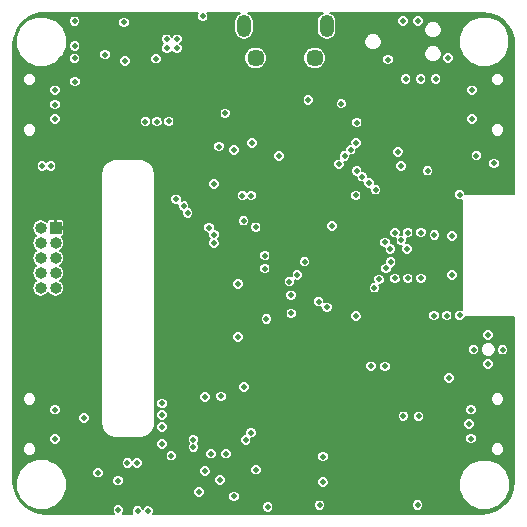
<source format=gbr>
G04 #@! TF.GenerationSoftware,KiCad,Pcbnew,5.0.2+dfsg1-1*
G04 #@! TF.CreationDate,2020-12-10T00:07:48-08:00*
G04 #@! TF.ProjectId,chronopy,6368726f-6e6f-4707-992e-6b696361645f,rev?*
G04 #@! TF.SameCoordinates,Original*
G04 #@! TF.FileFunction,Copper,L3,Inr*
G04 #@! TF.FilePolarity,Positive*
%FSLAX46Y46*%
G04 Gerber Fmt 4.6, Leading zero omitted, Abs format (unit mm)*
G04 Created by KiCad (PCBNEW 5.0.2+dfsg1-1) date Thu 10 Dec 2020 12:07:48 AM PST*
%MOMM*%
%LPD*%
G01*
G04 APERTURE LIST*
G04 #@! TA.AperFunction,ViaPad*
%ADD10R,1.000000X1.000000*%
G04 #@! TD*
G04 #@! TA.AperFunction,ViaPad*
%ADD11O,1.000000X1.000000*%
G04 #@! TD*
G04 #@! TA.AperFunction,ViaPad*
%ADD12C,1.450000*%
G04 #@! TD*
G04 #@! TA.AperFunction,ViaPad*
%ADD13O,1.200000X1.900000*%
G04 #@! TD*
G04 #@! TA.AperFunction,ViaPad*
%ADD14C,0.508000*%
G04 #@! TD*
G04 #@! TA.AperFunction,Conductor*
%ADD15C,0.152400*%
G04 #@! TD*
G04 APERTURE END LIST*
D10*
G04 #@! TO.N,+3V0*
G04 #@! TO.C,J6*
X102636553Y-94528720D03*
D11*
G04 #@! TO.N,GND*
X101366553Y-94528720D03*
G04 #@! TO.N,GPIO0_7*
X102636553Y-95798720D03*
G04 #@! TO.N,GPIO0_15*
X101366553Y-95798720D03*
G04 #@! TO.N,GPIO0_6*
X102636553Y-97068720D03*
G04 #@! TO.N,GPIO0_19*
X101366553Y-97068720D03*
G04 #@! TO.N,GPIO0_5*
X102636553Y-98338720D03*
G04 #@! TO.N,GPIO0_21*
X101366553Y-98338720D03*
G04 #@! TO.N,GPIO0_4*
X102636553Y-99608720D03*
G04 #@! TO.N,GPIO0_24*
X101366553Y-99608720D03*
G04 #@! TD*
D12*
G04 #@! TO.N,GND*
G04 #@! TO.C,J1*
X119575000Y-80137500D03*
X124575000Y-80137500D03*
D13*
X118575000Y-77437500D03*
X125575000Y-77437500D03*
G04 #@! TD*
D14*
G04 #@! TO.N,+BATT*
X126825000Y-84000000D03*
X124025000Y-83675000D03*
G04 #@! TO.N,CHGSTAT*
X111132154Y-80196754D03*
X126642354Y-89126319D03*
G04 #@! TO.N,GND*
X129334994Y-106230000D03*
X130535000Y-106250000D03*
X115089035Y-76613273D03*
X138025000Y-104820000D03*
X140475000Y-104830000D03*
X139245000Y-103600000D03*
X139245000Y-106057400D03*
X110459035Y-118493673D03*
X117075000Y-113640000D03*
X115787600Y-113640000D03*
X114305000Y-113080000D03*
X114295000Y-112440000D03*
X111655000Y-109380000D03*
X111655000Y-110370000D03*
X111655000Y-111370000D03*
X111635000Y-112800000D03*
X124985000Y-118000000D03*
X125288400Y-116031400D03*
X125288400Y-113881400D03*
X106229035Y-115253673D03*
X136836954Y-91700000D03*
X136195000Y-95200000D03*
X136205000Y-98500000D03*
X136836954Y-101930000D03*
X135745000Y-101940000D03*
X134655000Y-101940000D03*
X129625000Y-99590000D03*
X130525000Y-95750000D03*
X128045000Y-91769800D03*
X116995000Y-84820000D03*
X112898800Y-79313400D03*
X112038800Y-79323400D03*
X112898800Y-78543400D03*
X112028800Y-78553400D03*
X112215000Y-85500000D03*
X111205000Y-85520000D03*
X110235000Y-85520000D03*
X118600000Y-108000000D03*
X128124998Y-85599998D03*
X118452354Y-91786319D03*
X116032354Y-95786319D03*
X116032354Y-90796319D03*
X119182354Y-91776319D03*
X115622354Y-94486319D03*
X116032354Y-95086319D03*
X118089964Y-99256319D03*
X118089964Y-103746319D03*
X122552352Y-100226319D03*
X107935354Y-118406319D03*
X120592354Y-118136319D03*
X133282354Y-117966319D03*
X135942354Y-107216319D03*
X131622354Y-88076319D03*
X128055000Y-101978929D03*
X105042354Y-110615319D03*
X116455000Y-87633709D03*
X114789744Y-116887477D03*
X106814154Y-79839519D03*
X108515954Y-80372919D03*
X104274154Y-82125519D03*
X104243380Y-77020129D03*
X102597754Y-109913119D03*
X102597754Y-112376919D03*
X102597754Y-85300519D03*
X102597754Y-82862119D03*
X137802154Y-109913119D03*
X137802154Y-112351519D03*
X133306354Y-76994719D03*
X137903764Y-82862119D03*
X137903764Y-85300519D03*
X139757954Y-89059719D03*
X108414344Y-77121719D03*
G04 #@! TO.N,SW_B*
X112425000Y-113810000D03*
X122422354Y-99066319D03*
G04 #@! TO.N,SW_A*
X137624354Y-111132319D03*
G04 #@! TO.N,+3V0*
X108719035Y-118393674D03*
X107119035Y-118403673D03*
X122505000Y-117240000D03*
X120462354Y-110876319D03*
X120462354Y-109876319D03*
X120472354Y-108876319D03*
X117432354Y-106776319D03*
X115982354Y-108546319D03*
X113272354Y-112066319D03*
X122322354Y-102776319D03*
X128832354Y-100426319D03*
X116032354Y-93886319D03*
X116712354Y-94186319D03*
X110242354Y-82786319D03*
X111242354Y-82786319D03*
X112242354Y-82786319D03*
X136072354Y-81916319D03*
X105042354Y-109605319D03*
X126422354Y-107066319D03*
X134182354Y-108816319D03*
X107035354Y-115926319D03*
X115472354Y-118156319D03*
X138602354Y-107216319D03*
X126452354Y-96286319D03*
X113202354Y-108746319D03*
X110780625Y-114501390D03*
X121546154Y-90710719D03*
X109811354Y-80931719D03*
X129216954Y-110192519D03*
X123603554Y-110192519D03*
X130461554Y-107093719D03*
X139910354Y-87637319D03*
X130766354Y-77045523D03*
X138894354Y-90736119D03*
G04 #@! TO.N,LCD_DC*
X130970000Y-96316400D03*
X112822354Y-92096319D03*
G04 #@! TO.N,LCD_CLK*
X126042400Y-94360600D03*
X119572354Y-94466741D03*
G04 #@! TO.N,LCD_MOSI*
X113469951Y-92654556D03*
X128592354Y-90186317D03*
G04 #@! TO.N,LCD_RST*
X113812331Y-93256319D03*
X129152354Y-90706319D03*
G04 #@! TO.N,LCD_CS*
X129725400Y-91287200D03*
X118542354Y-93916319D03*
G04 #@! TO.N,QSPI_CLK*
X133545000Y-81920000D03*
X132445000Y-94920000D03*
G04 #@! TO.N,QSPI_DIO0*
X132275000Y-81910000D03*
X131355000Y-94930000D03*
G04 #@! TO.N,~RESET*
X134125000Y-89680000D03*
X132061753Y-76994718D03*
G04 #@! TO.N,QSPI_DIO3*
X134815000Y-81920000D03*
X133555000Y-94920000D03*
G04 #@! TO.N,SWDIO*
X130766354Y-80271319D03*
X135846354Y-80144323D03*
G04 #@! TO.N,ACC_INT*
X132445000Y-98790000D03*
X119175000Y-111860000D03*
G04 #@! TO.N,GES_INT*
X119605000Y-115000000D03*
G04 #@! TO.N,ACC_AG_NT*
X118735000Y-112470000D03*
X133555000Y-98790000D03*
G04 #@! TO.N,IIC_SCL*
X132075000Y-110470000D03*
X115285000Y-108820000D03*
X122582344Y-101756319D03*
X123092354Y-98496319D03*
X115272354Y-115086319D03*
X104243398Y-80169719D03*
X102216754Y-89262919D03*
X109531954Y-114408919D03*
G04 #@! TO.N,IIC_SDA*
X116546700Y-115861700D03*
X133365000Y-110480000D03*
X116645000Y-108780000D03*
X120482356Y-102248919D03*
X123712354Y-97376319D03*
X104248457Y-79102919D03*
X101505554Y-89262919D03*
X108719154Y-114408919D03*
G04 #@! TO.N,Net-(C13-Pad1)*
X117745000Y-117260000D03*
G04 #@! TO.N,Net-(R16-Pad1)*
X109569035Y-118493673D03*
G04 #@! TO.N,Net-(R15-Pad1)*
X107929035Y-115923673D03*
G04 #@! TO.N,SW_C*
X127100000Y-88425000D03*
X121546154Y-88425000D03*
X102597754Y-84081319D03*
G04 #@! TO.N,SW_D*
X134703354Y-95130319D03*
X138259354Y-88399319D03*
G04 #@! TO.N,BATVSENSE*
X131900000Y-95575000D03*
X131882354Y-89286319D03*
G04 #@! TO.N,TS_INT*
X131352354Y-98796319D03*
X125602354Y-101246319D03*
G04 #@! TO.N,TS_RST*
X130592354Y-97946319D03*
X124892354Y-100756319D03*
G04 #@! TO.N,GPIO0_4*
X130002354Y-98886319D03*
G04 #@! TO.N,GPIO0_15*
X128124957Y-89703716D03*
G04 #@! TO.N,GPIO0_5*
X120334954Y-97966319D03*
G04 #@! TO.N,GPIO0_19*
X128082354Y-87316319D03*
X119262354Y-87316317D03*
G04 #@! TO.N,GPIO0_6*
X131002354Y-97396319D03*
G04 #@! TO.N,GPIO0_21*
X127622354Y-87906319D03*
X117742354Y-87916319D03*
G04 #@! TO.N,GPIO0_7*
X120334954Y-96866319D03*
G04 #@! TO.N,GPIO0_24*
X132382600Y-96316319D03*
G04 #@! TD*
D15*
G04 #@! TO.N,+3V0*
G36*
X114679906Y-76339902D02*
X114606435Y-76517278D01*
X114606435Y-76709268D01*
X114679906Y-76886644D01*
X114815664Y-77022402D01*
X114993040Y-77095873D01*
X115185030Y-77095873D01*
X115362406Y-77022402D01*
X115498164Y-76886644D01*
X115571635Y-76709268D01*
X115571635Y-76517278D01*
X115498164Y-76339902D01*
X115468181Y-76309919D01*
X118247293Y-76309919D01*
X117977614Y-76490113D01*
X117794477Y-76764196D01*
X117746400Y-77005891D01*
X117746400Y-77869108D01*
X117794476Y-78110803D01*
X117977613Y-78384887D01*
X118251696Y-78568024D01*
X118575000Y-78632333D01*
X118898303Y-78568024D01*
X119172387Y-78384887D01*
X119355524Y-78110804D01*
X119403600Y-77869109D01*
X119403600Y-77005891D01*
X119355524Y-76764196D01*
X119172387Y-76490113D01*
X118902708Y-76309919D01*
X125247292Y-76309919D01*
X124977613Y-76490113D01*
X124794476Y-76764197D01*
X124746400Y-77005892D01*
X124746400Y-77869109D01*
X124794477Y-78110804D01*
X124977614Y-78384887D01*
X125251697Y-78568024D01*
X125575000Y-78632333D01*
X125733527Y-78600800D01*
X128759754Y-78600800D01*
X128759754Y-78893838D01*
X128871895Y-79164569D01*
X129079104Y-79371778D01*
X129349835Y-79483919D01*
X129642873Y-79483919D01*
X129913604Y-79371778D01*
X130120813Y-79164569D01*
X130232954Y-78893838D01*
X130232954Y-78600800D01*
X130120813Y-78330069D01*
X129913604Y-78122860D01*
X129642873Y-78010719D01*
X129349835Y-78010719D01*
X129079104Y-78122860D01*
X128871895Y-78330069D01*
X128759754Y-78600800D01*
X125733527Y-78600800D01*
X125898304Y-78568024D01*
X126172387Y-78384887D01*
X126355524Y-78110804D01*
X126403600Y-77869109D01*
X126403600Y-77584800D01*
X133839754Y-77584800D01*
X133839754Y-77877838D01*
X133951895Y-78148569D01*
X134159104Y-78355778D01*
X134429835Y-78467919D01*
X134722873Y-78467919D01*
X134993604Y-78355778D01*
X135017230Y-78332152D01*
X136803120Y-78332152D01*
X136803120Y-79178008D01*
X137126814Y-79959476D01*
X137724924Y-80557586D01*
X138506392Y-80881280D01*
X139352248Y-80881280D01*
X140133716Y-80557586D01*
X140731826Y-79959476D01*
X141055520Y-79178008D01*
X141055520Y-78332152D01*
X140731826Y-77550684D01*
X140133716Y-76952574D01*
X139352248Y-76628880D01*
X138506392Y-76628880D01*
X137724924Y-76952574D01*
X137126814Y-77550684D01*
X136803120Y-78332152D01*
X135017230Y-78332152D01*
X135200813Y-78148569D01*
X135312954Y-77877838D01*
X135312954Y-77584800D01*
X135200813Y-77314069D01*
X134993604Y-77106860D01*
X134722873Y-76994719D01*
X134429835Y-76994719D01*
X134159104Y-77106860D01*
X133951895Y-77314069D01*
X133839754Y-77584800D01*
X126403600Y-77584800D01*
X126403600Y-77005891D01*
X126382284Y-76898723D01*
X131579153Y-76898723D01*
X131579153Y-77090713D01*
X131652624Y-77268089D01*
X131788382Y-77403847D01*
X131965758Y-77477318D01*
X132157748Y-77477318D01*
X132335124Y-77403847D01*
X132470882Y-77268089D01*
X132544353Y-77090713D01*
X132544353Y-76898724D01*
X132823754Y-76898724D01*
X132823754Y-77090714D01*
X132897225Y-77268090D01*
X133032983Y-77403848D01*
X133210359Y-77477319D01*
X133402349Y-77477319D01*
X133579725Y-77403848D01*
X133715483Y-77268090D01*
X133788954Y-77090714D01*
X133788954Y-76898724D01*
X133715483Y-76721348D01*
X133579725Y-76585590D01*
X133402349Y-76512119D01*
X133210359Y-76512119D01*
X133032983Y-76585590D01*
X132897225Y-76721348D01*
X132823754Y-76898724D01*
X132544353Y-76898724D01*
X132544353Y-76898723D01*
X132470882Y-76721347D01*
X132335124Y-76585589D01*
X132157748Y-76512118D01*
X131965758Y-76512118D01*
X131788382Y-76585589D01*
X131652624Y-76721347D01*
X131579153Y-76898723D01*
X126382284Y-76898723D01*
X126355524Y-76764196D01*
X126172387Y-76490113D01*
X125902708Y-76309919D01*
X138744719Y-76309919D01*
X139382186Y-76384240D01*
X139968770Y-76597160D01*
X140490642Y-76939315D01*
X140919799Y-77392343D01*
X141233230Y-77931954D01*
X141415320Y-78533168D01*
X141458755Y-79019851D01*
X141458755Y-91663800D01*
X137319554Y-91663800D01*
X137319554Y-91604005D01*
X137246083Y-91426629D01*
X137110325Y-91290871D01*
X136932949Y-91217400D01*
X136740959Y-91217400D01*
X136563583Y-91290871D01*
X136427825Y-91426629D01*
X136354354Y-91604005D01*
X136354354Y-91795995D01*
X136427825Y-91973371D01*
X136563583Y-92109129D01*
X136740959Y-92182600D01*
X136932949Y-92182600D01*
X137018800Y-92147040D01*
X137018800Y-101482960D01*
X136932949Y-101447400D01*
X136740959Y-101447400D01*
X136563583Y-101520871D01*
X136427825Y-101656629D01*
X136354354Y-101834005D01*
X136354354Y-102025995D01*
X136427825Y-102203371D01*
X136563583Y-102339129D01*
X136740959Y-102412600D01*
X136932949Y-102412600D01*
X137110325Y-102339129D01*
X137246083Y-102203371D01*
X137311185Y-102046200D01*
X141458754Y-102046200D01*
X141458754Y-115988684D01*
X141384433Y-116626151D01*
X141171513Y-117212736D01*
X140829361Y-117734604D01*
X140376330Y-118163764D01*
X139836719Y-118477195D01*
X139235505Y-118659285D01*
X138748834Y-118702719D01*
X110894808Y-118702719D01*
X110941635Y-118589668D01*
X110941635Y-118397678D01*
X110868164Y-118220302D01*
X110732406Y-118084544D01*
X110625649Y-118040324D01*
X120109754Y-118040324D01*
X120109754Y-118232314D01*
X120183225Y-118409690D01*
X120318983Y-118545448D01*
X120496359Y-118618919D01*
X120688349Y-118618919D01*
X120865725Y-118545448D01*
X121001483Y-118409690D01*
X121074954Y-118232314D01*
X121074954Y-118040324D01*
X121018490Y-117904005D01*
X124502400Y-117904005D01*
X124502400Y-118095995D01*
X124575871Y-118273371D01*
X124711629Y-118409129D01*
X124889005Y-118482600D01*
X125080995Y-118482600D01*
X125258371Y-118409129D01*
X125394129Y-118273371D01*
X125467600Y-118095995D01*
X125467600Y-117904005D01*
X125453649Y-117870324D01*
X132799754Y-117870324D01*
X132799754Y-118062314D01*
X132873225Y-118239690D01*
X133008983Y-118375448D01*
X133186359Y-118448919D01*
X133378349Y-118448919D01*
X133555725Y-118375448D01*
X133691483Y-118239690D01*
X133764954Y-118062314D01*
X133764954Y-117870324D01*
X133691483Y-117692948D01*
X133555725Y-117557190D01*
X133378349Y-117483719D01*
X133186359Y-117483719D01*
X133008983Y-117557190D01*
X132873225Y-117692948D01*
X132799754Y-117870324D01*
X125453649Y-117870324D01*
X125394129Y-117726629D01*
X125258371Y-117590871D01*
X125080995Y-117517400D01*
X124889005Y-117517400D01*
X124711629Y-117590871D01*
X124575871Y-117726629D01*
X124502400Y-117904005D01*
X121018490Y-117904005D01*
X121001483Y-117862948D01*
X120865725Y-117727190D01*
X120688349Y-117653719D01*
X120496359Y-117653719D01*
X120318983Y-117727190D01*
X120183225Y-117862948D01*
X120109754Y-118040324D01*
X110625649Y-118040324D01*
X110555030Y-118011073D01*
X110363040Y-118011073D01*
X110185664Y-118084544D01*
X110049906Y-118220302D01*
X110014035Y-118306903D01*
X109978164Y-118220302D01*
X109842406Y-118084544D01*
X109665030Y-118011073D01*
X109473040Y-118011073D01*
X109295664Y-118084544D01*
X109159906Y-118220302D01*
X109086435Y-118397678D01*
X109086435Y-118589668D01*
X109133262Y-118702719D01*
X108321454Y-118702719D01*
X108344483Y-118679690D01*
X108417954Y-118502314D01*
X108417954Y-118310324D01*
X108344483Y-118132948D01*
X108208725Y-117997190D01*
X108031349Y-117923719D01*
X107839359Y-117923719D01*
X107661983Y-117997190D01*
X107526225Y-118132948D01*
X107452754Y-118310324D01*
X107452754Y-118502314D01*
X107526225Y-118679690D01*
X107549254Y-118702719D01*
X101779989Y-118702719D01*
X101142522Y-118628398D01*
X100555937Y-118415478D01*
X100034069Y-118073326D01*
X99604909Y-117620295D01*
X99291478Y-117080684D01*
X99109388Y-116479470D01*
X99065954Y-115992799D01*
X99065954Y-115830172D01*
X99317800Y-115830172D01*
X99317800Y-116676028D01*
X99641494Y-117457496D01*
X100239604Y-118055606D01*
X101021072Y-118379300D01*
X101866928Y-118379300D01*
X102648396Y-118055606D01*
X103246506Y-117457496D01*
X103522377Y-116791482D01*
X114307144Y-116791482D01*
X114307144Y-116983472D01*
X114380615Y-117160848D01*
X114516373Y-117296606D01*
X114693749Y-117370077D01*
X114885739Y-117370077D01*
X115063115Y-117296606D01*
X115195716Y-117164005D01*
X117262400Y-117164005D01*
X117262400Y-117355995D01*
X117335871Y-117533371D01*
X117471629Y-117669129D01*
X117649005Y-117742600D01*
X117840995Y-117742600D01*
X118018371Y-117669129D01*
X118154129Y-117533371D01*
X118227600Y-117355995D01*
X118227600Y-117164005D01*
X118154129Y-116986629D01*
X118018371Y-116850871D01*
X117840995Y-116777400D01*
X117649005Y-116777400D01*
X117471629Y-116850871D01*
X117335871Y-116986629D01*
X117262400Y-117164005D01*
X115195716Y-117164005D01*
X115198873Y-117160848D01*
X115272344Y-116983472D01*
X115272344Y-116791482D01*
X115198873Y-116614106D01*
X115063115Y-116478348D01*
X114885739Y-116404877D01*
X114693749Y-116404877D01*
X114516373Y-116478348D01*
X114380615Y-116614106D01*
X114307144Y-116791482D01*
X103522377Y-116791482D01*
X103570200Y-116676028D01*
X103570200Y-115830172D01*
X103569167Y-115827678D01*
X107446435Y-115827678D01*
X107446435Y-116019668D01*
X107519906Y-116197044D01*
X107655664Y-116332802D01*
X107833040Y-116406273D01*
X108025030Y-116406273D01*
X108202406Y-116332802D01*
X108338164Y-116197044D01*
X108411635Y-116019668D01*
X108411635Y-115827678D01*
X108385966Y-115765705D01*
X116064100Y-115765705D01*
X116064100Y-115957695D01*
X116137571Y-116135071D01*
X116273329Y-116270829D01*
X116450705Y-116344300D01*
X116642695Y-116344300D01*
X116820071Y-116270829D01*
X116955829Y-116135071D01*
X117029300Y-115957695D01*
X117029300Y-115935405D01*
X124805800Y-115935405D01*
X124805800Y-116127395D01*
X124879271Y-116304771D01*
X125015029Y-116440529D01*
X125192405Y-116514000D01*
X125384395Y-116514000D01*
X125561771Y-116440529D01*
X125697529Y-116304771D01*
X125771000Y-116127395D01*
X125771000Y-115935405D01*
X125728464Y-115832712D01*
X136815820Y-115832712D01*
X136815820Y-116678568D01*
X137139514Y-117460036D01*
X137737624Y-118058146D01*
X138519092Y-118381840D01*
X139364948Y-118381840D01*
X140146416Y-118058146D01*
X140744526Y-117460036D01*
X141068220Y-116678568D01*
X141068220Y-115832712D01*
X140744526Y-115051244D01*
X140146416Y-114453134D01*
X139364948Y-114129440D01*
X138519092Y-114129440D01*
X137737624Y-114453134D01*
X137139514Y-115051244D01*
X136815820Y-115832712D01*
X125728464Y-115832712D01*
X125697529Y-115758029D01*
X125561771Y-115622271D01*
X125384395Y-115548800D01*
X125192405Y-115548800D01*
X125015029Y-115622271D01*
X124879271Y-115758029D01*
X124805800Y-115935405D01*
X117029300Y-115935405D01*
X117029300Y-115765705D01*
X116955829Y-115588329D01*
X116820071Y-115452571D01*
X116642695Y-115379100D01*
X116450705Y-115379100D01*
X116273329Y-115452571D01*
X116137571Y-115588329D01*
X116064100Y-115765705D01*
X108385966Y-115765705D01*
X108338164Y-115650302D01*
X108202406Y-115514544D01*
X108025030Y-115441073D01*
X107833040Y-115441073D01*
X107655664Y-115514544D01*
X107519906Y-115650302D01*
X107446435Y-115827678D01*
X103569167Y-115827678D01*
X103291645Y-115157678D01*
X105746435Y-115157678D01*
X105746435Y-115349668D01*
X105819906Y-115527044D01*
X105955664Y-115662802D01*
X106133040Y-115736273D01*
X106325030Y-115736273D01*
X106502406Y-115662802D01*
X106638164Y-115527044D01*
X106711635Y-115349668D01*
X106711635Y-115157678D01*
X106642316Y-114990324D01*
X114789754Y-114990324D01*
X114789754Y-115182314D01*
X114863225Y-115359690D01*
X114998983Y-115495448D01*
X115176359Y-115568919D01*
X115368349Y-115568919D01*
X115545725Y-115495448D01*
X115681483Y-115359690D01*
X115754954Y-115182314D01*
X115754954Y-114990324D01*
X115719200Y-114904005D01*
X119122400Y-114904005D01*
X119122400Y-115095995D01*
X119195871Y-115273371D01*
X119331629Y-115409129D01*
X119509005Y-115482600D01*
X119700995Y-115482600D01*
X119878371Y-115409129D01*
X120014129Y-115273371D01*
X120087600Y-115095995D01*
X120087600Y-114904005D01*
X120014129Y-114726629D01*
X119878371Y-114590871D01*
X119700995Y-114517400D01*
X119509005Y-114517400D01*
X119331629Y-114590871D01*
X119195871Y-114726629D01*
X119122400Y-114904005D01*
X115719200Y-114904005D01*
X115681483Y-114812948D01*
X115545725Y-114677190D01*
X115368349Y-114603719D01*
X115176359Y-114603719D01*
X114998983Y-114677190D01*
X114863225Y-114812948D01*
X114789754Y-114990324D01*
X106642316Y-114990324D01*
X106638164Y-114980302D01*
X106502406Y-114844544D01*
X106325030Y-114771073D01*
X106133040Y-114771073D01*
X105955664Y-114844544D01*
X105819906Y-114980302D01*
X105746435Y-115157678D01*
X103291645Y-115157678D01*
X103246506Y-115048704D01*
X102648396Y-114450594D01*
X102316031Y-114312924D01*
X108236554Y-114312924D01*
X108236554Y-114504914D01*
X108310025Y-114682290D01*
X108445783Y-114818048D01*
X108623159Y-114891519D01*
X108815149Y-114891519D01*
X108992525Y-114818048D01*
X109125554Y-114685019D01*
X109258583Y-114818048D01*
X109435959Y-114891519D01*
X109627949Y-114891519D01*
X109805325Y-114818048D01*
X109941083Y-114682290D01*
X110014554Y-114504914D01*
X110014554Y-114312924D01*
X109941083Y-114135548D01*
X109805325Y-113999790D01*
X109627949Y-113926319D01*
X109435959Y-113926319D01*
X109258583Y-113999790D01*
X109125554Y-114132819D01*
X108992525Y-113999790D01*
X108815149Y-113926319D01*
X108623159Y-113926319D01*
X108445783Y-113999790D01*
X108310025Y-114135548D01*
X108236554Y-114312924D01*
X102316031Y-114312924D01*
X101866928Y-114126900D01*
X101021072Y-114126900D01*
X100239604Y-114450594D01*
X99641494Y-115048704D01*
X99317800Y-115830172D01*
X99065954Y-115830172D01*
X99065954Y-113142228D01*
X99834754Y-113142228D01*
X99834754Y-113372410D01*
X99922841Y-113585069D01*
X100085604Y-113747832D01*
X100298263Y-113835919D01*
X100528445Y-113835919D01*
X100741104Y-113747832D01*
X100774931Y-113714005D01*
X111942400Y-113714005D01*
X111942400Y-113905995D01*
X112015871Y-114083371D01*
X112151629Y-114219129D01*
X112329005Y-114292600D01*
X112520995Y-114292600D01*
X112698371Y-114219129D01*
X112834129Y-114083371D01*
X112907600Y-113905995D01*
X112907600Y-113714005D01*
X112834129Y-113536629D01*
X112698371Y-113400871D01*
X112520995Y-113327400D01*
X112329005Y-113327400D01*
X112151629Y-113400871D01*
X112015871Y-113536629D01*
X111942400Y-113714005D01*
X100774931Y-113714005D01*
X100903867Y-113585069D01*
X100991954Y-113372410D01*
X100991954Y-113142228D01*
X100903867Y-112929569D01*
X100741104Y-112766806D01*
X100528445Y-112678719D01*
X100298263Y-112678719D01*
X100085604Y-112766806D01*
X99922841Y-112929569D01*
X99834754Y-113142228D01*
X99065954Y-113142228D01*
X99065954Y-112280924D01*
X102115154Y-112280924D01*
X102115154Y-112472914D01*
X102188625Y-112650290D01*
X102324383Y-112786048D01*
X102501759Y-112859519D01*
X102693749Y-112859519D01*
X102871125Y-112786048D01*
X102953168Y-112704005D01*
X111152400Y-112704005D01*
X111152400Y-112895995D01*
X111225871Y-113073371D01*
X111361629Y-113209129D01*
X111539005Y-113282600D01*
X111730995Y-113282600D01*
X111908371Y-113209129D01*
X112044129Y-113073371D01*
X112117600Y-112895995D01*
X112117600Y-112704005D01*
X112044129Y-112526629D01*
X111908371Y-112390871D01*
X111795226Y-112344005D01*
X113812400Y-112344005D01*
X113812400Y-112535995D01*
X113885871Y-112713371D01*
X113937500Y-112765000D01*
X113895871Y-112806629D01*
X113822400Y-112984005D01*
X113822400Y-113175995D01*
X113895871Y-113353371D01*
X114031629Y-113489129D01*
X114209005Y-113562600D01*
X114400995Y-113562600D01*
X114445887Y-113544005D01*
X115305000Y-113544005D01*
X115305000Y-113735995D01*
X115378471Y-113913371D01*
X115514229Y-114049129D01*
X115691605Y-114122600D01*
X115883595Y-114122600D01*
X116060971Y-114049129D01*
X116196729Y-113913371D01*
X116270200Y-113735995D01*
X116270200Y-113544005D01*
X116592400Y-113544005D01*
X116592400Y-113735995D01*
X116665871Y-113913371D01*
X116801629Y-114049129D01*
X116979005Y-114122600D01*
X117170995Y-114122600D01*
X117348371Y-114049129D01*
X117484129Y-113913371D01*
X117537133Y-113785405D01*
X124805800Y-113785405D01*
X124805800Y-113977395D01*
X124879271Y-114154771D01*
X125015029Y-114290529D01*
X125192405Y-114364000D01*
X125384395Y-114364000D01*
X125561771Y-114290529D01*
X125697529Y-114154771D01*
X125771000Y-113977395D01*
X125771000Y-113785405D01*
X125697529Y-113608029D01*
X125561771Y-113472271D01*
X125384395Y-113398800D01*
X125192405Y-113398800D01*
X125015029Y-113472271D01*
X124879271Y-113608029D01*
X124805800Y-113785405D01*
X117537133Y-113785405D01*
X117557600Y-113735995D01*
X117557600Y-113544005D01*
X117484129Y-113366629D01*
X117348371Y-113230871D01*
X117170995Y-113157400D01*
X116979005Y-113157400D01*
X116801629Y-113230871D01*
X116665871Y-113366629D01*
X116592400Y-113544005D01*
X116270200Y-113544005D01*
X116196729Y-113366629D01*
X116060971Y-113230871D01*
X115883595Y-113157400D01*
X115691605Y-113157400D01*
X115514229Y-113230871D01*
X115378471Y-113366629D01*
X115305000Y-113544005D01*
X114445887Y-113544005D01*
X114578371Y-113489129D01*
X114714129Y-113353371D01*
X114787600Y-113175995D01*
X114787600Y-113142228D01*
X139458754Y-113142228D01*
X139458754Y-113372410D01*
X139546841Y-113585069D01*
X139709604Y-113747832D01*
X139922263Y-113835919D01*
X140152445Y-113835919D01*
X140365104Y-113747832D01*
X140527867Y-113585069D01*
X140615954Y-113372410D01*
X140615954Y-113142228D01*
X140527867Y-112929569D01*
X140365104Y-112766806D01*
X140152445Y-112678719D01*
X139922263Y-112678719D01*
X139709604Y-112766806D01*
X139546841Y-112929569D01*
X139458754Y-113142228D01*
X114787600Y-113142228D01*
X114787600Y-112984005D01*
X114714129Y-112806629D01*
X114662500Y-112755000D01*
X114704129Y-112713371D01*
X114777600Y-112535995D01*
X114777600Y-112374005D01*
X118252400Y-112374005D01*
X118252400Y-112565995D01*
X118325871Y-112743371D01*
X118461629Y-112879129D01*
X118639005Y-112952600D01*
X118830995Y-112952600D01*
X119008371Y-112879129D01*
X119144129Y-112743371D01*
X119217600Y-112565995D01*
X119217600Y-112374005D01*
X119204592Y-112342600D01*
X119270995Y-112342600D01*
X119448371Y-112269129D01*
X119461976Y-112255524D01*
X137319554Y-112255524D01*
X137319554Y-112447514D01*
X137393025Y-112624890D01*
X137528783Y-112760648D01*
X137706159Y-112834119D01*
X137898149Y-112834119D01*
X138075525Y-112760648D01*
X138211283Y-112624890D01*
X138284754Y-112447514D01*
X138284754Y-112255524D01*
X138211283Y-112078148D01*
X138075525Y-111942390D01*
X137898149Y-111868919D01*
X137706159Y-111868919D01*
X137528783Y-111942390D01*
X137393025Y-112078148D01*
X137319554Y-112255524D01*
X119461976Y-112255524D01*
X119584129Y-112133371D01*
X119657600Y-111955995D01*
X119657600Y-111764005D01*
X119584129Y-111586629D01*
X119448371Y-111450871D01*
X119270995Y-111377400D01*
X119079005Y-111377400D01*
X118901629Y-111450871D01*
X118765871Y-111586629D01*
X118692400Y-111764005D01*
X118692400Y-111955995D01*
X118705408Y-111987400D01*
X118639005Y-111987400D01*
X118461629Y-112060871D01*
X118325871Y-112196629D01*
X118252400Y-112374005D01*
X114777600Y-112374005D01*
X114777600Y-112344005D01*
X114704129Y-112166629D01*
X114568371Y-112030871D01*
X114390995Y-111957400D01*
X114199005Y-111957400D01*
X114021629Y-112030871D01*
X113885871Y-112166629D01*
X113812400Y-112344005D01*
X111795226Y-112344005D01*
X111730995Y-112317400D01*
X111539005Y-112317400D01*
X111361629Y-112390871D01*
X111225871Y-112526629D01*
X111152400Y-112704005D01*
X102953168Y-112704005D01*
X103006883Y-112650290D01*
X103080354Y-112472914D01*
X103080354Y-112280924D01*
X103006883Y-112103548D01*
X102871125Y-111967790D01*
X102693749Y-111894319D01*
X102501759Y-111894319D01*
X102324383Y-111967790D01*
X102188625Y-112103548D01*
X102115154Y-112280924D01*
X99065954Y-112280924D01*
X99065954Y-110519324D01*
X104559754Y-110519324D01*
X104559754Y-110711314D01*
X104633225Y-110888690D01*
X104768983Y-111024448D01*
X104946359Y-111097919D01*
X105138349Y-111097919D01*
X105315725Y-111024448D01*
X105451483Y-110888690D01*
X105524954Y-110711314D01*
X105524954Y-110519324D01*
X105451483Y-110341948D01*
X105315725Y-110206190D01*
X105138349Y-110132719D01*
X104946359Y-110132719D01*
X104768983Y-110206190D01*
X104633225Y-110341948D01*
X104559754Y-110519324D01*
X99065954Y-110519324D01*
X99065954Y-109817124D01*
X102115154Y-109817124D01*
X102115154Y-110009114D01*
X102188625Y-110186490D01*
X102324383Y-110322248D01*
X102501759Y-110395719D01*
X102693749Y-110395719D01*
X102871125Y-110322248D01*
X103006883Y-110186490D01*
X103080354Y-110009114D01*
X103080354Y-109817124D01*
X103006883Y-109639748D01*
X102871125Y-109503990D01*
X102693749Y-109430519D01*
X102501759Y-109430519D01*
X102324383Y-109503990D01*
X102188625Y-109639748D01*
X102115154Y-109817124D01*
X99065954Y-109817124D01*
X99065954Y-108892228D01*
X99834754Y-108892228D01*
X99834754Y-109122410D01*
X99922841Y-109335069D01*
X100085604Y-109497832D01*
X100298263Y-109585919D01*
X100528445Y-109585919D01*
X100741104Y-109497832D01*
X100903867Y-109335069D01*
X100991954Y-109122410D01*
X100991954Y-108892228D01*
X100903867Y-108679569D01*
X100741104Y-108516806D01*
X100528445Y-108428719D01*
X100298263Y-108428719D01*
X100085604Y-108516806D01*
X99922841Y-108679569D01*
X99834754Y-108892228D01*
X99065954Y-108892228D01*
X99065954Y-94528720D01*
X100623679Y-94528720D01*
X100680227Y-94813006D01*
X100841262Y-95054011D01*
X101005453Y-95163720D01*
X100841262Y-95273429D01*
X100680227Y-95514434D01*
X100623679Y-95798720D01*
X100680227Y-96083006D01*
X100841262Y-96324011D01*
X101005453Y-96433720D01*
X100841262Y-96543429D01*
X100680227Y-96784434D01*
X100623679Y-97068720D01*
X100680227Y-97353006D01*
X100841262Y-97594011D01*
X101005453Y-97703720D01*
X100841262Y-97813429D01*
X100680227Y-98054434D01*
X100623679Y-98338720D01*
X100680227Y-98623006D01*
X100841262Y-98864011D01*
X101005453Y-98973720D01*
X100841262Y-99083429D01*
X100680227Y-99324434D01*
X100623679Y-99608720D01*
X100680227Y-99893006D01*
X100841262Y-100134011D01*
X101082267Y-100295046D01*
X101294793Y-100337320D01*
X101438313Y-100337320D01*
X101650839Y-100295046D01*
X101891844Y-100134011D01*
X102001553Y-99969820D01*
X102111262Y-100134011D01*
X102352267Y-100295046D01*
X102564793Y-100337320D01*
X102708313Y-100337320D01*
X102920839Y-100295046D01*
X103161844Y-100134011D01*
X103322879Y-99893006D01*
X103379427Y-99608720D01*
X103322879Y-99324434D01*
X103161844Y-99083429D01*
X102997653Y-98973720D01*
X103161844Y-98864011D01*
X103322879Y-98623006D01*
X103379427Y-98338720D01*
X103322879Y-98054434D01*
X103161844Y-97813429D01*
X102997653Y-97703720D01*
X103161844Y-97594011D01*
X103322879Y-97353006D01*
X103379427Y-97068720D01*
X103322879Y-96784434D01*
X103161844Y-96543429D01*
X102997653Y-96433720D01*
X103161844Y-96324011D01*
X103322879Y-96083006D01*
X103379427Y-95798720D01*
X103322879Y-95514434D01*
X103161844Y-95273429D01*
X103137735Y-95257320D01*
X103182024Y-95257320D01*
X103266044Y-95222518D01*
X103330350Y-95158212D01*
X103365153Y-95074192D01*
X103365153Y-94636670D01*
X103308003Y-94579520D01*
X102687353Y-94579520D01*
X102687353Y-94599520D01*
X102585753Y-94599520D01*
X102585753Y-94579520D01*
X102565753Y-94579520D01*
X102565753Y-94477920D01*
X102585753Y-94477920D01*
X102585753Y-93857270D01*
X102687353Y-93857270D01*
X102687353Y-94477920D01*
X103308003Y-94477920D01*
X103365153Y-94420770D01*
X103365153Y-93983248D01*
X103330350Y-93899228D01*
X103266044Y-93834922D01*
X103182024Y-93800120D01*
X102744503Y-93800120D01*
X102687353Y-93857270D01*
X102585753Y-93857270D01*
X102528603Y-93800120D01*
X102091082Y-93800120D01*
X102007062Y-93834922D01*
X101942756Y-93899228D01*
X101907953Y-93983248D01*
X101907953Y-94027538D01*
X101891844Y-94003429D01*
X101650839Y-93842394D01*
X101438313Y-93800120D01*
X101294793Y-93800120D01*
X101082267Y-93842394D01*
X100841262Y-94003429D01*
X100680227Y-94244434D01*
X100623679Y-94528720D01*
X99065954Y-94528720D01*
X99065954Y-89976422D01*
X106458754Y-89976422D01*
X106458755Y-111036217D01*
X106464588Y-111065541D01*
X106464588Y-111065548D01*
X106540707Y-111448226D01*
X106540707Y-111448231D01*
X106586040Y-111557673D01*
X106802813Y-111882097D01*
X106886576Y-111965860D01*
X107211000Y-112182633D01*
X107320442Y-112227966D01*
X107320447Y-112227966D01*
X107703125Y-112304085D01*
X107703127Y-112304085D01*
X107732456Y-112309919D01*
X109792252Y-112309919D01*
X109821581Y-112304085D01*
X109821583Y-112304085D01*
X110204261Y-112227966D01*
X110204266Y-112227966D01*
X110313708Y-112182633D01*
X110638132Y-111965860D01*
X110721895Y-111882097D01*
X110938668Y-111557673D01*
X110984001Y-111448231D01*
X110984001Y-111448226D01*
X111018655Y-111274005D01*
X111172400Y-111274005D01*
X111172400Y-111465995D01*
X111245871Y-111643371D01*
X111381629Y-111779129D01*
X111559005Y-111852600D01*
X111750995Y-111852600D01*
X111928371Y-111779129D01*
X112064129Y-111643371D01*
X112137600Y-111465995D01*
X112137600Y-111274005D01*
X112064129Y-111096629D01*
X112003824Y-111036324D01*
X137141754Y-111036324D01*
X137141754Y-111228314D01*
X137215225Y-111405690D01*
X137350983Y-111541448D01*
X137528359Y-111614919D01*
X137720349Y-111614919D01*
X137897725Y-111541448D01*
X138033483Y-111405690D01*
X138106954Y-111228314D01*
X138106954Y-111036324D01*
X138033483Y-110858948D01*
X137897725Y-110723190D01*
X137720349Y-110649719D01*
X137528359Y-110649719D01*
X137350983Y-110723190D01*
X137215225Y-110858948D01*
X137141754Y-111036324D01*
X112003824Y-111036324D01*
X111928371Y-110960871D01*
X111750995Y-110887400D01*
X111559005Y-110887400D01*
X111381629Y-110960871D01*
X111245871Y-111096629D01*
X111172400Y-111274005D01*
X111018655Y-111274005D01*
X111060120Y-111065548D01*
X111060120Y-111065546D01*
X111065954Y-111036217D01*
X111065954Y-110274005D01*
X111172400Y-110274005D01*
X111172400Y-110465995D01*
X111245871Y-110643371D01*
X111381629Y-110779129D01*
X111559005Y-110852600D01*
X111750995Y-110852600D01*
X111928371Y-110779129D01*
X112064129Y-110643371D01*
X112137600Y-110465995D01*
X112137600Y-110374005D01*
X131592400Y-110374005D01*
X131592400Y-110565995D01*
X131665871Y-110743371D01*
X131801629Y-110879129D01*
X131979005Y-110952600D01*
X132170995Y-110952600D01*
X132348371Y-110879129D01*
X132484129Y-110743371D01*
X132557600Y-110565995D01*
X132557600Y-110384005D01*
X132882400Y-110384005D01*
X132882400Y-110575995D01*
X132955871Y-110753371D01*
X133091629Y-110889129D01*
X133269005Y-110962600D01*
X133460995Y-110962600D01*
X133638371Y-110889129D01*
X133774129Y-110753371D01*
X133847600Y-110575995D01*
X133847600Y-110384005D01*
X133774129Y-110206629D01*
X133638371Y-110070871D01*
X133460995Y-109997400D01*
X133269005Y-109997400D01*
X133091629Y-110070871D01*
X132955871Y-110206629D01*
X132882400Y-110384005D01*
X132557600Y-110384005D01*
X132557600Y-110374005D01*
X132484129Y-110196629D01*
X132348371Y-110060871D01*
X132170995Y-109987400D01*
X131979005Y-109987400D01*
X131801629Y-110060871D01*
X131665871Y-110196629D01*
X131592400Y-110374005D01*
X112137600Y-110374005D01*
X112137600Y-110274005D01*
X112064129Y-110096629D01*
X111928371Y-109960871D01*
X111750995Y-109887400D01*
X111559005Y-109887400D01*
X111381629Y-109960871D01*
X111245871Y-110096629D01*
X111172400Y-110274005D01*
X111065954Y-110274005D01*
X111065954Y-109284005D01*
X111172400Y-109284005D01*
X111172400Y-109475995D01*
X111245871Y-109653371D01*
X111381629Y-109789129D01*
X111559005Y-109862600D01*
X111750995Y-109862600D01*
X111860784Y-109817124D01*
X137319554Y-109817124D01*
X137319554Y-110009114D01*
X137393025Y-110186490D01*
X137528783Y-110322248D01*
X137706159Y-110395719D01*
X137898149Y-110395719D01*
X138075525Y-110322248D01*
X138211283Y-110186490D01*
X138284754Y-110009114D01*
X138284754Y-109817124D01*
X138211283Y-109639748D01*
X138075525Y-109503990D01*
X137898149Y-109430519D01*
X137706159Y-109430519D01*
X137528783Y-109503990D01*
X137393025Y-109639748D01*
X137319554Y-109817124D01*
X111860784Y-109817124D01*
X111928371Y-109789129D01*
X112064129Y-109653371D01*
X112137600Y-109475995D01*
X112137600Y-109284005D01*
X112064129Y-109106629D01*
X111928371Y-108970871D01*
X111750995Y-108897400D01*
X111559005Y-108897400D01*
X111381629Y-108970871D01*
X111245871Y-109106629D01*
X111172400Y-109284005D01*
X111065954Y-109284005D01*
X111065954Y-108724005D01*
X114802400Y-108724005D01*
X114802400Y-108915995D01*
X114875871Y-109093371D01*
X115011629Y-109229129D01*
X115189005Y-109302600D01*
X115380995Y-109302600D01*
X115558371Y-109229129D01*
X115694129Y-109093371D01*
X115767600Y-108915995D01*
X115767600Y-108724005D01*
X115751032Y-108684005D01*
X116162400Y-108684005D01*
X116162400Y-108875995D01*
X116235871Y-109053371D01*
X116371629Y-109189129D01*
X116549005Y-109262600D01*
X116740995Y-109262600D01*
X116918371Y-109189129D01*
X117054129Y-109053371D01*
X117120876Y-108892228D01*
X139458754Y-108892228D01*
X139458754Y-109122410D01*
X139546841Y-109335069D01*
X139709604Y-109497832D01*
X139922263Y-109585919D01*
X140152445Y-109585919D01*
X140365104Y-109497832D01*
X140527867Y-109335069D01*
X140615954Y-109122410D01*
X140615954Y-108892228D01*
X140527867Y-108679569D01*
X140365104Y-108516806D01*
X140152445Y-108428719D01*
X139922263Y-108428719D01*
X139709604Y-108516806D01*
X139546841Y-108679569D01*
X139458754Y-108892228D01*
X117120876Y-108892228D01*
X117127600Y-108875995D01*
X117127600Y-108684005D01*
X117054129Y-108506629D01*
X116918371Y-108370871D01*
X116740995Y-108297400D01*
X116549005Y-108297400D01*
X116371629Y-108370871D01*
X116235871Y-108506629D01*
X116162400Y-108684005D01*
X115751032Y-108684005D01*
X115694129Y-108546629D01*
X115558371Y-108410871D01*
X115380995Y-108337400D01*
X115189005Y-108337400D01*
X115011629Y-108410871D01*
X114875871Y-108546629D01*
X114802400Y-108724005D01*
X111065954Y-108724005D01*
X111065954Y-107904005D01*
X118117400Y-107904005D01*
X118117400Y-108095995D01*
X118190871Y-108273371D01*
X118326629Y-108409129D01*
X118504005Y-108482600D01*
X118695995Y-108482600D01*
X118873371Y-108409129D01*
X119009129Y-108273371D01*
X119082600Y-108095995D01*
X119082600Y-107904005D01*
X119009129Y-107726629D01*
X118873371Y-107590871D01*
X118695995Y-107517400D01*
X118504005Y-107517400D01*
X118326629Y-107590871D01*
X118190871Y-107726629D01*
X118117400Y-107904005D01*
X111065954Y-107904005D01*
X111065954Y-107120324D01*
X135459754Y-107120324D01*
X135459754Y-107312314D01*
X135533225Y-107489690D01*
X135668983Y-107625448D01*
X135846359Y-107698919D01*
X136038349Y-107698919D01*
X136215725Y-107625448D01*
X136351483Y-107489690D01*
X136424954Y-107312314D01*
X136424954Y-107120324D01*
X136351483Y-106942948D01*
X136215725Y-106807190D01*
X136038349Y-106733719D01*
X135846359Y-106733719D01*
X135668983Y-106807190D01*
X135533225Y-106942948D01*
X135459754Y-107120324D01*
X111065954Y-107120324D01*
X111065954Y-106134005D01*
X128852394Y-106134005D01*
X128852394Y-106325995D01*
X128925865Y-106503371D01*
X129061623Y-106639129D01*
X129238999Y-106712600D01*
X129430989Y-106712600D01*
X129608365Y-106639129D01*
X129744123Y-106503371D01*
X129817594Y-106325995D01*
X129817594Y-106154005D01*
X130052400Y-106154005D01*
X130052400Y-106345995D01*
X130125871Y-106523371D01*
X130261629Y-106659129D01*
X130439005Y-106732600D01*
X130630995Y-106732600D01*
X130808371Y-106659129D01*
X130944129Y-106523371D01*
X131017600Y-106345995D01*
X131017600Y-106154005D01*
X130944129Y-105976629D01*
X130928905Y-105961405D01*
X138762400Y-105961405D01*
X138762400Y-106153395D01*
X138835871Y-106330771D01*
X138971629Y-106466529D01*
X139149005Y-106540000D01*
X139340995Y-106540000D01*
X139518371Y-106466529D01*
X139654129Y-106330771D01*
X139727600Y-106153395D01*
X139727600Y-105961405D01*
X139654129Y-105784029D01*
X139518371Y-105648271D01*
X139340995Y-105574800D01*
X139149005Y-105574800D01*
X138971629Y-105648271D01*
X138835871Y-105784029D01*
X138762400Y-105961405D01*
X130928905Y-105961405D01*
X130808371Y-105840871D01*
X130630995Y-105767400D01*
X130439005Y-105767400D01*
X130261629Y-105840871D01*
X130125871Y-105976629D01*
X130052400Y-106154005D01*
X129817594Y-106154005D01*
X129817594Y-106134005D01*
X129744123Y-105956629D01*
X129608365Y-105820871D01*
X129430989Y-105747400D01*
X129238999Y-105747400D01*
X129061623Y-105820871D01*
X128925865Y-105956629D01*
X128852394Y-106134005D01*
X111065954Y-106134005D01*
X111065954Y-104724005D01*
X137542400Y-104724005D01*
X137542400Y-104915995D01*
X137615871Y-105093371D01*
X137751629Y-105229129D01*
X137929005Y-105302600D01*
X138120995Y-105302600D01*
X138298371Y-105229129D01*
X138434129Y-105093371D01*
X138507600Y-104915995D01*
X138507600Y-104724005D01*
X138498189Y-104701283D01*
X138623754Y-104701283D01*
X138623754Y-104951355D01*
X138719453Y-105182392D01*
X138896281Y-105359220D01*
X139127318Y-105454919D01*
X139377390Y-105454919D01*
X139608427Y-105359220D01*
X139785255Y-105182392D01*
X139880954Y-104951355D01*
X139880954Y-104734005D01*
X139992400Y-104734005D01*
X139992400Y-104925995D01*
X140065871Y-105103371D01*
X140201629Y-105239129D01*
X140379005Y-105312600D01*
X140570995Y-105312600D01*
X140748371Y-105239129D01*
X140884129Y-105103371D01*
X140957600Y-104925995D01*
X140957600Y-104734005D01*
X140884129Y-104556629D01*
X140748371Y-104420871D01*
X140570995Y-104347400D01*
X140379005Y-104347400D01*
X140201629Y-104420871D01*
X140065871Y-104556629D01*
X139992400Y-104734005D01*
X139880954Y-104734005D01*
X139880954Y-104701283D01*
X139785255Y-104470246D01*
X139608427Y-104293418D01*
X139377390Y-104197719D01*
X139127318Y-104197719D01*
X138896281Y-104293418D01*
X138719453Y-104470246D01*
X138623754Y-104701283D01*
X138498189Y-104701283D01*
X138434129Y-104546629D01*
X138298371Y-104410871D01*
X138120995Y-104337400D01*
X137929005Y-104337400D01*
X137751629Y-104410871D01*
X137615871Y-104546629D01*
X137542400Y-104724005D01*
X111065954Y-104724005D01*
X111065954Y-103650324D01*
X117607364Y-103650324D01*
X117607364Y-103842314D01*
X117680835Y-104019690D01*
X117816593Y-104155448D01*
X117993969Y-104228919D01*
X118185959Y-104228919D01*
X118363335Y-104155448D01*
X118499093Y-104019690D01*
X118572564Y-103842314D01*
X118572564Y-103650324D01*
X118511958Y-103504005D01*
X138762400Y-103504005D01*
X138762400Y-103695995D01*
X138835871Y-103873371D01*
X138971629Y-104009129D01*
X139149005Y-104082600D01*
X139340995Y-104082600D01*
X139518371Y-104009129D01*
X139654129Y-103873371D01*
X139727600Y-103695995D01*
X139727600Y-103504005D01*
X139654129Y-103326629D01*
X139518371Y-103190871D01*
X139340995Y-103117400D01*
X139149005Y-103117400D01*
X138971629Y-103190871D01*
X138835871Y-103326629D01*
X138762400Y-103504005D01*
X118511958Y-103504005D01*
X118499093Y-103472948D01*
X118363335Y-103337190D01*
X118185959Y-103263719D01*
X117993969Y-103263719D01*
X117816593Y-103337190D01*
X117680835Y-103472948D01*
X117607364Y-103650324D01*
X111065954Y-103650324D01*
X111065954Y-102152924D01*
X119999756Y-102152924D01*
X119999756Y-102344914D01*
X120073227Y-102522290D01*
X120208985Y-102658048D01*
X120386361Y-102731519D01*
X120578351Y-102731519D01*
X120755727Y-102658048D01*
X120891485Y-102522290D01*
X120964956Y-102344914D01*
X120964956Y-102152924D01*
X120891485Y-101975548D01*
X120755727Y-101839790D01*
X120578351Y-101766319D01*
X120386361Y-101766319D01*
X120208985Y-101839790D01*
X120073227Y-101975548D01*
X119999756Y-102152924D01*
X111065954Y-102152924D01*
X111065954Y-101660324D01*
X122099744Y-101660324D01*
X122099744Y-101852314D01*
X122173215Y-102029690D01*
X122308973Y-102165448D01*
X122486349Y-102238919D01*
X122678339Y-102238919D01*
X122855715Y-102165448D01*
X122991473Y-102029690D01*
X123052260Y-101882934D01*
X127572400Y-101882934D01*
X127572400Y-102074924D01*
X127645871Y-102252300D01*
X127781629Y-102388058D01*
X127959005Y-102461529D01*
X128150995Y-102461529D01*
X128328371Y-102388058D01*
X128464129Y-102252300D01*
X128537600Y-102074924D01*
X128537600Y-101882934D01*
X128521476Y-101844005D01*
X134172400Y-101844005D01*
X134172400Y-102035995D01*
X134245871Y-102213371D01*
X134381629Y-102349129D01*
X134559005Y-102422600D01*
X134750995Y-102422600D01*
X134928371Y-102349129D01*
X135064129Y-102213371D01*
X135137600Y-102035995D01*
X135137600Y-101844005D01*
X135262400Y-101844005D01*
X135262400Y-102035995D01*
X135335871Y-102213371D01*
X135471629Y-102349129D01*
X135649005Y-102422600D01*
X135840995Y-102422600D01*
X136018371Y-102349129D01*
X136154129Y-102213371D01*
X136227600Y-102035995D01*
X136227600Y-101844005D01*
X136154129Y-101666629D01*
X136018371Y-101530871D01*
X135840995Y-101457400D01*
X135649005Y-101457400D01*
X135471629Y-101530871D01*
X135335871Y-101666629D01*
X135262400Y-101844005D01*
X135137600Y-101844005D01*
X135064129Y-101666629D01*
X134928371Y-101530871D01*
X134750995Y-101457400D01*
X134559005Y-101457400D01*
X134381629Y-101530871D01*
X134245871Y-101666629D01*
X134172400Y-101844005D01*
X128521476Y-101844005D01*
X128464129Y-101705558D01*
X128328371Y-101569800D01*
X128150995Y-101496329D01*
X127959005Y-101496329D01*
X127781629Y-101569800D01*
X127645871Y-101705558D01*
X127572400Y-101882934D01*
X123052260Y-101882934D01*
X123064944Y-101852314D01*
X123064944Y-101660324D01*
X122991473Y-101482948D01*
X122855715Y-101347190D01*
X122678339Y-101273719D01*
X122486349Y-101273719D01*
X122308973Y-101347190D01*
X122173215Y-101482948D01*
X122099744Y-101660324D01*
X111065954Y-101660324D01*
X111065954Y-100130324D01*
X122069752Y-100130324D01*
X122069752Y-100322314D01*
X122143223Y-100499690D01*
X122278981Y-100635448D01*
X122456357Y-100708919D01*
X122648347Y-100708919D01*
X122765666Y-100660324D01*
X124409754Y-100660324D01*
X124409754Y-100852314D01*
X124483225Y-101029690D01*
X124618983Y-101165448D01*
X124796359Y-101238919D01*
X124988349Y-101238919D01*
X125119754Y-101184490D01*
X125119754Y-101342314D01*
X125193225Y-101519690D01*
X125328983Y-101655448D01*
X125506359Y-101728919D01*
X125698349Y-101728919D01*
X125875725Y-101655448D01*
X126011483Y-101519690D01*
X126084954Y-101342314D01*
X126084954Y-101150324D01*
X126011483Y-100972948D01*
X125875725Y-100837190D01*
X125698349Y-100763719D01*
X125506359Y-100763719D01*
X125374954Y-100818148D01*
X125374954Y-100660324D01*
X125301483Y-100482948D01*
X125165725Y-100347190D01*
X124988349Y-100273719D01*
X124796359Y-100273719D01*
X124618983Y-100347190D01*
X124483225Y-100482948D01*
X124409754Y-100660324D01*
X122765666Y-100660324D01*
X122825723Y-100635448D01*
X122961481Y-100499690D01*
X123034952Y-100322314D01*
X123034952Y-100130324D01*
X122961481Y-99952948D01*
X122825723Y-99817190D01*
X122648347Y-99743719D01*
X122456357Y-99743719D01*
X122278981Y-99817190D01*
X122143223Y-99952948D01*
X122069752Y-100130324D01*
X111065954Y-100130324D01*
X111065954Y-99160324D01*
X117607364Y-99160324D01*
X117607364Y-99352314D01*
X117680835Y-99529690D01*
X117816593Y-99665448D01*
X117993969Y-99738919D01*
X118185959Y-99738919D01*
X118363335Y-99665448D01*
X118499093Y-99529690D01*
X118572564Y-99352314D01*
X118572564Y-99160324D01*
X118499093Y-98982948D01*
X118486469Y-98970324D01*
X121939754Y-98970324D01*
X121939754Y-99162314D01*
X122013225Y-99339690D01*
X122148983Y-99475448D01*
X122326359Y-99548919D01*
X122518349Y-99548919D01*
X122650924Y-99494005D01*
X129142400Y-99494005D01*
X129142400Y-99685995D01*
X129215871Y-99863371D01*
X129351629Y-99999129D01*
X129529005Y-100072600D01*
X129720995Y-100072600D01*
X129898371Y-99999129D01*
X130034129Y-99863371D01*
X130107600Y-99685995D01*
X130107600Y-99494005D01*
X130055788Y-99368919D01*
X130098349Y-99368919D01*
X130275725Y-99295448D01*
X130411483Y-99159690D01*
X130484954Y-98982314D01*
X130484954Y-98790324D01*
X130447676Y-98700324D01*
X130869754Y-98700324D01*
X130869754Y-98892314D01*
X130943225Y-99069690D01*
X131078983Y-99205448D01*
X131256359Y-99278919D01*
X131448349Y-99278919D01*
X131625725Y-99205448D01*
X131761483Y-99069690D01*
X131834954Y-98892314D01*
X131834954Y-98700324D01*
X131832337Y-98694005D01*
X131962400Y-98694005D01*
X131962400Y-98885995D01*
X132035871Y-99063371D01*
X132171629Y-99199129D01*
X132349005Y-99272600D01*
X132540995Y-99272600D01*
X132718371Y-99199129D01*
X132854129Y-99063371D01*
X132927600Y-98885995D01*
X132927600Y-98694005D01*
X133072400Y-98694005D01*
X133072400Y-98885995D01*
X133145871Y-99063371D01*
X133281629Y-99199129D01*
X133459005Y-99272600D01*
X133650995Y-99272600D01*
X133828371Y-99199129D01*
X133964129Y-99063371D01*
X134037600Y-98885995D01*
X134037600Y-98694005D01*
X133964129Y-98516629D01*
X133851505Y-98404005D01*
X135722400Y-98404005D01*
X135722400Y-98595995D01*
X135795871Y-98773371D01*
X135931629Y-98909129D01*
X136109005Y-98982600D01*
X136300995Y-98982600D01*
X136478371Y-98909129D01*
X136614129Y-98773371D01*
X136687600Y-98595995D01*
X136687600Y-98404005D01*
X136614129Y-98226629D01*
X136478371Y-98090871D01*
X136300995Y-98017400D01*
X136109005Y-98017400D01*
X135931629Y-98090871D01*
X135795871Y-98226629D01*
X135722400Y-98404005D01*
X133851505Y-98404005D01*
X133828371Y-98380871D01*
X133650995Y-98307400D01*
X133459005Y-98307400D01*
X133281629Y-98380871D01*
X133145871Y-98516629D01*
X133072400Y-98694005D01*
X132927600Y-98694005D01*
X132854129Y-98516629D01*
X132718371Y-98380871D01*
X132540995Y-98307400D01*
X132349005Y-98307400D01*
X132171629Y-98380871D01*
X132035871Y-98516629D01*
X131962400Y-98694005D01*
X131832337Y-98694005D01*
X131761483Y-98522948D01*
X131625725Y-98387190D01*
X131448349Y-98313719D01*
X131256359Y-98313719D01*
X131078983Y-98387190D01*
X130943225Y-98522948D01*
X130869754Y-98700324D01*
X130447676Y-98700324D01*
X130411483Y-98612948D01*
X130275725Y-98477190D01*
X130098349Y-98403719D01*
X129906359Y-98403719D01*
X129728983Y-98477190D01*
X129593225Y-98612948D01*
X129519754Y-98790324D01*
X129519754Y-98982314D01*
X129571566Y-99107400D01*
X129529005Y-99107400D01*
X129351629Y-99180871D01*
X129215871Y-99316629D01*
X129142400Y-99494005D01*
X122650924Y-99494005D01*
X122695725Y-99475448D01*
X122831483Y-99339690D01*
X122904954Y-99162314D01*
X122904954Y-98970324D01*
X122890321Y-98934997D01*
X122996359Y-98978919D01*
X123188349Y-98978919D01*
X123365725Y-98905448D01*
X123501483Y-98769690D01*
X123574954Y-98592314D01*
X123574954Y-98400324D01*
X123501483Y-98222948D01*
X123365725Y-98087190D01*
X123188349Y-98013719D01*
X122996359Y-98013719D01*
X122818983Y-98087190D01*
X122683225Y-98222948D01*
X122609754Y-98400324D01*
X122609754Y-98592314D01*
X122624387Y-98627641D01*
X122518349Y-98583719D01*
X122326359Y-98583719D01*
X122148983Y-98657190D01*
X122013225Y-98792948D01*
X121939754Y-98970324D01*
X118486469Y-98970324D01*
X118363335Y-98847190D01*
X118185959Y-98773719D01*
X117993969Y-98773719D01*
X117816593Y-98847190D01*
X117680835Y-98982948D01*
X117607364Y-99160324D01*
X111065954Y-99160324D01*
X111065954Y-97870324D01*
X119852354Y-97870324D01*
X119852354Y-98062314D01*
X119925825Y-98239690D01*
X120061583Y-98375448D01*
X120238959Y-98448919D01*
X120430949Y-98448919D01*
X120608325Y-98375448D01*
X120744083Y-98239690D01*
X120817554Y-98062314D01*
X120817554Y-97870324D01*
X120744083Y-97692948D01*
X120608325Y-97557190D01*
X120430949Y-97483719D01*
X120238959Y-97483719D01*
X120061583Y-97557190D01*
X119925825Y-97692948D01*
X119852354Y-97870324D01*
X111065954Y-97870324D01*
X111065954Y-96770324D01*
X119852354Y-96770324D01*
X119852354Y-96962314D01*
X119925825Y-97139690D01*
X120061583Y-97275448D01*
X120238959Y-97348919D01*
X120430949Y-97348919D01*
X120596553Y-97280324D01*
X123229754Y-97280324D01*
X123229754Y-97472314D01*
X123303225Y-97649690D01*
X123438983Y-97785448D01*
X123616359Y-97858919D01*
X123808349Y-97858919D01*
X123829099Y-97850324D01*
X130109754Y-97850324D01*
X130109754Y-98042314D01*
X130183225Y-98219690D01*
X130318983Y-98355448D01*
X130496359Y-98428919D01*
X130688349Y-98428919D01*
X130865725Y-98355448D01*
X131001483Y-98219690D01*
X131074954Y-98042314D01*
X131074954Y-97878919D01*
X131098349Y-97878919D01*
X131275725Y-97805448D01*
X131411483Y-97669690D01*
X131484954Y-97492314D01*
X131484954Y-97300324D01*
X131411483Y-97122948D01*
X131275725Y-96987190D01*
X131098349Y-96913719D01*
X130906359Y-96913719D01*
X130728983Y-96987190D01*
X130593225Y-97122948D01*
X130519754Y-97300324D01*
X130519754Y-97463719D01*
X130496359Y-97463719D01*
X130318983Y-97537190D01*
X130183225Y-97672948D01*
X130109754Y-97850324D01*
X123829099Y-97850324D01*
X123985725Y-97785448D01*
X124121483Y-97649690D01*
X124194954Y-97472314D01*
X124194954Y-97280324D01*
X124121483Y-97102948D01*
X123985725Y-96967190D01*
X123808349Y-96893719D01*
X123616359Y-96893719D01*
X123438983Y-96967190D01*
X123303225Y-97102948D01*
X123229754Y-97280324D01*
X120596553Y-97280324D01*
X120608325Y-97275448D01*
X120744083Y-97139690D01*
X120817554Y-96962314D01*
X120817554Y-96770324D01*
X120744083Y-96592948D01*
X120608325Y-96457190D01*
X120430949Y-96383719D01*
X120238959Y-96383719D01*
X120061583Y-96457190D01*
X119925825Y-96592948D01*
X119852354Y-96770324D01*
X111065954Y-96770324D01*
X111065954Y-94390324D01*
X115139754Y-94390324D01*
X115139754Y-94582314D01*
X115213225Y-94759690D01*
X115348983Y-94895448D01*
X115526359Y-94968919D01*
X115558620Y-94968919D01*
X115549754Y-94990324D01*
X115549754Y-95182314D01*
X115623225Y-95359690D01*
X115699854Y-95436319D01*
X115623225Y-95512948D01*
X115549754Y-95690324D01*
X115549754Y-95882314D01*
X115623225Y-96059690D01*
X115758983Y-96195448D01*
X115936359Y-96268919D01*
X116128349Y-96268919D01*
X116305725Y-96195448D01*
X116441483Y-96059690D01*
X116514954Y-95882314D01*
X116514954Y-95690324D01*
X116499911Y-95654005D01*
X130042400Y-95654005D01*
X130042400Y-95845995D01*
X130115871Y-96023371D01*
X130251629Y-96159129D01*
X130429005Y-96232600D01*
X130487400Y-96232600D01*
X130487400Y-96412395D01*
X130560871Y-96589771D01*
X130696629Y-96725529D01*
X130874005Y-96799000D01*
X131065995Y-96799000D01*
X131243371Y-96725529D01*
X131379129Y-96589771D01*
X131452600Y-96412395D01*
X131452600Y-96220405D01*
X131379129Y-96043029D01*
X131243371Y-95907271D01*
X131065995Y-95833800D01*
X131007600Y-95833800D01*
X131007600Y-95654005D01*
X130934129Y-95476629D01*
X130798371Y-95340871D01*
X130620995Y-95267400D01*
X130429005Y-95267400D01*
X130251629Y-95340871D01*
X130115871Y-95476629D01*
X130042400Y-95654005D01*
X116499911Y-95654005D01*
X116441483Y-95512948D01*
X116364854Y-95436319D01*
X116441483Y-95359690D01*
X116514954Y-95182314D01*
X116514954Y-94990324D01*
X116441483Y-94812948D01*
X116305725Y-94677190D01*
X116128349Y-94603719D01*
X116096088Y-94603719D01*
X116104954Y-94582314D01*
X116104954Y-94390324D01*
X116031483Y-94212948D01*
X115895725Y-94077190D01*
X115718349Y-94003719D01*
X115526359Y-94003719D01*
X115348983Y-94077190D01*
X115213225Y-94212948D01*
X115139754Y-94390324D01*
X111065954Y-94390324D01*
X111065954Y-93820324D01*
X118059754Y-93820324D01*
X118059754Y-94012314D01*
X118133225Y-94189690D01*
X118268983Y-94325448D01*
X118446359Y-94398919D01*
X118638349Y-94398919D01*
X118706365Y-94370746D01*
X119089754Y-94370746D01*
X119089754Y-94562736D01*
X119163225Y-94740112D01*
X119298983Y-94875870D01*
X119476359Y-94949341D01*
X119668349Y-94949341D01*
X119845725Y-94875870D01*
X119981483Y-94740112D01*
X120054954Y-94562736D01*
X120054954Y-94370746D01*
X120010990Y-94264605D01*
X125559800Y-94264605D01*
X125559800Y-94456595D01*
X125633271Y-94633971D01*
X125769029Y-94769729D01*
X125946405Y-94843200D01*
X126138395Y-94843200D01*
X126160593Y-94834005D01*
X130872400Y-94834005D01*
X130872400Y-95025995D01*
X130945871Y-95203371D01*
X131081629Y-95339129D01*
X131259005Y-95412600D01*
X131444906Y-95412600D01*
X131417400Y-95479005D01*
X131417400Y-95670995D01*
X131490871Y-95848371D01*
X131626629Y-95984129D01*
X131804005Y-96057600D01*
X131967402Y-96057600D01*
X131900000Y-96220324D01*
X131900000Y-96412314D01*
X131973471Y-96589690D01*
X132109229Y-96725448D01*
X132286605Y-96798919D01*
X132478595Y-96798919D01*
X132655971Y-96725448D01*
X132791729Y-96589690D01*
X132865200Y-96412314D01*
X132865200Y-96220324D01*
X132791729Y-96042948D01*
X132655971Y-95907190D01*
X132478595Y-95833719D01*
X132315198Y-95833719D01*
X132382600Y-95670995D01*
X132382600Y-95479005D01*
X132350952Y-95402600D01*
X132540995Y-95402600D01*
X132718371Y-95329129D01*
X132854129Y-95193371D01*
X132927600Y-95015995D01*
X132927600Y-94824005D01*
X133072400Y-94824005D01*
X133072400Y-95015995D01*
X133145871Y-95193371D01*
X133281629Y-95329129D01*
X133459005Y-95402600D01*
X133650995Y-95402600D01*
X133828371Y-95329129D01*
X133964129Y-95193371D01*
X134030007Y-95034324D01*
X134220754Y-95034324D01*
X134220754Y-95226314D01*
X134294225Y-95403690D01*
X134429983Y-95539448D01*
X134607359Y-95612919D01*
X134799349Y-95612919D01*
X134976725Y-95539448D01*
X135112483Y-95403690D01*
X135185954Y-95226314D01*
X135185954Y-95104005D01*
X135712400Y-95104005D01*
X135712400Y-95295995D01*
X135785871Y-95473371D01*
X135921629Y-95609129D01*
X136099005Y-95682600D01*
X136290995Y-95682600D01*
X136468371Y-95609129D01*
X136604129Y-95473371D01*
X136677600Y-95295995D01*
X136677600Y-95104005D01*
X136604129Y-94926629D01*
X136468371Y-94790871D01*
X136290995Y-94717400D01*
X136099005Y-94717400D01*
X135921629Y-94790871D01*
X135785871Y-94926629D01*
X135712400Y-95104005D01*
X135185954Y-95104005D01*
X135185954Y-95034324D01*
X135112483Y-94856948D01*
X134976725Y-94721190D01*
X134799349Y-94647719D01*
X134607359Y-94647719D01*
X134429983Y-94721190D01*
X134294225Y-94856948D01*
X134220754Y-95034324D01*
X134030007Y-95034324D01*
X134037600Y-95015995D01*
X134037600Y-94824005D01*
X133964129Y-94646629D01*
X133828371Y-94510871D01*
X133650995Y-94437400D01*
X133459005Y-94437400D01*
X133281629Y-94510871D01*
X133145871Y-94646629D01*
X133072400Y-94824005D01*
X132927600Y-94824005D01*
X132854129Y-94646629D01*
X132718371Y-94510871D01*
X132540995Y-94437400D01*
X132349005Y-94437400D01*
X132171629Y-94510871D01*
X132035871Y-94646629D01*
X131962400Y-94824005D01*
X131962400Y-95015995D01*
X131994048Y-95092400D01*
X131810094Y-95092400D01*
X131837600Y-95025995D01*
X131837600Y-94834005D01*
X131764129Y-94656629D01*
X131628371Y-94520871D01*
X131450995Y-94447400D01*
X131259005Y-94447400D01*
X131081629Y-94520871D01*
X130945871Y-94656629D01*
X130872400Y-94834005D01*
X126160593Y-94834005D01*
X126315771Y-94769729D01*
X126451529Y-94633971D01*
X126525000Y-94456595D01*
X126525000Y-94264605D01*
X126451529Y-94087229D01*
X126315771Y-93951471D01*
X126138395Y-93878000D01*
X125946405Y-93878000D01*
X125769029Y-93951471D01*
X125633271Y-94087229D01*
X125559800Y-94264605D01*
X120010990Y-94264605D01*
X119981483Y-94193370D01*
X119845725Y-94057612D01*
X119668349Y-93984141D01*
X119476359Y-93984141D01*
X119298983Y-94057612D01*
X119163225Y-94193370D01*
X119089754Y-94370746D01*
X118706365Y-94370746D01*
X118815725Y-94325448D01*
X118951483Y-94189690D01*
X119024954Y-94012314D01*
X119024954Y-93820324D01*
X118951483Y-93642948D01*
X118815725Y-93507190D01*
X118638349Y-93433719D01*
X118446359Y-93433719D01*
X118268983Y-93507190D01*
X118133225Y-93642948D01*
X118059754Y-93820324D01*
X111065954Y-93820324D01*
X111065954Y-92000324D01*
X112339754Y-92000324D01*
X112339754Y-92192314D01*
X112413225Y-92369690D01*
X112548983Y-92505448D01*
X112726359Y-92578919D01*
X112918349Y-92578919D01*
X112991463Y-92548635D01*
X112987351Y-92558561D01*
X112987351Y-92750551D01*
X113060822Y-92927927D01*
X113196580Y-93063685D01*
X113344399Y-93124913D01*
X113329731Y-93160324D01*
X113329731Y-93352314D01*
X113403202Y-93529690D01*
X113538960Y-93665448D01*
X113716336Y-93738919D01*
X113908326Y-93738919D01*
X114085702Y-93665448D01*
X114221460Y-93529690D01*
X114294931Y-93352314D01*
X114294931Y-93160324D01*
X114221460Y-92982948D01*
X114085702Y-92847190D01*
X113937883Y-92785962D01*
X113952551Y-92750551D01*
X113952551Y-92558561D01*
X113879080Y-92381185D01*
X113743322Y-92245427D01*
X113565946Y-92171956D01*
X113373956Y-92171956D01*
X113300842Y-92202240D01*
X113304954Y-92192314D01*
X113304954Y-92000324D01*
X113231483Y-91822948D01*
X113098859Y-91690324D01*
X117969754Y-91690324D01*
X117969754Y-91882314D01*
X118043225Y-92059690D01*
X118178983Y-92195448D01*
X118356359Y-92268919D01*
X118548349Y-92268919D01*
X118725725Y-92195448D01*
X118822354Y-92098819D01*
X118908983Y-92185448D01*
X119086359Y-92258919D01*
X119278349Y-92258919D01*
X119455725Y-92185448D01*
X119591483Y-92049690D01*
X119664954Y-91872314D01*
X119664954Y-91680324D01*
X119662254Y-91673805D01*
X127562400Y-91673805D01*
X127562400Y-91865795D01*
X127635871Y-92043171D01*
X127771629Y-92178929D01*
X127949005Y-92252400D01*
X128140995Y-92252400D01*
X128318371Y-92178929D01*
X128454129Y-92043171D01*
X128527600Y-91865795D01*
X128527600Y-91673805D01*
X128454129Y-91496429D01*
X128318371Y-91360671D01*
X128140995Y-91287200D01*
X127949005Y-91287200D01*
X127771629Y-91360671D01*
X127635871Y-91496429D01*
X127562400Y-91673805D01*
X119662254Y-91673805D01*
X119591483Y-91502948D01*
X119455725Y-91367190D01*
X119278349Y-91293719D01*
X119086359Y-91293719D01*
X118908983Y-91367190D01*
X118812354Y-91463819D01*
X118725725Y-91377190D01*
X118548349Y-91303719D01*
X118356359Y-91303719D01*
X118178983Y-91377190D01*
X118043225Y-91512948D01*
X117969754Y-91690324D01*
X113098859Y-91690324D01*
X113095725Y-91687190D01*
X112918349Y-91613719D01*
X112726359Y-91613719D01*
X112548983Y-91687190D01*
X112413225Y-91822948D01*
X112339754Y-92000324D01*
X111065954Y-92000324D01*
X111065954Y-90700324D01*
X115549754Y-90700324D01*
X115549754Y-90892314D01*
X115623225Y-91069690D01*
X115758983Y-91205448D01*
X115936359Y-91278919D01*
X116128349Y-91278919D01*
X116305725Y-91205448D01*
X116441483Y-91069690D01*
X116514954Y-90892314D01*
X116514954Y-90700324D01*
X116441483Y-90522948D01*
X116305725Y-90387190D01*
X116128349Y-90313719D01*
X115936359Y-90313719D01*
X115758983Y-90387190D01*
X115623225Y-90522948D01*
X115549754Y-90700324D01*
X111065954Y-90700324D01*
X111065954Y-89976421D01*
X111060120Y-89947090D01*
X110984001Y-89564412D01*
X110984001Y-89564407D01*
X110938668Y-89454965D01*
X110721895Y-89130541D01*
X110638132Y-89046778D01*
X110613507Y-89030324D01*
X126159754Y-89030324D01*
X126159754Y-89222314D01*
X126233225Y-89399690D01*
X126368983Y-89535448D01*
X126546359Y-89608919D01*
X126738349Y-89608919D01*
X126741241Y-89607721D01*
X127642357Y-89607721D01*
X127642357Y-89799711D01*
X127715828Y-89977087D01*
X127851586Y-90112845D01*
X128028962Y-90186316D01*
X128109754Y-90186316D01*
X128109754Y-90282312D01*
X128183225Y-90459688D01*
X128318983Y-90595446D01*
X128496359Y-90668917D01*
X128669754Y-90668917D01*
X128669754Y-90802314D01*
X128743225Y-90979690D01*
X128878983Y-91115448D01*
X129056359Y-91188919D01*
X129243747Y-91188919D01*
X129242800Y-91191205D01*
X129242800Y-91383195D01*
X129316271Y-91560571D01*
X129452029Y-91696329D01*
X129629405Y-91769800D01*
X129821395Y-91769800D01*
X129998771Y-91696329D01*
X130134529Y-91560571D01*
X130208000Y-91383195D01*
X130208000Y-91191205D01*
X130134529Y-91013829D01*
X129998771Y-90878071D01*
X129821395Y-90804600D01*
X129634007Y-90804600D01*
X129634954Y-90802314D01*
X129634954Y-90610324D01*
X129561483Y-90432948D01*
X129425725Y-90297190D01*
X129248349Y-90223719D01*
X129074954Y-90223719D01*
X129074954Y-90090322D01*
X129001483Y-89912946D01*
X128865725Y-89777188D01*
X128688349Y-89703717D01*
X128607557Y-89703717D01*
X128607557Y-89607721D01*
X128534086Y-89430345D01*
X128398328Y-89294587D01*
X128220952Y-89221116D01*
X128028962Y-89221116D01*
X127851586Y-89294587D01*
X127715828Y-89430345D01*
X127642357Y-89607721D01*
X126741241Y-89607721D01*
X126915725Y-89535448D01*
X127051483Y-89399690D01*
X127124954Y-89222314D01*
X127124954Y-89190324D01*
X131399754Y-89190324D01*
X131399754Y-89382314D01*
X131473225Y-89559690D01*
X131608983Y-89695448D01*
X131786359Y-89768919D01*
X131978349Y-89768919D01*
X132155725Y-89695448D01*
X132267168Y-89584005D01*
X133642400Y-89584005D01*
X133642400Y-89775995D01*
X133715871Y-89953371D01*
X133851629Y-90089129D01*
X134029005Y-90162600D01*
X134220995Y-90162600D01*
X134398371Y-90089129D01*
X134534129Y-89953371D01*
X134607600Y-89775995D01*
X134607600Y-89584005D01*
X134534129Y-89406629D01*
X134398371Y-89270871D01*
X134220995Y-89197400D01*
X134029005Y-89197400D01*
X133851629Y-89270871D01*
X133715871Y-89406629D01*
X133642400Y-89584005D01*
X132267168Y-89584005D01*
X132291483Y-89559690D01*
X132364954Y-89382314D01*
X132364954Y-89190324D01*
X132291483Y-89012948D01*
X132242259Y-88963724D01*
X139275354Y-88963724D01*
X139275354Y-89155714D01*
X139348825Y-89333090D01*
X139484583Y-89468848D01*
X139661959Y-89542319D01*
X139853949Y-89542319D01*
X140031325Y-89468848D01*
X140167083Y-89333090D01*
X140240554Y-89155714D01*
X140240554Y-88963724D01*
X140167083Y-88786348D01*
X140031325Y-88650590D01*
X139853949Y-88577119D01*
X139661959Y-88577119D01*
X139484583Y-88650590D01*
X139348825Y-88786348D01*
X139275354Y-88963724D01*
X132242259Y-88963724D01*
X132155725Y-88877190D01*
X131978349Y-88803719D01*
X131786359Y-88803719D01*
X131608983Y-88877190D01*
X131473225Y-89012948D01*
X131399754Y-89190324D01*
X127124954Y-89190324D01*
X127124954Y-89030324D01*
X127074120Y-88907600D01*
X127195995Y-88907600D01*
X127373371Y-88834129D01*
X127509129Y-88698371D01*
X127582600Y-88520995D01*
X127582600Y-88388919D01*
X127718349Y-88388919D01*
X127895725Y-88315448D01*
X128031483Y-88179690D01*
X128104954Y-88002314D01*
X128104954Y-87980324D01*
X131139754Y-87980324D01*
X131139754Y-88172314D01*
X131213225Y-88349690D01*
X131348983Y-88485448D01*
X131526359Y-88558919D01*
X131718349Y-88558919D01*
X131895725Y-88485448D01*
X132031483Y-88349690D01*
X132050688Y-88303324D01*
X137776754Y-88303324D01*
X137776754Y-88495314D01*
X137850225Y-88672690D01*
X137985983Y-88808448D01*
X138163359Y-88881919D01*
X138355349Y-88881919D01*
X138532725Y-88808448D01*
X138668483Y-88672690D01*
X138741954Y-88495314D01*
X138741954Y-88303324D01*
X138668483Y-88125948D01*
X138532725Y-87990190D01*
X138355349Y-87916719D01*
X138163359Y-87916719D01*
X137985983Y-87990190D01*
X137850225Y-88125948D01*
X137776754Y-88303324D01*
X132050688Y-88303324D01*
X132104954Y-88172314D01*
X132104954Y-87980324D01*
X132031483Y-87802948D01*
X131895725Y-87667190D01*
X131718349Y-87593719D01*
X131526359Y-87593719D01*
X131348983Y-87667190D01*
X131213225Y-87802948D01*
X131139754Y-87980324D01*
X128104954Y-87980324D01*
X128104954Y-87810324D01*
X128100230Y-87798919D01*
X128178349Y-87798919D01*
X128355725Y-87725448D01*
X128491483Y-87589690D01*
X128564954Y-87412314D01*
X128564954Y-87220324D01*
X128491483Y-87042948D01*
X128355725Y-86907190D01*
X128178349Y-86833719D01*
X127986359Y-86833719D01*
X127808983Y-86907190D01*
X127673225Y-87042948D01*
X127599754Y-87220324D01*
X127599754Y-87412314D01*
X127604478Y-87423719D01*
X127526359Y-87423719D01*
X127348983Y-87497190D01*
X127213225Y-87632948D01*
X127139754Y-87810324D01*
X127139754Y-87942400D01*
X127004005Y-87942400D01*
X126826629Y-88015871D01*
X126690871Y-88151629D01*
X126617400Y-88329005D01*
X126617400Y-88520995D01*
X126668234Y-88643719D01*
X126546359Y-88643719D01*
X126368983Y-88717190D01*
X126233225Y-88852948D01*
X126159754Y-89030324D01*
X110613507Y-89030324D01*
X110313708Y-88830005D01*
X110204266Y-88784672D01*
X110204261Y-88784672D01*
X109821583Y-88708553D01*
X109821581Y-88708553D01*
X109792252Y-88702719D01*
X107732456Y-88702719D01*
X107703127Y-88708553D01*
X107703125Y-88708553D01*
X107320447Y-88784672D01*
X107320442Y-88784672D01*
X107211000Y-88830005D01*
X106886576Y-89046778D01*
X106802813Y-89130541D01*
X106586040Y-89454965D01*
X106540707Y-89564407D01*
X106540707Y-89564412D01*
X106464588Y-89947090D01*
X106464588Y-89947093D01*
X106458754Y-89976422D01*
X99065954Y-89976422D01*
X99065954Y-89166924D01*
X101022954Y-89166924D01*
X101022954Y-89358914D01*
X101096425Y-89536290D01*
X101232183Y-89672048D01*
X101409559Y-89745519D01*
X101601549Y-89745519D01*
X101778925Y-89672048D01*
X101861154Y-89589819D01*
X101943383Y-89672048D01*
X102120759Y-89745519D01*
X102312749Y-89745519D01*
X102490125Y-89672048D01*
X102625883Y-89536290D01*
X102699354Y-89358914D01*
X102699354Y-89166924D01*
X102625883Y-88989548D01*
X102490125Y-88853790D01*
X102312749Y-88780319D01*
X102120759Y-88780319D01*
X101943383Y-88853790D01*
X101861154Y-88936019D01*
X101778925Y-88853790D01*
X101601549Y-88780319D01*
X101409559Y-88780319D01*
X101232183Y-88853790D01*
X101096425Y-88989548D01*
X101022954Y-89166924D01*
X99065954Y-89166924D01*
X99065954Y-87537714D01*
X115972400Y-87537714D01*
X115972400Y-87729704D01*
X116045871Y-87907080D01*
X116181629Y-88042838D01*
X116359005Y-88116309D01*
X116550995Y-88116309D01*
X116728371Y-88042838D01*
X116864129Y-87907080D01*
X116900064Y-87820324D01*
X117259754Y-87820324D01*
X117259754Y-88012314D01*
X117333225Y-88189690D01*
X117468983Y-88325448D01*
X117646359Y-88398919D01*
X117838349Y-88398919D01*
X118007137Y-88329005D01*
X121063554Y-88329005D01*
X121063554Y-88520995D01*
X121137025Y-88698371D01*
X121272783Y-88834129D01*
X121450159Y-88907600D01*
X121642149Y-88907600D01*
X121819525Y-88834129D01*
X121955283Y-88698371D01*
X122028754Y-88520995D01*
X122028754Y-88329005D01*
X121955283Y-88151629D01*
X121819525Y-88015871D01*
X121642149Y-87942400D01*
X121450159Y-87942400D01*
X121272783Y-88015871D01*
X121137025Y-88151629D01*
X121063554Y-88329005D01*
X118007137Y-88329005D01*
X118015725Y-88325448D01*
X118151483Y-88189690D01*
X118224954Y-88012314D01*
X118224954Y-87820324D01*
X118151483Y-87642948D01*
X118015725Y-87507190D01*
X117838349Y-87433719D01*
X117646359Y-87433719D01*
X117468983Y-87507190D01*
X117333225Y-87642948D01*
X117259754Y-87820324D01*
X116900064Y-87820324D01*
X116937600Y-87729704D01*
X116937600Y-87537714D01*
X116864129Y-87360338D01*
X116728371Y-87224580D01*
X116718092Y-87220322D01*
X118779754Y-87220322D01*
X118779754Y-87412312D01*
X118853225Y-87589688D01*
X118988983Y-87725446D01*
X119166359Y-87798917D01*
X119358349Y-87798917D01*
X119535725Y-87725446D01*
X119671483Y-87589688D01*
X119744954Y-87412312D01*
X119744954Y-87220322D01*
X119671483Y-87042946D01*
X119535725Y-86907188D01*
X119358349Y-86833717D01*
X119166359Y-86833717D01*
X118988983Y-86907188D01*
X118853225Y-87042946D01*
X118779754Y-87220322D01*
X116718092Y-87220322D01*
X116550995Y-87151109D01*
X116359005Y-87151109D01*
X116181629Y-87224580D01*
X116045871Y-87360338D01*
X115972400Y-87537714D01*
X99065954Y-87537714D01*
X99065954Y-86091228D01*
X99834754Y-86091228D01*
X99834754Y-86321410D01*
X99922841Y-86534069D01*
X100085604Y-86696832D01*
X100298263Y-86784919D01*
X100528445Y-86784919D01*
X100741104Y-86696832D01*
X100903867Y-86534069D01*
X100991954Y-86321410D01*
X100991954Y-86091228D01*
X139458754Y-86091228D01*
X139458754Y-86321410D01*
X139546841Y-86534069D01*
X139709604Y-86696832D01*
X139922263Y-86784919D01*
X140152445Y-86784919D01*
X140365104Y-86696832D01*
X140527867Y-86534069D01*
X140615954Y-86321410D01*
X140615954Y-86091228D01*
X140527867Y-85878569D01*
X140365104Y-85715806D01*
X140152445Y-85627719D01*
X139922263Y-85627719D01*
X139709604Y-85715806D01*
X139546841Y-85878569D01*
X139458754Y-86091228D01*
X100991954Y-86091228D01*
X100903867Y-85878569D01*
X100741104Y-85715806D01*
X100528445Y-85627719D01*
X100298263Y-85627719D01*
X100085604Y-85715806D01*
X99922841Y-85878569D01*
X99834754Y-86091228D01*
X99065954Y-86091228D01*
X99065954Y-85204524D01*
X102115154Y-85204524D01*
X102115154Y-85396514D01*
X102188625Y-85573890D01*
X102324383Y-85709648D01*
X102501759Y-85783119D01*
X102693749Y-85783119D01*
X102871125Y-85709648D01*
X103006883Y-85573890D01*
X103068966Y-85424005D01*
X109752400Y-85424005D01*
X109752400Y-85615995D01*
X109825871Y-85793371D01*
X109961629Y-85929129D01*
X110139005Y-86002600D01*
X110330995Y-86002600D01*
X110508371Y-85929129D01*
X110644129Y-85793371D01*
X110717600Y-85615995D01*
X110717600Y-85424005D01*
X110722400Y-85424005D01*
X110722400Y-85615995D01*
X110795871Y-85793371D01*
X110931629Y-85929129D01*
X111109005Y-86002600D01*
X111300995Y-86002600D01*
X111478371Y-85929129D01*
X111614129Y-85793371D01*
X111687600Y-85615995D01*
X111687600Y-85424005D01*
X111679316Y-85404005D01*
X111732400Y-85404005D01*
X111732400Y-85595995D01*
X111805871Y-85773371D01*
X111941629Y-85909129D01*
X112119005Y-85982600D01*
X112310995Y-85982600D01*
X112488371Y-85909129D01*
X112624129Y-85773371D01*
X112697600Y-85595995D01*
X112697600Y-85504003D01*
X127642398Y-85504003D01*
X127642398Y-85695993D01*
X127715869Y-85873369D01*
X127851627Y-86009127D01*
X128029003Y-86082598D01*
X128220993Y-86082598D01*
X128398369Y-86009127D01*
X128534127Y-85873369D01*
X128607598Y-85695993D01*
X128607598Y-85504003D01*
X128534127Y-85326627D01*
X128412024Y-85204524D01*
X137421164Y-85204524D01*
X137421164Y-85396514D01*
X137494635Y-85573890D01*
X137630393Y-85709648D01*
X137807769Y-85783119D01*
X137999759Y-85783119D01*
X138177135Y-85709648D01*
X138312893Y-85573890D01*
X138386364Y-85396514D01*
X138386364Y-85204524D01*
X138312893Y-85027148D01*
X138177135Y-84891390D01*
X137999759Y-84817919D01*
X137807769Y-84817919D01*
X137630393Y-84891390D01*
X137494635Y-85027148D01*
X137421164Y-85204524D01*
X128412024Y-85204524D01*
X128398369Y-85190869D01*
X128220993Y-85117398D01*
X128029003Y-85117398D01*
X127851627Y-85190869D01*
X127715869Y-85326627D01*
X127642398Y-85504003D01*
X112697600Y-85504003D01*
X112697600Y-85404005D01*
X112624129Y-85226629D01*
X112488371Y-85090871D01*
X112310995Y-85017400D01*
X112119005Y-85017400D01*
X111941629Y-85090871D01*
X111805871Y-85226629D01*
X111732400Y-85404005D01*
X111679316Y-85404005D01*
X111614129Y-85246629D01*
X111478371Y-85110871D01*
X111300995Y-85037400D01*
X111109005Y-85037400D01*
X110931629Y-85110871D01*
X110795871Y-85246629D01*
X110722400Y-85424005D01*
X110717600Y-85424005D01*
X110644129Y-85246629D01*
X110508371Y-85110871D01*
X110330995Y-85037400D01*
X110139005Y-85037400D01*
X109961629Y-85110871D01*
X109825871Y-85246629D01*
X109752400Y-85424005D01*
X103068966Y-85424005D01*
X103080354Y-85396514D01*
X103080354Y-85204524D01*
X103006883Y-85027148D01*
X102871125Y-84891390D01*
X102693749Y-84817919D01*
X102501759Y-84817919D01*
X102324383Y-84891390D01*
X102188625Y-85027148D01*
X102115154Y-85204524D01*
X99065954Y-85204524D01*
X99065954Y-84724005D01*
X116512400Y-84724005D01*
X116512400Y-84915995D01*
X116585871Y-85093371D01*
X116721629Y-85229129D01*
X116899005Y-85302600D01*
X117090995Y-85302600D01*
X117268371Y-85229129D01*
X117404129Y-85093371D01*
X117477600Y-84915995D01*
X117477600Y-84724005D01*
X117404129Y-84546629D01*
X117268371Y-84410871D01*
X117090995Y-84337400D01*
X116899005Y-84337400D01*
X116721629Y-84410871D01*
X116585871Y-84546629D01*
X116512400Y-84724005D01*
X99065954Y-84724005D01*
X99065954Y-83985324D01*
X102115154Y-83985324D01*
X102115154Y-84177314D01*
X102188625Y-84354690D01*
X102324383Y-84490448D01*
X102501759Y-84563919D01*
X102693749Y-84563919D01*
X102871125Y-84490448D01*
X103006883Y-84354690D01*
X103080354Y-84177314D01*
X103080354Y-83985324D01*
X103006883Y-83807948D01*
X102871125Y-83672190D01*
X102693749Y-83598719D01*
X102501759Y-83598719D01*
X102324383Y-83672190D01*
X102188625Y-83807948D01*
X102115154Y-83985324D01*
X99065954Y-83985324D01*
X99065954Y-83579005D01*
X123542400Y-83579005D01*
X123542400Y-83770995D01*
X123615871Y-83948371D01*
X123751629Y-84084129D01*
X123929005Y-84157600D01*
X124120995Y-84157600D01*
X124298371Y-84084129D01*
X124434129Y-83948371D01*
X124452505Y-83904005D01*
X126342400Y-83904005D01*
X126342400Y-84095995D01*
X126415871Y-84273371D01*
X126551629Y-84409129D01*
X126729005Y-84482600D01*
X126920995Y-84482600D01*
X127098371Y-84409129D01*
X127234129Y-84273371D01*
X127307600Y-84095995D01*
X127307600Y-83904005D01*
X127234129Y-83726629D01*
X127098371Y-83590871D01*
X126920995Y-83517400D01*
X126729005Y-83517400D01*
X126551629Y-83590871D01*
X126415871Y-83726629D01*
X126342400Y-83904005D01*
X124452505Y-83904005D01*
X124507600Y-83770995D01*
X124507600Y-83579005D01*
X124434129Y-83401629D01*
X124298371Y-83265871D01*
X124120995Y-83192400D01*
X123929005Y-83192400D01*
X123751629Y-83265871D01*
X123615871Y-83401629D01*
X123542400Y-83579005D01*
X99065954Y-83579005D01*
X99065954Y-82766124D01*
X102115154Y-82766124D01*
X102115154Y-82958114D01*
X102188625Y-83135490D01*
X102324383Y-83271248D01*
X102501759Y-83344719D01*
X102693749Y-83344719D01*
X102871125Y-83271248D01*
X103006883Y-83135490D01*
X103080354Y-82958114D01*
X103080354Y-82766124D01*
X137421164Y-82766124D01*
X137421164Y-82958114D01*
X137494635Y-83135490D01*
X137630393Y-83271248D01*
X137807769Y-83344719D01*
X137999759Y-83344719D01*
X138177135Y-83271248D01*
X138312893Y-83135490D01*
X138386364Y-82958114D01*
X138386364Y-82766124D01*
X138312893Y-82588748D01*
X138177135Y-82452990D01*
X137999759Y-82379519D01*
X137807769Y-82379519D01*
X137630393Y-82452990D01*
X137494635Y-82588748D01*
X137421164Y-82766124D01*
X103080354Y-82766124D01*
X103006883Y-82588748D01*
X102871125Y-82452990D01*
X102693749Y-82379519D01*
X102501759Y-82379519D01*
X102324383Y-82452990D01*
X102188625Y-82588748D01*
X102115154Y-82766124D01*
X99065954Y-82766124D01*
X99065954Y-81841228D01*
X99834754Y-81841228D01*
X99834754Y-82071410D01*
X99922841Y-82284069D01*
X100085604Y-82446832D01*
X100298263Y-82534919D01*
X100528445Y-82534919D01*
X100741104Y-82446832D01*
X100903867Y-82284069D01*
X100991954Y-82071410D01*
X100991954Y-82029524D01*
X103791554Y-82029524D01*
X103791554Y-82221514D01*
X103865025Y-82398890D01*
X104000783Y-82534648D01*
X104178159Y-82608119D01*
X104370149Y-82608119D01*
X104547525Y-82534648D01*
X104683283Y-82398890D01*
X104756754Y-82221514D01*
X104756754Y-82029524D01*
X104683283Y-81852148D01*
X104645140Y-81814005D01*
X131792400Y-81814005D01*
X131792400Y-82005995D01*
X131865871Y-82183371D01*
X132001629Y-82319129D01*
X132179005Y-82392600D01*
X132370995Y-82392600D01*
X132548371Y-82319129D01*
X132684129Y-82183371D01*
X132757600Y-82005995D01*
X132757600Y-81824005D01*
X133062400Y-81824005D01*
X133062400Y-82015995D01*
X133135871Y-82193371D01*
X133271629Y-82329129D01*
X133449005Y-82402600D01*
X133640995Y-82402600D01*
X133818371Y-82329129D01*
X133954129Y-82193371D01*
X134027600Y-82015995D01*
X134027600Y-81824005D01*
X134332400Y-81824005D01*
X134332400Y-82015995D01*
X134405871Y-82193371D01*
X134541629Y-82329129D01*
X134719005Y-82402600D01*
X134910995Y-82402600D01*
X135088371Y-82329129D01*
X135224129Y-82193371D01*
X135297600Y-82015995D01*
X135297600Y-81841228D01*
X139458754Y-81841228D01*
X139458754Y-82071410D01*
X139546841Y-82284069D01*
X139709604Y-82446832D01*
X139922263Y-82534919D01*
X140152445Y-82534919D01*
X140365104Y-82446832D01*
X140527867Y-82284069D01*
X140615954Y-82071410D01*
X140615954Y-81841228D01*
X140527867Y-81628569D01*
X140365104Y-81465806D01*
X140152445Y-81377719D01*
X139922263Y-81377719D01*
X139709604Y-81465806D01*
X139546841Y-81628569D01*
X139458754Y-81841228D01*
X135297600Y-81841228D01*
X135297600Y-81824005D01*
X135224129Y-81646629D01*
X135088371Y-81510871D01*
X134910995Y-81437400D01*
X134719005Y-81437400D01*
X134541629Y-81510871D01*
X134405871Y-81646629D01*
X134332400Y-81824005D01*
X134027600Y-81824005D01*
X133954129Y-81646629D01*
X133818371Y-81510871D01*
X133640995Y-81437400D01*
X133449005Y-81437400D01*
X133271629Y-81510871D01*
X133135871Y-81646629D01*
X133062400Y-81824005D01*
X132757600Y-81824005D01*
X132757600Y-81814005D01*
X132684129Y-81636629D01*
X132548371Y-81500871D01*
X132370995Y-81427400D01*
X132179005Y-81427400D01*
X132001629Y-81500871D01*
X131865871Y-81636629D01*
X131792400Y-81814005D01*
X104645140Y-81814005D01*
X104547525Y-81716390D01*
X104370149Y-81642919D01*
X104178159Y-81642919D01*
X104000783Y-81716390D01*
X103865025Y-81852148D01*
X103791554Y-82029524D01*
X100991954Y-82029524D01*
X100991954Y-81841228D01*
X100903867Y-81628569D01*
X100741104Y-81465806D01*
X100528445Y-81377719D01*
X100298263Y-81377719D01*
X100085604Y-81465806D01*
X99922841Y-81628569D01*
X99834754Y-81841228D01*
X99065954Y-81841228D01*
X99065954Y-79023954D01*
X99140275Y-78386487D01*
X99160919Y-78329612D01*
X99310180Y-78329612D01*
X99310180Y-79175468D01*
X99633874Y-79956936D01*
X100231984Y-80555046D01*
X101013452Y-80878740D01*
X101859308Y-80878740D01*
X102640776Y-80555046D01*
X103122098Y-80073724D01*
X103760798Y-80073724D01*
X103760798Y-80265714D01*
X103834269Y-80443090D01*
X103970027Y-80578848D01*
X104147403Y-80652319D01*
X104339393Y-80652319D01*
X104516769Y-80578848D01*
X104652527Y-80443090D01*
X104725998Y-80265714D01*
X104725998Y-80073724D01*
X104652527Y-79896348D01*
X104516769Y-79760590D01*
X104475568Y-79743524D01*
X106331554Y-79743524D01*
X106331554Y-79935514D01*
X106405025Y-80112890D01*
X106540783Y-80248648D01*
X106718159Y-80322119D01*
X106910149Y-80322119D01*
X107019260Y-80276924D01*
X108033354Y-80276924D01*
X108033354Y-80468914D01*
X108106825Y-80646290D01*
X108242583Y-80782048D01*
X108419959Y-80855519D01*
X108611949Y-80855519D01*
X108789325Y-80782048D01*
X108925083Y-80646290D01*
X108998554Y-80468914D01*
X108998554Y-80276924D01*
X108925585Y-80100759D01*
X110649554Y-80100759D01*
X110649554Y-80292749D01*
X110723025Y-80470125D01*
X110858783Y-80605883D01*
X111036159Y-80679354D01*
X111228149Y-80679354D01*
X111405525Y-80605883D01*
X111541283Y-80470125D01*
X111614754Y-80292749D01*
X111614754Y-80100759D01*
X111551404Y-79947817D01*
X118621400Y-79947817D01*
X118621400Y-80327183D01*
X118766577Y-80677671D01*
X119034829Y-80945923D01*
X119385317Y-81091100D01*
X119764683Y-81091100D01*
X120115171Y-80945923D01*
X120383423Y-80677671D01*
X120528600Y-80327183D01*
X120528600Y-79947817D01*
X123621400Y-79947817D01*
X123621400Y-80327183D01*
X123766577Y-80677671D01*
X124034829Y-80945923D01*
X124385317Y-81091100D01*
X124764683Y-81091100D01*
X125115171Y-80945923D01*
X125383423Y-80677671D01*
X125528600Y-80327183D01*
X125528600Y-80175324D01*
X130283754Y-80175324D01*
X130283754Y-80367314D01*
X130357225Y-80544690D01*
X130492983Y-80680448D01*
X130670359Y-80753919D01*
X130862349Y-80753919D01*
X131039725Y-80680448D01*
X131175483Y-80544690D01*
X131248954Y-80367314D01*
X131248954Y-80175324D01*
X131175483Y-79997948D01*
X131039725Y-79862190D01*
X130862349Y-79788719D01*
X130670359Y-79788719D01*
X130492983Y-79862190D01*
X130357225Y-79997948D01*
X130283754Y-80175324D01*
X125528600Y-80175324D01*
X125528600Y-79947817D01*
X125391489Y-79616800D01*
X133839754Y-79616800D01*
X133839754Y-79909838D01*
X133951895Y-80180569D01*
X134159104Y-80387778D01*
X134429835Y-80499919D01*
X134722873Y-80499919D01*
X134993604Y-80387778D01*
X135200813Y-80180569D01*
X135255589Y-80048328D01*
X135363754Y-80048328D01*
X135363754Y-80240318D01*
X135437225Y-80417694D01*
X135572983Y-80553452D01*
X135750359Y-80626923D01*
X135942349Y-80626923D01*
X136119725Y-80553452D01*
X136255483Y-80417694D01*
X136328954Y-80240318D01*
X136328954Y-80048328D01*
X136255483Y-79870952D01*
X136119725Y-79735194D01*
X135942349Y-79661723D01*
X135750359Y-79661723D01*
X135572983Y-79735194D01*
X135437225Y-79870952D01*
X135363754Y-80048328D01*
X135255589Y-80048328D01*
X135312954Y-79909838D01*
X135312954Y-79616800D01*
X135200813Y-79346069D01*
X134993604Y-79138860D01*
X134722873Y-79026719D01*
X134429835Y-79026719D01*
X134159104Y-79138860D01*
X133951895Y-79346069D01*
X133839754Y-79616800D01*
X125391489Y-79616800D01*
X125383423Y-79597329D01*
X125115171Y-79329077D01*
X124764683Y-79183900D01*
X124385317Y-79183900D01*
X124034829Y-79329077D01*
X123766577Y-79597329D01*
X123621400Y-79947817D01*
X120528600Y-79947817D01*
X120383423Y-79597329D01*
X120115171Y-79329077D01*
X119764683Y-79183900D01*
X119385317Y-79183900D01*
X119034829Y-79329077D01*
X118766577Y-79597329D01*
X118621400Y-79947817D01*
X111551404Y-79947817D01*
X111541283Y-79923383D01*
X111405525Y-79787625D01*
X111228149Y-79714154D01*
X111036159Y-79714154D01*
X110858783Y-79787625D01*
X110723025Y-79923383D01*
X110649554Y-80100759D01*
X108925585Y-80100759D01*
X108925083Y-80099548D01*
X108789325Y-79963790D01*
X108611949Y-79890319D01*
X108419959Y-79890319D01*
X108242583Y-79963790D01*
X108106825Y-80099548D01*
X108033354Y-80276924D01*
X107019260Y-80276924D01*
X107087525Y-80248648D01*
X107223283Y-80112890D01*
X107296754Y-79935514D01*
X107296754Y-79743524D01*
X107223283Y-79566148D01*
X107087525Y-79430390D01*
X106910149Y-79356919D01*
X106718159Y-79356919D01*
X106540783Y-79430390D01*
X106405025Y-79566148D01*
X106331554Y-79743524D01*
X104475568Y-79743524D01*
X104339393Y-79687119D01*
X104147403Y-79687119D01*
X103970027Y-79760590D01*
X103834269Y-79896348D01*
X103760798Y-80073724D01*
X103122098Y-80073724D01*
X103238886Y-79956936D01*
X103562580Y-79175468D01*
X103562580Y-79006924D01*
X103765857Y-79006924D01*
X103765857Y-79198914D01*
X103839328Y-79376290D01*
X103975086Y-79512048D01*
X104152462Y-79585519D01*
X104344452Y-79585519D01*
X104521828Y-79512048D01*
X104657586Y-79376290D01*
X104731057Y-79198914D01*
X104731057Y-79006924D01*
X104657586Y-78829548D01*
X104521828Y-78693790D01*
X104344452Y-78620319D01*
X104152462Y-78620319D01*
X103975086Y-78693790D01*
X103839328Y-78829548D01*
X103765857Y-79006924D01*
X103562580Y-79006924D01*
X103562580Y-78457405D01*
X111546200Y-78457405D01*
X111546200Y-78649395D01*
X111619671Y-78826771D01*
X111736300Y-78943400D01*
X111629671Y-79050029D01*
X111556200Y-79227405D01*
X111556200Y-79419395D01*
X111629671Y-79596771D01*
X111765429Y-79732529D01*
X111942805Y-79806000D01*
X112134795Y-79806000D01*
X112312171Y-79732529D01*
X112447929Y-79596771D01*
X112470871Y-79541384D01*
X112489671Y-79586771D01*
X112625429Y-79722529D01*
X112802805Y-79796000D01*
X112994795Y-79796000D01*
X113172171Y-79722529D01*
X113307929Y-79586771D01*
X113381400Y-79409395D01*
X113381400Y-79217405D01*
X113307929Y-79040029D01*
X113196300Y-78928400D01*
X113307929Y-78816771D01*
X113381400Y-78639395D01*
X113381400Y-78447405D01*
X113307929Y-78270029D01*
X113172171Y-78134271D01*
X112994795Y-78060800D01*
X112802805Y-78060800D01*
X112625429Y-78134271D01*
X112489671Y-78270029D01*
X112461729Y-78337488D01*
X112437929Y-78280029D01*
X112302171Y-78144271D01*
X112124795Y-78070800D01*
X111932805Y-78070800D01*
X111755429Y-78144271D01*
X111619671Y-78280029D01*
X111546200Y-78457405D01*
X103562580Y-78457405D01*
X103562580Y-78329612D01*
X103238886Y-77548144D01*
X102640776Y-76950034D01*
X102578248Y-76924134D01*
X103760780Y-76924134D01*
X103760780Y-77116124D01*
X103834251Y-77293500D01*
X103970009Y-77429258D01*
X104147385Y-77502729D01*
X104339375Y-77502729D01*
X104516751Y-77429258D01*
X104652509Y-77293500D01*
X104725980Y-77116124D01*
X104725980Y-77025724D01*
X107931744Y-77025724D01*
X107931744Y-77217714D01*
X108005215Y-77395090D01*
X108140973Y-77530848D01*
X108318349Y-77604319D01*
X108510339Y-77604319D01*
X108687715Y-77530848D01*
X108823473Y-77395090D01*
X108896944Y-77217714D01*
X108896944Y-77025724D01*
X108823473Y-76848348D01*
X108687715Y-76712590D01*
X108510339Y-76639119D01*
X108318349Y-76639119D01*
X108140973Y-76712590D01*
X108005215Y-76848348D01*
X107931744Y-77025724D01*
X104725980Y-77025724D01*
X104725980Y-76924134D01*
X104652509Y-76746758D01*
X104516751Y-76611000D01*
X104339375Y-76537529D01*
X104147385Y-76537529D01*
X103970009Y-76611000D01*
X103834251Y-76746758D01*
X103760780Y-76924134D01*
X102578248Y-76924134D01*
X101859308Y-76626340D01*
X101013452Y-76626340D01*
X100231984Y-76950034D01*
X99633874Y-77548144D01*
X99310180Y-78329612D01*
X99160919Y-78329612D01*
X99353195Y-77799903D01*
X99695350Y-77278031D01*
X100148378Y-76848874D01*
X100687989Y-76535443D01*
X101289203Y-76353353D01*
X101775875Y-76309919D01*
X114709889Y-76309919D01*
X114679906Y-76339902D01*
X114679906Y-76339902D01*
G37*
X114679906Y-76339902D02*
X114606435Y-76517278D01*
X114606435Y-76709268D01*
X114679906Y-76886644D01*
X114815664Y-77022402D01*
X114993040Y-77095873D01*
X115185030Y-77095873D01*
X115362406Y-77022402D01*
X115498164Y-76886644D01*
X115571635Y-76709268D01*
X115571635Y-76517278D01*
X115498164Y-76339902D01*
X115468181Y-76309919D01*
X118247293Y-76309919D01*
X117977614Y-76490113D01*
X117794477Y-76764196D01*
X117746400Y-77005891D01*
X117746400Y-77869108D01*
X117794476Y-78110803D01*
X117977613Y-78384887D01*
X118251696Y-78568024D01*
X118575000Y-78632333D01*
X118898303Y-78568024D01*
X119172387Y-78384887D01*
X119355524Y-78110804D01*
X119403600Y-77869109D01*
X119403600Y-77005891D01*
X119355524Y-76764196D01*
X119172387Y-76490113D01*
X118902708Y-76309919D01*
X125247292Y-76309919D01*
X124977613Y-76490113D01*
X124794476Y-76764197D01*
X124746400Y-77005892D01*
X124746400Y-77869109D01*
X124794477Y-78110804D01*
X124977614Y-78384887D01*
X125251697Y-78568024D01*
X125575000Y-78632333D01*
X125733527Y-78600800D01*
X128759754Y-78600800D01*
X128759754Y-78893838D01*
X128871895Y-79164569D01*
X129079104Y-79371778D01*
X129349835Y-79483919D01*
X129642873Y-79483919D01*
X129913604Y-79371778D01*
X130120813Y-79164569D01*
X130232954Y-78893838D01*
X130232954Y-78600800D01*
X130120813Y-78330069D01*
X129913604Y-78122860D01*
X129642873Y-78010719D01*
X129349835Y-78010719D01*
X129079104Y-78122860D01*
X128871895Y-78330069D01*
X128759754Y-78600800D01*
X125733527Y-78600800D01*
X125898304Y-78568024D01*
X126172387Y-78384887D01*
X126355524Y-78110804D01*
X126403600Y-77869109D01*
X126403600Y-77584800D01*
X133839754Y-77584800D01*
X133839754Y-77877838D01*
X133951895Y-78148569D01*
X134159104Y-78355778D01*
X134429835Y-78467919D01*
X134722873Y-78467919D01*
X134993604Y-78355778D01*
X135017230Y-78332152D01*
X136803120Y-78332152D01*
X136803120Y-79178008D01*
X137126814Y-79959476D01*
X137724924Y-80557586D01*
X138506392Y-80881280D01*
X139352248Y-80881280D01*
X140133716Y-80557586D01*
X140731826Y-79959476D01*
X141055520Y-79178008D01*
X141055520Y-78332152D01*
X140731826Y-77550684D01*
X140133716Y-76952574D01*
X139352248Y-76628880D01*
X138506392Y-76628880D01*
X137724924Y-76952574D01*
X137126814Y-77550684D01*
X136803120Y-78332152D01*
X135017230Y-78332152D01*
X135200813Y-78148569D01*
X135312954Y-77877838D01*
X135312954Y-77584800D01*
X135200813Y-77314069D01*
X134993604Y-77106860D01*
X134722873Y-76994719D01*
X134429835Y-76994719D01*
X134159104Y-77106860D01*
X133951895Y-77314069D01*
X133839754Y-77584800D01*
X126403600Y-77584800D01*
X126403600Y-77005891D01*
X126382284Y-76898723D01*
X131579153Y-76898723D01*
X131579153Y-77090713D01*
X131652624Y-77268089D01*
X131788382Y-77403847D01*
X131965758Y-77477318D01*
X132157748Y-77477318D01*
X132335124Y-77403847D01*
X132470882Y-77268089D01*
X132544353Y-77090713D01*
X132544353Y-76898724D01*
X132823754Y-76898724D01*
X132823754Y-77090714D01*
X132897225Y-77268090D01*
X133032983Y-77403848D01*
X133210359Y-77477319D01*
X133402349Y-77477319D01*
X133579725Y-77403848D01*
X133715483Y-77268090D01*
X133788954Y-77090714D01*
X133788954Y-76898724D01*
X133715483Y-76721348D01*
X133579725Y-76585590D01*
X133402349Y-76512119D01*
X133210359Y-76512119D01*
X133032983Y-76585590D01*
X132897225Y-76721348D01*
X132823754Y-76898724D01*
X132544353Y-76898724D01*
X132544353Y-76898723D01*
X132470882Y-76721347D01*
X132335124Y-76585589D01*
X132157748Y-76512118D01*
X131965758Y-76512118D01*
X131788382Y-76585589D01*
X131652624Y-76721347D01*
X131579153Y-76898723D01*
X126382284Y-76898723D01*
X126355524Y-76764196D01*
X126172387Y-76490113D01*
X125902708Y-76309919D01*
X138744719Y-76309919D01*
X139382186Y-76384240D01*
X139968770Y-76597160D01*
X140490642Y-76939315D01*
X140919799Y-77392343D01*
X141233230Y-77931954D01*
X141415320Y-78533168D01*
X141458755Y-79019851D01*
X141458755Y-91663800D01*
X137319554Y-91663800D01*
X137319554Y-91604005D01*
X137246083Y-91426629D01*
X137110325Y-91290871D01*
X136932949Y-91217400D01*
X136740959Y-91217400D01*
X136563583Y-91290871D01*
X136427825Y-91426629D01*
X136354354Y-91604005D01*
X136354354Y-91795995D01*
X136427825Y-91973371D01*
X136563583Y-92109129D01*
X136740959Y-92182600D01*
X136932949Y-92182600D01*
X137018800Y-92147040D01*
X137018800Y-101482960D01*
X136932949Y-101447400D01*
X136740959Y-101447400D01*
X136563583Y-101520871D01*
X136427825Y-101656629D01*
X136354354Y-101834005D01*
X136354354Y-102025995D01*
X136427825Y-102203371D01*
X136563583Y-102339129D01*
X136740959Y-102412600D01*
X136932949Y-102412600D01*
X137110325Y-102339129D01*
X137246083Y-102203371D01*
X137311185Y-102046200D01*
X141458754Y-102046200D01*
X141458754Y-115988684D01*
X141384433Y-116626151D01*
X141171513Y-117212736D01*
X140829361Y-117734604D01*
X140376330Y-118163764D01*
X139836719Y-118477195D01*
X139235505Y-118659285D01*
X138748834Y-118702719D01*
X110894808Y-118702719D01*
X110941635Y-118589668D01*
X110941635Y-118397678D01*
X110868164Y-118220302D01*
X110732406Y-118084544D01*
X110625649Y-118040324D01*
X120109754Y-118040324D01*
X120109754Y-118232314D01*
X120183225Y-118409690D01*
X120318983Y-118545448D01*
X120496359Y-118618919D01*
X120688349Y-118618919D01*
X120865725Y-118545448D01*
X121001483Y-118409690D01*
X121074954Y-118232314D01*
X121074954Y-118040324D01*
X121018490Y-117904005D01*
X124502400Y-117904005D01*
X124502400Y-118095995D01*
X124575871Y-118273371D01*
X124711629Y-118409129D01*
X124889005Y-118482600D01*
X125080995Y-118482600D01*
X125258371Y-118409129D01*
X125394129Y-118273371D01*
X125467600Y-118095995D01*
X125467600Y-117904005D01*
X125453649Y-117870324D01*
X132799754Y-117870324D01*
X132799754Y-118062314D01*
X132873225Y-118239690D01*
X133008983Y-118375448D01*
X133186359Y-118448919D01*
X133378349Y-118448919D01*
X133555725Y-118375448D01*
X133691483Y-118239690D01*
X133764954Y-118062314D01*
X133764954Y-117870324D01*
X133691483Y-117692948D01*
X133555725Y-117557190D01*
X133378349Y-117483719D01*
X133186359Y-117483719D01*
X133008983Y-117557190D01*
X132873225Y-117692948D01*
X132799754Y-117870324D01*
X125453649Y-117870324D01*
X125394129Y-117726629D01*
X125258371Y-117590871D01*
X125080995Y-117517400D01*
X124889005Y-117517400D01*
X124711629Y-117590871D01*
X124575871Y-117726629D01*
X124502400Y-117904005D01*
X121018490Y-117904005D01*
X121001483Y-117862948D01*
X120865725Y-117727190D01*
X120688349Y-117653719D01*
X120496359Y-117653719D01*
X120318983Y-117727190D01*
X120183225Y-117862948D01*
X120109754Y-118040324D01*
X110625649Y-118040324D01*
X110555030Y-118011073D01*
X110363040Y-118011073D01*
X110185664Y-118084544D01*
X110049906Y-118220302D01*
X110014035Y-118306903D01*
X109978164Y-118220302D01*
X109842406Y-118084544D01*
X109665030Y-118011073D01*
X109473040Y-118011073D01*
X109295664Y-118084544D01*
X109159906Y-118220302D01*
X109086435Y-118397678D01*
X109086435Y-118589668D01*
X109133262Y-118702719D01*
X108321454Y-118702719D01*
X108344483Y-118679690D01*
X108417954Y-118502314D01*
X108417954Y-118310324D01*
X108344483Y-118132948D01*
X108208725Y-117997190D01*
X108031349Y-117923719D01*
X107839359Y-117923719D01*
X107661983Y-117997190D01*
X107526225Y-118132948D01*
X107452754Y-118310324D01*
X107452754Y-118502314D01*
X107526225Y-118679690D01*
X107549254Y-118702719D01*
X101779989Y-118702719D01*
X101142522Y-118628398D01*
X100555937Y-118415478D01*
X100034069Y-118073326D01*
X99604909Y-117620295D01*
X99291478Y-117080684D01*
X99109388Y-116479470D01*
X99065954Y-115992799D01*
X99065954Y-115830172D01*
X99317800Y-115830172D01*
X99317800Y-116676028D01*
X99641494Y-117457496D01*
X100239604Y-118055606D01*
X101021072Y-118379300D01*
X101866928Y-118379300D01*
X102648396Y-118055606D01*
X103246506Y-117457496D01*
X103522377Y-116791482D01*
X114307144Y-116791482D01*
X114307144Y-116983472D01*
X114380615Y-117160848D01*
X114516373Y-117296606D01*
X114693749Y-117370077D01*
X114885739Y-117370077D01*
X115063115Y-117296606D01*
X115195716Y-117164005D01*
X117262400Y-117164005D01*
X117262400Y-117355995D01*
X117335871Y-117533371D01*
X117471629Y-117669129D01*
X117649005Y-117742600D01*
X117840995Y-117742600D01*
X118018371Y-117669129D01*
X118154129Y-117533371D01*
X118227600Y-117355995D01*
X118227600Y-117164005D01*
X118154129Y-116986629D01*
X118018371Y-116850871D01*
X117840995Y-116777400D01*
X117649005Y-116777400D01*
X117471629Y-116850871D01*
X117335871Y-116986629D01*
X117262400Y-117164005D01*
X115195716Y-117164005D01*
X115198873Y-117160848D01*
X115272344Y-116983472D01*
X115272344Y-116791482D01*
X115198873Y-116614106D01*
X115063115Y-116478348D01*
X114885739Y-116404877D01*
X114693749Y-116404877D01*
X114516373Y-116478348D01*
X114380615Y-116614106D01*
X114307144Y-116791482D01*
X103522377Y-116791482D01*
X103570200Y-116676028D01*
X103570200Y-115830172D01*
X103569167Y-115827678D01*
X107446435Y-115827678D01*
X107446435Y-116019668D01*
X107519906Y-116197044D01*
X107655664Y-116332802D01*
X107833040Y-116406273D01*
X108025030Y-116406273D01*
X108202406Y-116332802D01*
X108338164Y-116197044D01*
X108411635Y-116019668D01*
X108411635Y-115827678D01*
X108385966Y-115765705D01*
X116064100Y-115765705D01*
X116064100Y-115957695D01*
X116137571Y-116135071D01*
X116273329Y-116270829D01*
X116450705Y-116344300D01*
X116642695Y-116344300D01*
X116820071Y-116270829D01*
X116955829Y-116135071D01*
X117029300Y-115957695D01*
X117029300Y-115935405D01*
X124805800Y-115935405D01*
X124805800Y-116127395D01*
X124879271Y-116304771D01*
X125015029Y-116440529D01*
X125192405Y-116514000D01*
X125384395Y-116514000D01*
X125561771Y-116440529D01*
X125697529Y-116304771D01*
X125771000Y-116127395D01*
X125771000Y-115935405D01*
X125728464Y-115832712D01*
X136815820Y-115832712D01*
X136815820Y-116678568D01*
X137139514Y-117460036D01*
X137737624Y-118058146D01*
X138519092Y-118381840D01*
X139364948Y-118381840D01*
X140146416Y-118058146D01*
X140744526Y-117460036D01*
X141068220Y-116678568D01*
X141068220Y-115832712D01*
X140744526Y-115051244D01*
X140146416Y-114453134D01*
X139364948Y-114129440D01*
X138519092Y-114129440D01*
X137737624Y-114453134D01*
X137139514Y-115051244D01*
X136815820Y-115832712D01*
X125728464Y-115832712D01*
X125697529Y-115758029D01*
X125561771Y-115622271D01*
X125384395Y-115548800D01*
X125192405Y-115548800D01*
X125015029Y-115622271D01*
X124879271Y-115758029D01*
X124805800Y-115935405D01*
X117029300Y-115935405D01*
X117029300Y-115765705D01*
X116955829Y-115588329D01*
X116820071Y-115452571D01*
X116642695Y-115379100D01*
X116450705Y-115379100D01*
X116273329Y-115452571D01*
X116137571Y-115588329D01*
X116064100Y-115765705D01*
X108385966Y-115765705D01*
X108338164Y-115650302D01*
X108202406Y-115514544D01*
X108025030Y-115441073D01*
X107833040Y-115441073D01*
X107655664Y-115514544D01*
X107519906Y-115650302D01*
X107446435Y-115827678D01*
X103569167Y-115827678D01*
X103291645Y-115157678D01*
X105746435Y-115157678D01*
X105746435Y-115349668D01*
X105819906Y-115527044D01*
X105955664Y-115662802D01*
X106133040Y-115736273D01*
X106325030Y-115736273D01*
X106502406Y-115662802D01*
X106638164Y-115527044D01*
X106711635Y-115349668D01*
X106711635Y-115157678D01*
X106642316Y-114990324D01*
X114789754Y-114990324D01*
X114789754Y-115182314D01*
X114863225Y-115359690D01*
X114998983Y-115495448D01*
X115176359Y-115568919D01*
X115368349Y-115568919D01*
X115545725Y-115495448D01*
X115681483Y-115359690D01*
X115754954Y-115182314D01*
X115754954Y-114990324D01*
X115719200Y-114904005D01*
X119122400Y-114904005D01*
X119122400Y-115095995D01*
X119195871Y-115273371D01*
X119331629Y-115409129D01*
X119509005Y-115482600D01*
X119700995Y-115482600D01*
X119878371Y-115409129D01*
X120014129Y-115273371D01*
X120087600Y-115095995D01*
X120087600Y-114904005D01*
X120014129Y-114726629D01*
X119878371Y-114590871D01*
X119700995Y-114517400D01*
X119509005Y-114517400D01*
X119331629Y-114590871D01*
X119195871Y-114726629D01*
X119122400Y-114904005D01*
X115719200Y-114904005D01*
X115681483Y-114812948D01*
X115545725Y-114677190D01*
X115368349Y-114603719D01*
X115176359Y-114603719D01*
X114998983Y-114677190D01*
X114863225Y-114812948D01*
X114789754Y-114990324D01*
X106642316Y-114990324D01*
X106638164Y-114980302D01*
X106502406Y-114844544D01*
X106325030Y-114771073D01*
X106133040Y-114771073D01*
X105955664Y-114844544D01*
X105819906Y-114980302D01*
X105746435Y-115157678D01*
X103291645Y-115157678D01*
X103246506Y-115048704D01*
X102648396Y-114450594D01*
X102316031Y-114312924D01*
X108236554Y-114312924D01*
X108236554Y-114504914D01*
X108310025Y-114682290D01*
X108445783Y-114818048D01*
X108623159Y-114891519D01*
X108815149Y-114891519D01*
X108992525Y-114818048D01*
X109125554Y-114685019D01*
X109258583Y-114818048D01*
X109435959Y-114891519D01*
X109627949Y-114891519D01*
X109805325Y-114818048D01*
X109941083Y-114682290D01*
X110014554Y-114504914D01*
X110014554Y-114312924D01*
X109941083Y-114135548D01*
X109805325Y-113999790D01*
X109627949Y-113926319D01*
X109435959Y-113926319D01*
X109258583Y-113999790D01*
X109125554Y-114132819D01*
X108992525Y-113999790D01*
X108815149Y-113926319D01*
X108623159Y-113926319D01*
X108445783Y-113999790D01*
X108310025Y-114135548D01*
X108236554Y-114312924D01*
X102316031Y-114312924D01*
X101866928Y-114126900D01*
X101021072Y-114126900D01*
X100239604Y-114450594D01*
X99641494Y-115048704D01*
X99317800Y-115830172D01*
X99065954Y-115830172D01*
X99065954Y-113142228D01*
X99834754Y-113142228D01*
X99834754Y-113372410D01*
X99922841Y-113585069D01*
X100085604Y-113747832D01*
X100298263Y-113835919D01*
X100528445Y-113835919D01*
X100741104Y-113747832D01*
X100774931Y-113714005D01*
X111942400Y-113714005D01*
X111942400Y-113905995D01*
X112015871Y-114083371D01*
X112151629Y-114219129D01*
X112329005Y-114292600D01*
X112520995Y-114292600D01*
X112698371Y-114219129D01*
X112834129Y-114083371D01*
X112907600Y-113905995D01*
X112907600Y-113714005D01*
X112834129Y-113536629D01*
X112698371Y-113400871D01*
X112520995Y-113327400D01*
X112329005Y-113327400D01*
X112151629Y-113400871D01*
X112015871Y-113536629D01*
X111942400Y-113714005D01*
X100774931Y-113714005D01*
X100903867Y-113585069D01*
X100991954Y-113372410D01*
X100991954Y-113142228D01*
X100903867Y-112929569D01*
X100741104Y-112766806D01*
X100528445Y-112678719D01*
X100298263Y-112678719D01*
X100085604Y-112766806D01*
X99922841Y-112929569D01*
X99834754Y-113142228D01*
X99065954Y-113142228D01*
X99065954Y-112280924D01*
X102115154Y-112280924D01*
X102115154Y-112472914D01*
X102188625Y-112650290D01*
X102324383Y-112786048D01*
X102501759Y-112859519D01*
X102693749Y-112859519D01*
X102871125Y-112786048D01*
X102953168Y-112704005D01*
X111152400Y-112704005D01*
X111152400Y-112895995D01*
X111225871Y-113073371D01*
X111361629Y-113209129D01*
X111539005Y-113282600D01*
X111730995Y-113282600D01*
X111908371Y-113209129D01*
X112044129Y-113073371D01*
X112117600Y-112895995D01*
X112117600Y-112704005D01*
X112044129Y-112526629D01*
X111908371Y-112390871D01*
X111795226Y-112344005D01*
X113812400Y-112344005D01*
X113812400Y-112535995D01*
X113885871Y-112713371D01*
X113937500Y-112765000D01*
X113895871Y-112806629D01*
X113822400Y-112984005D01*
X113822400Y-113175995D01*
X113895871Y-113353371D01*
X114031629Y-113489129D01*
X114209005Y-113562600D01*
X114400995Y-113562600D01*
X114445887Y-113544005D01*
X115305000Y-113544005D01*
X115305000Y-113735995D01*
X115378471Y-113913371D01*
X115514229Y-114049129D01*
X115691605Y-114122600D01*
X115883595Y-114122600D01*
X116060971Y-114049129D01*
X116196729Y-113913371D01*
X116270200Y-113735995D01*
X116270200Y-113544005D01*
X116592400Y-113544005D01*
X116592400Y-113735995D01*
X116665871Y-113913371D01*
X116801629Y-114049129D01*
X116979005Y-114122600D01*
X117170995Y-114122600D01*
X117348371Y-114049129D01*
X117484129Y-113913371D01*
X117537133Y-113785405D01*
X124805800Y-113785405D01*
X124805800Y-113977395D01*
X124879271Y-114154771D01*
X125015029Y-114290529D01*
X125192405Y-114364000D01*
X125384395Y-114364000D01*
X125561771Y-114290529D01*
X125697529Y-114154771D01*
X125771000Y-113977395D01*
X125771000Y-113785405D01*
X125697529Y-113608029D01*
X125561771Y-113472271D01*
X125384395Y-113398800D01*
X125192405Y-113398800D01*
X125015029Y-113472271D01*
X124879271Y-113608029D01*
X124805800Y-113785405D01*
X117537133Y-113785405D01*
X117557600Y-113735995D01*
X117557600Y-113544005D01*
X117484129Y-113366629D01*
X117348371Y-113230871D01*
X117170995Y-113157400D01*
X116979005Y-113157400D01*
X116801629Y-113230871D01*
X116665871Y-113366629D01*
X116592400Y-113544005D01*
X116270200Y-113544005D01*
X116196729Y-113366629D01*
X116060971Y-113230871D01*
X115883595Y-113157400D01*
X115691605Y-113157400D01*
X115514229Y-113230871D01*
X115378471Y-113366629D01*
X115305000Y-113544005D01*
X114445887Y-113544005D01*
X114578371Y-113489129D01*
X114714129Y-113353371D01*
X114787600Y-113175995D01*
X114787600Y-113142228D01*
X139458754Y-113142228D01*
X139458754Y-113372410D01*
X139546841Y-113585069D01*
X139709604Y-113747832D01*
X139922263Y-113835919D01*
X140152445Y-113835919D01*
X140365104Y-113747832D01*
X140527867Y-113585069D01*
X140615954Y-113372410D01*
X140615954Y-113142228D01*
X140527867Y-112929569D01*
X140365104Y-112766806D01*
X140152445Y-112678719D01*
X139922263Y-112678719D01*
X139709604Y-112766806D01*
X139546841Y-112929569D01*
X139458754Y-113142228D01*
X114787600Y-113142228D01*
X114787600Y-112984005D01*
X114714129Y-112806629D01*
X114662500Y-112755000D01*
X114704129Y-112713371D01*
X114777600Y-112535995D01*
X114777600Y-112374005D01*
X118252400Y-112374005D01*
X118252400Y-112565995D01*
X118325871Y-112743371D01*
X118461629Y-112879129D01*
X118639005Y-112952600D01*
X118830995Y-112952600D01*
X119008371Y-112879129D01*
X119144129Y-112743371D01*
X119217600Y-112565995D01*
X119217600Y-112374005D01*
X119204592Y-112342600D01*
X119270995Y-112342600D01*
X119448371Y-112269129D01*
X119461976Y-112255524D01*
X137319554Y-112255524D01*
X137319554Y-112447514D01*
X137393025Y-112624890D01*
X137528783Y-112760648D01*
X137706159Y-112834119D01*
X137898149Y-112834119D01*
X138075525Y-112760648D01*
X138211283Y-112624890D01*
X138284754Y-112447514D01*
X138284754Y-112255524D01*
X138211283Y-112078148D01*
X138075525Y-111942390D01*
X137898149Y-111868919D01*
X137706159Y-111868919D01*
X137528783Y-111942390D01*
X137393025Y-112078148D01*
X137319554Y-112255524D01*
X119461976Y-112255524D01*
X119584129Y-112133371D01*
X119657600Y-111955995D01*
X119657600Y-111764005D01*
X119584129Y-111586629D01*
X119448371Y-111450871D01*
X119270995Y-111377400D01*
X119079005Y-111377400D01*
X118901629Y-111450871D01*
X118765871Y-111586629D01*
X118692400Y-111764005D01*
X118692400Y-111955995D01*
X118705408Y-111987400D01*
X118639005Y-111987400D01*
X118461629Y-112060871D01*
X118325871Y-112196629D01*
X118252400Y-112374005D01*
X114777600Y-112374005D01*
X114777600Y-112344005D01*
X114704129Y-112166629D01*
X114568371Y-112030871D01*
X114390995Y-111957400D01*
X114199005Y-111957400D01*
X114021629Y-112030871D01*
X113885871Y-112166629D01*
X113812400Y-112344005D01*
X111795226Y-112344005D01*
X111730995Y-112317400D01*
X111539005Y-112317400D01*
X111361629Y-112390871D01*
X111225871Y-112526629D01*
X111152400Y-112704005D01*
X102953168Y-112704005D01*
X103006883Y-112650290D01*
X103080354Y-112472914D01*
X103080354Y-112280924D01*
X103006883Y-112103548D01*
X102871125Y-111967790D01*
X102693749Y-111894319D01*
X102501759Y-111894319D01*
X102324383Y-111967790D01*
X102188625Y-112103548D01*
X102115154Y-112280924D01*
X99065954Y-112280924D01*
X99065954Y-110519324D01*
X104559754Y-110519324D01*
X104559754Y-110711314D01*
X104633225Y-110888690D01*
X104768983Y-111024448D01*
X104946359Y-111097919D01*
X105138349Y-111097919D01*
X105315725Y-111024448D01*
X105451483Y-110888690D01*
X105524954Y-110711314D01*
X105524954Y-110519324D01*
X105451483Y-110341948D01*
X105315725Y-110206190D01*
X105138349Y-110132719D01*
X104946359Y-110132719D01*
X104768983Y-110206190D01*
X104633225Y-110341948D01*
X104559754Y-110519324D01*
X99065954Y-110519324D01*
X99065954Y-109817124D01*
X102115154Y-109817124D01*
X102115154Y-110009114D01*
X102188625Y-110186490D01*
X102324383Y-110322248D01*
X102501759Y-110395719D01*
X102693749Y-110395719D01*
X102871125Y-110322248D01*
X103006883Y-110186490D01*
X103080354Y-110009114D01*
X103080354Y-109817124D01*
X103006883Y-109639748D01*
X102871125Y-109503990D01*
X102693749Y-109430519D01*
X102501759Y-109430519D01*
X102324383Y-109503990D01*
X102188625Y-109639748D01*
X102115154Y-109817124D01*
X99065954Y-109817124D01*
X99065954Y-108892228D01*
X99834754Y-108892228D01*
X99834754Y-109122410D01*
X99922841Y-109335069D01*
X100085604Y-109497832D01*
X100298263Y-109585919D01*
X100528445Y-109585919D01*
X100741104Y-109497832D01*
X100903867Y-109335069D01*
X100991954Y-109122410D01*
X100991954Y-108892228D01*
X100903867Y-108679569D01*
X100741104Y-108516806D01*
X100528445Y-108428719D01*
X100298263Y-108428719D01*
X100085604Y-108516806D01*
X99922841Y-108679569D01*
X99834754Y-108892228D01*
X99065954Y-108892228D01*
X99065954Y-94528720D01*
X100623679Y-94528720D01*
X100680227Y-94813006D01*
X100841262Y-95054011D01*
X101005453Y-95163720D01*
X100841262Y-95273429D01*
X100680227Y-95514434D01*
X100623679Y-95798720D01*
X100680227Y-96083006D01*
X100841262Y-96324011D01*
X101005453Y-96433720D01*
X100841262Y-96543429D01*
X100680227Y-96784434D01*
X100623679Y-97068720D01*
X100680227Y-97353006D01*
X100841262Y-97594011D01*
X101005453Y-97703720D01*
X100841262Y-97813429D01*
X100680227Y-98054434D01*
X100623679Y-98338720D01*
X100680227Y-98623006D01*
X100841262Y-98864011D01*
X101005453Y-98973720D01*
X100841262Y-99083429D01*
X100680227Y-99324434D01*
X100623679Y-99608720D01*
X100680227Y-99893006D01*
X100841262Y-100134011D01*
X101082267Y-100295046D01*
X101294793Y-100337320D01*
X101438313Y-100337320D01*
X101650839Y-100295046D01*
X101891844Y-100134011D01*
X102001553Y-99969820D01*
X102111262Y-100134011D01*
X102352267Y-100295046D01*
X102564793Y-100337320D01*
X102708313Y-100337320D01*
X102920839Y-100295046D01*
X103161844Y-100134011D01*
X103322879Y-99893006D01*
X103379427Y-99608720D01*
X103322879Y-99324434D01*
X103161844Y-99083429D01*
X102997653Y-98973720D01*
X103161844Y-98864011D01*
X103322879Y-98623006D01*
X103379427Y-98338720D01*
X103322879Y-98054434D01*
X103161844Y-97813429D01*
X102997653Y-97703720D01*
X103161844Y-97594011D01*
X103322879Y-97353006D01*
X103379427Y-97068720D01*
X103322879Y-96784434D01*
X103161844Y-96543429D01*
X102997653Y-96433720D01*
X103161844Y-96324011D01*
X103322879Y-96083006D01*
X103379427Y-95798720D01*
X103322879Y-95514434D01*
X103161844Y-95273429D01*
X103137735Y-95257320D01*
X103182024Y-95257320D01*
X103266044Y-95222518D01*
X103330350Y-95158212D01*
X103365153Y-95074192D01*
X103365153Y-94636670D01*
X103308003Y-94579520D01*
X102687353Y-94579520D01*
X102687353Y-94599520D01*
X102585753Y-94599520D01*
X102585753Y-94579520D01*
X102565753Y-94579520D01*
X102565753Y-94477920D01*
X102585753Y-94477920D01*
X102585753Y-93857270D01*
X102687353Y-93857270D01*
X102687353Y-94477920D01*
X103308003Y-94477920D01*
X103365153Y-94420770D01*
X103365153Y-93983248D01*
X103330350Y-93899228D01*
X103266044Y-93834922D01*
X103182024Y-93800120D01*
X102744503Y-93800120D01*
X102687353Y-93857270D01*
X102585753Y-93857270D01*
X102528603Y-93800120D01*
X102091082Y-93800120D01*
X102007062Y-93834922D01*
X101942756Y-93899228D01*
X101907953Y-93983248D01*
X101907953Y-94027538D01*
X101891844Y-94003429D01*
X101650839Y-93842394D01*
X101438313Y-93800120D01*
X101294793Y-93800120D01*
X101082267Y-93842394D01*
X100841262Y-94003429D01*
X100680227Y-94244434D01*
X100623679Y-94528720D01*
X99065954Y-94528720D01*
X99065954Y-89976422D01*
X106458754Y-89976422D01*
X106458755Y-111036217D01*
X106464588Y-111065541D01*
X106464588Y-111065548D01*
X106540707Y-111448226D01*
X106540707Y-111448231D01*
X106586040Y-111557673D01*
X106802813Y-111882097D01*
X106886576Y-111965860D01*
X107211000Y-112182633D01*
X107320442Y-112227966D01*
X107320447Y-112227966D01*
X107703125Y-112304085D01*
X107703127Y-112304085D01*
X107732456Y-112309919D01*
X109792252Y-112309919D01*
X109821581Y-112304085D01*
X109821583Y-112304085D01*
X110204261Y-112227966D01*
X110204266Y-112227966D01*
X110313708Y-112182633D01*
X110638132Y-111965860D01*
X110721895Y-111882097D01*
X110938668Y-111557673D01*
X110984001Y-111448231D01*
X110984001Y-111448226D01*
X111018655Y-111274005D01*
X111172400Y-111274005D01*
X111172400Y-111465995D01*
X111245871Y-111643371D01*
X111381629Y-111779129D01*
X111559005Y-111852600D01*
X111750995Y-111852600D01*
X111928371Y-111779129D01*
X112064129Y-111643371D01*
X112137600Y-111465995D01*
X112137600Y-111274005D01*
X112064129Y-111096629D01*
X112003824Y-111036324D01*
X137141754Y-111036324D01*
X137141754Y-111228314D01*
X137215225Y-111405690D01*
X137350983Y-111541448D01*
X137528359Y-111614919D01*
X137720349Y-111614919D01*
X137897725Y-111541448D01*
X138033483Y-111405690D01*
X138106954Y-111228314D01*
X138106954Y-111036324D01*
X138033483Y-110858948D01*
X137897725Y-110723190D01*
X137720349Y-110649719D01*
X137528359Y-110649719D01*
X137350983Y-110723190D01*
X137215225Y-110858948D01*
X137141754Y-111036324D01*
X112003824Y-111036324D01*
X111928371Y-110960871D01*
X111750995Y-110887400D01*
X111559005Y-110887400D01*
X111381629Y-110960871D01*
X111245871Y-111096629D01*
X111172400Y-111274005D01*
X111018655Y-111274005D01*
X111060120Y-111065548D01*
X111060120Y-111065546D01*
X111065954Y-111036217D01*
X111065954Y-110274005D01*
X111172400Y-110274005D01*
X111172400Y-110465995D01*
X111245871Y-110643371D01*
X111381629Y-110779129D01*
X111559005Y-110852600D01*
X111750995Y-110852600D01*
X111928371Y-110779129D01*
X112064129Y-110643371D01*
X112137600Y-110465995D01*
X112137600Y-110374005D01*
X131592400Y-110374005D01*
X131592400Y-110565995D01*
X131665871Y-110743371D01*
X131801629Y-110879129D01*
X131979005Y-110952600D01*
X132170995Y-110952600D01*
X132348371Y-110879129D01*
X132484129Y-110743371D01*
X132557600Y-110565995D01*
X132557600Y-110384005D01*
X132882400Y-110384005D01*
X132882400Y-110575995D01*
X132955871Y-110753371D01*
X133091629Y-110889129D01*
X133269005Y-110962600D01*
X133460995Y-110962600D01*
X133638371Y-110889129D01*
X133774129Y-110753371D01*
X133847600Y-110575995D01*
X133847600Y-110384005D01*
X133774129Y-110206629D01*
X133638371Y-110070871D01*
X133460995Y-109997400D01*
X133269005Y-109997400D01*
X133091629Y-110070871D01*
X132955871Y-110206629D01*
X132882400Y-110384005D01*
X132557600Y-110384005D01*
X132557600Y-110374005D01*
X132484129Y-110196629D01*
X132348371Y-110060871D01*
X132170995Y-109987400D01*
X131979005Y-109987400D01*
X131801629Y-110060871D01*
X131665871Y-110196629D01*
X131592400Y-110374005D01*
X112137600Y-110374005D01*
X112137600Y-110274005D01*
X112064129Y-110096629D01*
X111928371Y-109960871D01*
X111750995Y-109887400D01*
X111559005Y-109887400D01*
X111381629Y-109960871D01*
X111245871Y-110096629D01*
X111172400Y-110274005D01*
X111065954Y-110274005D01*
X111065954Y-109284005D01*
X111172400Y-109284005D01*
X111172400Y-109475995D01*
X111245871Y-109653371D01*
X111381629Y-109789129D01*
X111559005Y-109862600D01*
X111750995Y-109862600D01*
X111860784Y-109817124D01*
X137319554Y-109817124D01*
X137319554Y-110009114D01*
X137393025Y-110186490D01*
X137528783Y-110322248D01*
X137706159Y-110395719D01*
X137898149Y-110395719D01*
X138075525Y-110322248D01*
X138211283Y-110186490D01*
X138284754Y-110009114D01*
X138284754Y-109817124D01*
X138211283Y-109639748D01*
X138075525Y-109503990D01*
X137898149Y-109430519D01*
X137706159Y-109430519D01*
X137528783Y-109503990D01*
X137393025Y-109639748D01*
X137319554Y-109817124D01*
X111860784Y-109817124D01*
X111928371Y-109789129D01*
X112064129Y-109653371D01*
X112137600Y-109475995D01*
X112137600Y-109284005D01*
X112064129Y-109106629D01*
X111928371Y-108970871D01*
X111750995Y-108897400D01*
X111559005Y-108897400D01*
X111381629Y-108970871D01*
X111245871Y-109106629D01*
X111172400Y-109284005D01*
X111065954Y-109284005D01*
X111065954Y-108724005D01*
X114802400Y-108724005D01*
X114802400Y-108915995D01*
X114875871Y-109093371D01*
X115011629Y-109229129D01*
X115189005Y-109302600D01*
X115380995Y-109302600D01*
X115558371Y-109229129D01*
X115694129Y-109093371D01*
X115767600Y-108915995D01*
X115767600Y-108724005D01*
X115751032Y-108684005D01*
X116162400Y-108684005D01*
X116162400Y-108875995D01*
X116235871Y-109053371D01*
X116371629Y-109189129D01*
X116549005Y-109262600D01*
X116740995Y-109262600D01*
X116918371Y-109189129D01*
X117054129Y-109053371D01*
X117120876Y-108892228D01*
X139458754Y-108892228D01*
X139458754Y-109122410D01*
X139546841Y-109335069D01*
X139709604Y-109497832D01*
X139922263Y-109585919D01*
X140152445Y-109585919D01*
X140365104Y-109497832D01*
X140527867Y-109335069D01*
X140615954Y-109122410D01*
X140615954Y-108892228D01*
X140527867Y-108679569D01*
X140365104Y-108516806D01*
X140152445Y-108428719D01*
X139922263Y-108428719D01*
X139709604Y-108516806D01*
X139546841Y-108679569D01*
X139458754Y-108892228D01*
X117120876Y-108892228D01*
X117127600Y-108875995D01*
X117127600Y-108684005D01*
X117054129Y-108506629D01*
X116918371Y-108370871D01*
X116740995Y-108297400D01*
X116549005Y-108297400D01*
X116371629Y-108370871D01*
X116235871Y-108506629D01*
X116162400Y-108684005D01*
X115751032Y-108684005D01*
X115694129Y-108546629D01*
X115558371Y-108410871D01*
X115380995Y-108337400D01*
X115189005Y-108337400D01*
X115011629Y-108410871D01*
X114875871Y-108546629D01*
X114802400Y-108724005D01*
X111065954Y-108724005D01*
X111065954Y-107904005D01*
X118117400Y-107904005D01*
X118117400Y-108095995D01*
X118190871Y-108273371D01*
X118326629Y-108409129D01*
X118504005Y-108482600D01*
X118695995Y-108482600D01*
X118873371Y-108409129D01*
X119009129Y-108273371D01*
X119082600Y-108095995D01*
X119082600Y-107904005D01*
X119009129Y-107726629D01*
X118873371Y-107590871D01*
X118695995Y-107517400D01*
X118504005Y-107517400D01*
X118326629Y-107590871D01*
X118190871Y-107726629D01*
X118117400Y-107904005D01*
X111065954Y-107904005D01*
X111065954Y-107120324D01*
X135459754Y-107120324D01*
X135459754Y-107312314D01*
X135533225Y-107489690D01*
X135668983Y-107625448D01*
X135846359Y-107698919D01*
X136038349Y-107698919D01*
X136215725Y-107625448D01*
X136351483Y-107489690D01*
X136424954Y-107312314D01*
X136424954Y-107120324D01*
X136351483Y-106942948D01*
X136215725Y-106807190D01*
X136038349Y-106733719D01*
X135846359Y-106733719D01*
X135668983Y-106807190D01*
X135533225Y-106942948D01*
X135459754Y-107120324D01*
X111065954Y-107120324D01*
X111065954Y-106134005D01*
X128852394Y-106134005D01*
X128852394Y-106325995D01*
X128925865Y-106503371D01*
X129061623Y-106639129D01*
X129238999Y-106712600D01*
X129430989Y-106712600D01*
X129608365Y-106639129D01*
X129744123Y-106503371D01*
X129817594Y-106325995D01*
X129817594Y-106154005D01*
X130052400Y-106154005D01*
X130052400Y-106345995D01*
X130125871Y-106523371D01*
X130261629Y-106659129D01*
X130439005Y-106732600D01*
X130630995Y-106732600D01*
X130808371Y-106659129D01*
X130944129Y-106523371D01*
X131017600Y-106345995D01*
X131017600Y-106154005D01*
X130944129Y-105976629D01*
X130928905Y-105961405D01*
X138762400Y-105961405D01*
X138762400Y-106153395D01*
X138835871Y-106330771D01*
X138971629Y-106466529D01*
X139149005Y-106540000D01*
X139340995Y-106540000D01*
X139518371Y-106466529D01*
X139654129Y-106330771D01*
X139727600Y-106153395D01*
X139727600Y-105961405D01*
X139654129Y-105784029D01*
X139518371Y-105648271D01*
X139340995Y-105574800D01*
X139149005Y-105574800D01*
X138971629Y-105648271D01*
X138835871Y-105784029D01*
X138762400Y-105961405D01*
X130928905Y-105961405D01*
X130808371Y-105840871D01*
X130630995Y-105767400D01*
X130439005Y-105767400D01*
X130261629Y-105840871D01*
X130125871Y-105976629D01*
X130052400Y-106154005D01*
X129817594Y-106154005D01*
X129817594Y-106134005D01*
X129744123Y-105956629D01*
X129608365Y-105820871D01*
X129430989Y-105747400D01*
X129238999Y-105747400D01*
X129061623Y-105820871D01*
X128925865Y-105956629D01*
X128852394Y-106134005D01*
X111065954Y-106134005D01*
X111065954Y-104724005D01*
X137542400Y-104724005D01*
X137542400Y-104915995D01*
X137615871Y-105093371D01*
X137751629Y-105229129D01*
X137929005Y-105302600D01*
X138120995Y-105302600D01*
X138298371Y-105229129D01*
X138434129Y-105093371D01*
X138507600Y-104915995D01*
X138507600Y-104724005D01*
X138498189Y-104701283D01*
X138623754Y-104701283D01*
X138623754Y-104951355D01*
X138719453Y-105182392D01*
X138896281Y-105359220D01*
X139127318Y-105454919D01*
X139377390Y-105454919D01*
X139608427Y-105359220D01*
X139785255Y-105182392D01*
X139880954Y-104951355D01*
X139880954Y-104734005D01*
X139992400Y-104734005D01*
X139992400Y-104925995D01*
X140065871Y-105103371D01*
X140201629Y-105239129D01*
X140379005Y-105312600D01*
X140570995Y-105312600D01*
X140748371Y-105239129D01*
X140884129Y-105103371D01*
X140957600Y-104925995D01*
X140957600Y-104734005D01*
X140884129Y-104556629D01*
X140748371Y-104420871D01*
X140570995Y-104347400D01*
X140379005Y-104347400D01*
X140201629Y-104420871D01*
X140065871Y-104556629D01*
X139992400Y-104734005D01*
X139880954Y-104734005D01*
X139880954Y-104701283D01*
X139785255Y-104470246D01*
X139608427Y-104293418D01*
X139377390Y-104197719D01*
X139127318Y-104197719D01*
X138896281Y-104293418D01*
X138719453Y-104470246D01*
X138623754Y-104701283D01*
X138498189Y-104701283D01*
X138434129Y-104546629D01*
X138298371Y-104410871D01*
X138120995Y-104337400D01*
X137929005Y-104337400D01*
X137751629Y-104410871D01*
X137615871Y-104546629D01*
X137542400Y-104724005D01*
X111065954Y-104724005D01*
X111065954Y-103650324D01*
X117607364Y-103650324D01*
X117607364Y-103842314D01*
X117680835Y-104019690D01*
X117816593Y-104155448D01*
X117993969Y-104228919D01*
X118185959Y-104228919D01*
X118363335Y-104155448D01*
X118499093Y-104019690D01*
X118572564Y-103842314D01*
X118572564Y-103650324D01*
X118511958Y-103504005D01*
X138762400Y-103504005D01*
X138762400Y-103695995D01*
X138835871Y-103873371D01*
X138971629Y-104009129D01*
X139149005Y-104082600D01*
X139340995Y-104082600D01*
X139518371Y-104009129D01*
X139654129Y-103873371D01*
X139727600Y-103695995D01*
X139727600Y-103504005D01*
X139654129Y-103326629D01*
X139518371Y-103190871D01*
X139340995Y-103117400D01*
X139149005Y-103117400D01*
X138971629Y-103190871D01*
X138835871Y-103326629D01*
X138762400Y-103504005D01*
X118511958Y-103504005D01*
X118499093Y-103472948D01*
X118363335Y-103337190D01*
X118185959Y-103263719D01*
X117993969Y-103263719D01*
X117816593Y-103337190D01*
X117680835Y-103472948D01*
X117607364Y-103650324D01*
X111065954Y-103650324D01*
X111065954Y-102152924D01*
X119999756Y-102152924D01*
X119999756Y-102344914D01*
X120073227Y-102522290D01*
X120208985Y-102658048D01*
X120386361Y-102731519D01*
X120578351Y-102731519D01*
X120755727Y-102658048D01*
X120891485Y-102522290D01*
X120964956Y-102344914D01*
X120964956Y-102152924D01*
X120891485Y-101975548D01*
X120755727Y-101839790D01*
X120578351Y-101766319D01*
X120386361Y-101766319D01*
X120208985Y-101839790D01*
X120073227Y-101975548D01*
X119999756Y-102152924D01*
X111065954Y-102152924D01*
X111065954Y-101660324D01*
X122099744Y-101660324D01*
X122099744Y-101852314D01*
X122173215Y-102029690D01*
X122308973Y-102165448D01*
X122486349Y-102238919D01*
X122678339Y-102238919D01*
X122855715Y-102165448D01*
X122991473Y-102029690D01*
X123052260Y-101882934D01*
X127572400Y-101882934D01*
X127572400Y-102074924D01*
X127645871Y-102252300D01*
X127781629Y-102388058D01*
X127959005Y-102461529D01*
X128150995Y-102461529D01*
X128328371Y-102388058D01*
X128464129Y-102252300D01*
X128537600Y-102074924D01*
X128537600Y-101882934D01*
X128521476Y-101844005D01*
X134172400Y-101844005D01*
X134172400Y-102035995D01*
X134245871Y-102213371D01*
X134381629Y-102349129D01*
X134559005Y-102422600D01*
X134750995Y-102422600D01*
X134928371Y-102349129D01*
X135064129Y-102213371D01*
X135137600Y-102035995D01*
X135137600Y-101844005D01*
X135262400Y-101844005D01*
X135262400Y-102035995D01*
X135335871Y-102213371D01*
X135471629Y-102349129D01*
X135649005Y-102422600D01*
X135840995Y-102422600D01*
X136018371Y-102349129D01*
X136154129Y-102213371D01*
X136227600Y-102035995D01*
X136227600Y-101844005D01*
X136154129Y-101666629D01*
X136018371Y-101530871D01*
X135840995Y-101457400D01*
X135649005Y-101457400D01*
X135471629Y-101530871D01*
X135335871Y-101666629D01*
X135262400Y-101844005D01*
X135137600Y-101844005D01*
X135064129Y-101666629D01*
X134928371Y-101530871D01*
X134750995Y-101457400D01*
X134559005Y-101457400D01*
X134381629Y-101530871D01*
X134245871Y-101666629D01*
X134172400Y-101844005D01*
X128521476Y-101844005D01*
X128464129Y-101705558D01*
X128328371Y-101569800D01*
X128150995Y-101496329D01*
X127959005Y-101496329D01*
X127781629Y-101569800D01*
X127645871Y-101705558D01*
X127572400Y-101882934D01*
X123052260Y-101882934D01*
X123064944Y-101852314D01*
X123064944Y-101660324D01*
X122991473Y-101482948D01*
X122855715Y-101347190D01*
X122678339Y-101273719D01*
X122486349Y-101273719D01*
X122308973Y-101347190D01*
X122173215Y-101482948D01*
X122099744Y-101660324D01*
X111065954Y-101660324D01*
X111065954Y-100130324D01*
X122069752Y-100130324D01*
X122069752Y-100322314D01*
X122143223Y-100499690D01*
X122278981Y-100635448D01*
X122456357Y-100708919D01*
X122648347Y-100708919D01*
X122765666Y-100660324D01*
X124409754Y-100660324D01*
X124409754Y-100852314D01*
X124483225Y-101029690D01*
X124618983Y-101165448D01*
X124796359Y-101238919D01*
X124988349Y-101238919D01*
X125119754Y-101184490D01*
X125119754Y-101342314D01*
X125193225Y-101519690D01*
X125328983Y-101655448D01*
X125506359Y-101728919D01*
X125698349Y-101728919D01*
X125875725Y-101655448D01*
X126011483Y-101519690D01*
X126084954Y-101342314D01*
X126084954Y-101150324D01*
X126011483Y-100972948D01*
X125875725Y-100837190D01*
X125698349Y-100763719D01*
X125506359Y-100763719D01*
X125374954Y-100818148D01*
X125374954Y-100660324D01*
X125301483Y-100482948D01*
X125165725Y-100347190D01*
X124988349Y-100273719D01*
X124796359Y-100273719D01*
X124618983Y-100347190D01*
X124483225Y-100482948D01*
X124409754Y-100660324D01*
X122765666Y-100660324D01*
X122825723Y-100635448D01*
X122961481Y-100499690D01*
X123034952Y-100322314D01*
X123034952Y-100130324D01*
X122961481Y-99952948D01*
X122825723Y-99817190D01*
X122648347Y-99743719D01*
X122456357Y-99743719D01*
X122278981Y-99817190D01*
X122143223Y-99952948D01*
X122069752Y-100130324D01*
X111065954Y-100130324D01*
X111065954Y-99160324D01*
X117607364Y-99160324D01*
X117607364Y-99352314D01*
X117680835Y-99529690D01*
X117816593Y-99665448D01*
X117993969Y-99738919D01*
X118185959Y-99738919D01*
X118363335Y-99665448D01*
X118499093Y-99529690D01*
X118572564Y-99352314D01*
X118572564Y-99160324D01*
X118499093Y-98982948D01*
X118486469Y-98970324D01*
X121939754Y-98970324D01*
X121939754Y-99162314D01*
X122013225Y-99339690D01*
X122148983Y-99475448D01*
X122326359Y-99548919D01*
X122518349Y-99548919D01*
X122650924Y-99494005D01*
X129142400Y-99494005D01*
X129142400Y-99685995D01*
X129215871Y-99863371D01*
X129351629Y-99999129D01*
X129529005Y-100072600D01*
X129720995Y-100072600D01*
X129898371Y-99999129D01*
X130034129Y-99863371D01*
X130107600Y-99685995D01*
X130107600Y-99494005D01*
X130055788Y-99368919D01*
X130098349Y-99368919D01*
X130275725Y-99295448D01*
X130411483Y-99159690D01*
X130484954Y-98982314D01*
X130484954Y-98790324D01*
X130447676Y-98700324D01*
X130869754Y-98700324D01*
X130869754Y-98892314D01*
X130943225Y-99069690D01*
X131078983Y-99205448D01*
X131256359Y-99278919D01*
X131448349Y-99278919D01*
X131625725Y-99205448D01*
X131761483Y-99069690D01*
X131834954Y-98892314D01*
X131834954Y-98700324D01*
X131832337Y-98694005D01*
X131962400Y-98694005D01*
X131962400Y-98885995D01*
X132035871Y-99063371D01*
X132171629Y-99199129D01*
X132349005Y-99272600D01*
X132540995Y-99272600D01*
X132718371Y-99199129D01*
X132854129Y-99063371D01*
X132927600Y-98885995D01*
X132927600Y-98694005D01*
X133072400Y-98694005D01*
X133072400Y-98885995D01*
X133145871Y-99063371D01*
X133281629Y-99199129D01*
X133459005Y-99272600D01*
X133650995Y-99272600D01*
X133828371Y-99199129D01*
X133964129Y-99063371D01*
X134037600Y-98885995D01*
X134037600Y-98694005D01*
X133964129Y-98516629D01*
X133851505Y-98404005D01*
X135722400Y-98404005D01*
X135722400Y-98595995D01*
X135795871Y-98773371D01*
X135931629Y-98909129D01*
X136109005Y-98982600D01*
X136300995Y-98982600D01*
X136478371Y-98909129D01*
X136614129Y-98773371D01*
X136687600Y-98595995D01*
X136687600Y-98404005D01*
X136614129Y-98226629D01*
X136478371Y-98090871D01*
X136300995Y-98017400D01*
X136109005Y-98017400D01*
X135931629Y-98090871D01*
X135795871Y-98226629D01*
X135722400Y-98404005D01*
X133851505Y-98404005D01*
X133828371Y-98380871D01*
X133650995Y-98307400D01*
X133459005Y-98307400D01*
X133281629Y-98380871D01*
X133145871Y-98516629D01*
X133072400Y-98694005D01*
X132927600Y-98694005D01*
X132854129Y-98516629D01*
X132718371Y-98380871D01*
X132540995Y-98307400D01*
X132349005Y-98307400D01*
X132171629Y-98380871D01*
X132035871Y-98516629D01*
X131962400Y-98694005D01*
X131832337Y-98694005D01*
X131761483Y-98522948D01*
X131625725Y-98387190D01*
X131448349Y-98313719D01*
X131256359Y-98313719D01*
X131078983Y-98387190D01*
X130943225Y-98522948D01*
X130869754Y-98700324D01*
X130447676Y-98700324D01*
X130411483Y-98612948D01*
X130275725Y-98477190D01*
X130098349Y-98403719D01*
X129906359Y-98403719D01*
X129728983Y-98477190D01*
X129593225Y-98612948D01*
X129519754Y-98790324D01*
X129519754Y-98982314D01*
X129571566Y-99107400D01*
X129529005Y-99107400D01*
X129351629Y-99180871D01*
X129215871Y-99316629D01*
X129142400Y-99494005D01*
X122650924Y-99494005D01*
X122695725Y-99475448D01*
X122831483Y-99339690D01*
X122904954Y-99162314D01*
X122904954Y-98970324D01*
X122890321Y-98934997D01*
X122996359Y-98978919D01*
X123188349Y-98978919D01*
X123365725Y-98905448D01*
X123501483Y-98769690D01*
X123574954Y-98592314D01*
X123574954Y-98400324D01*
X123501483Y-98222948D01*
X123365725Y-98087190D01*
X123188349Y-98013719D01*
X122996359Y-98013719D01*
X122818983Y-98087190D01*
X122683225Y-98222948D01*
X122609754Y-98400324D01*
X122609754Y-98592314D01*
X122624387Y-98627641D01*
X122518349Y-98583719D01*
X122326359Y-98583719D01*
X122148983Y-98657190D01*
X122013225Y-98792948D01*
X121939754Y-98970324D01*
X118486469Y-98970324D01*
X118363335Y-98847190D01*
X118185959Y-98773719D01*
X117993969Y-98773719D01*
X117816593Y-98847190D01*
X117680835Y-98982948D01*
X117607364Y-99160324D01*
X111065954Y-99160324D01*
X111065954Y-97870324D01*
X119852354Y-97870324D01*
X119852354Y-98062314D01*
X119925825Y-98239690D01*
X120061583Y-98375448D01*
X120238959Y-98448919D01*
X120430949Y-98448919D01*
X120608325Y-98375448D01*
X120744083Y-98239690D01*
X120817554Y-98062314D01*
X120817554Y-97870324D01*
X120744083Y-97692948D01*
X120608325Y-97557190D01*
X120430949Y-97483719D01*
X120238959Y-97483719D01*
X120061583Y-97557190D01*
X119925825Y-97692948D01*
X119852354Y-97870324D01*
X111065954Y-97870324D01*
X111065954Y-96770324D01*
X119852354Y-96770324D01*
X119852354Y-96962314D01*
X119925825Y-97139690D01*
X120061583Y-97275448D01*
X120238959Y-97348919D01*
X120430949Y-97348919D01*
X120596553Y-97280324D01*
X123229754Y-97280324D01*
X123229754Y-97472314D01*
X123303225Y-97649690D01*
X123438983Y-97785448D01*
X123616359Y-97858919D01*
X123808349Y-97858919D01*
X123829099Y-97850324D01*
X130109754Y-97850324D01*
X130109754Y-98042314D01*
X130183225Y-98219690D01*
X130318983Y-98355448D01*
X130496359Y-98428919D01*
X130688349Y-98428919D01*
X130865725Y-98355448D01*
X131001483Y-98219690D01*
X131074954Y-98042314D01*
X131074954Y-97878919D01*
X131098349Y-97878919D01*
X131275725Y-97805448D01*
X131411483Y-97669690D01*
X131484954Y-97492314D01*
X131484954Y-97300324D01*
X131411483Y-97122948D01*
X131275725Y-96987190D01*
X131098349Y-96913719D01*
X130906359Y-96913719D01*
X130728983Y-96987190D01*
X130593225Y-97122948D01*
X130519754Y-97300324D01*
X130519754Y-97463719D01*
X130496359Y-97463719D01*
X130318983Y-97537190D01*
X130183225Y-97672948D01*
X130109754Y-97850324D01*
X123829099Y-97850324D01*
X123985725Y-97785448D01*
X124121483Y-97649690D01*
X124194954Y-97472314D01*
X124194954Y-97280324D01*
X124121483Y-97102948D01*
X123985725Y-96967190D01*
X123808349Y-96893719D01*
X123616359Y-96893719D01*
X123438983Y-96967190D01*
X123303225Y-97102948D01*
X123229754Y-97280324D01*
X120596553Y-97280324D01*
X120608325Y-97275448D01*
X120744083Y-97139690D01*
X120817554Y-96962314D01*
X120817554Y-96770324D01*
X120744083Y-96592948D01*
X120608325Y-96457190D01*
X120430949Y-96383719D01*
X120238959Y-96383719D01*
X120061583Y-96457190D01*
X119925825Y-96592948D01*
X119852354Y-96770324D01*
X111065954Y-96770324D01*
X111065954Y-94390324D01*
X115139754Y-94390324D01*
X115139754Y-94582314D01*
X115213225Y-94759690D01*
X115348983Y-94895448D01*
X115526359Y-94968919D01*
X115558620Y-94968919D01*
X115549754Y-94990324D01*
X115549754Y-95182314D01*
X115623225Y-95359690D01*
X115699854Y-95436319D01*
X115623225Y-95512948D01*
X115549754Y-95690324D01*
X115549754Y-95882314D01*
X115623225Y-96059690D01*
X115758983Y-96195448D01*
X115936359Y-96268919D01*
X116128349Y-96268919D01*
X116305725Y-96195448D01*
X116441483Y-96059690D01*
X116514954Y-95882314D01*
X116514954Y-95690324D01*
X116499911Y-95654005D01*
X130042400Y-95654005D01*
X130042400Y-95845995D01*
X130115871Y-96023371D01*
X130251629Y-96159129D01*
X130429005Y-96232600D01*
X130487400Y-96232600D01*
X130487400Y-96412395D01*
X130560871Y-96589771D01*
X130696629Y-96725529D01*
X130874005Y-96799000D01*
X131065995Y-96799000D01*
X131243371Y-96725529D01*
X131379129Y-96589771D01*
X131452600Y-96412395D01*
X131452600Y-96220405D01*
X131379129Y-96043029D01*
X131243371Y-95907271D01*
X131065995Y-95833800D01*
X131007600Y-95833800D01*
X131007600Y-95654005D01*
X130934129Y-95476629D01*
X130798371Y-95340871D01*
X130620995Y-95267400D01*
X130429005Y-95267400D01*
X130251629Y-95340871D01*
X130115871Y-95476629D01*
X130042400Y-95654005D01*
X116499911Y-95654005D01*
X116441483Y-95512948D01*
X116364854Y-95436319D01*
X116441483Y-95359690D01*
X116514954Y-95182314D01*
X116514954Y-94990324D01*
X116441483Y-94812948D01*
X116305725Y-94677190D01*
X116128349Y-94603719D01*
X116096088Y-94603719D01*
X116104954Y-94582314D01*
X116104954Y-94390324D01*
X116031483Y-94212948D01*
X115895725Y-94077190D01*
X115718349Y-94003719D01*
X115526359Y-94003719D01*
X115348983Y-94077190D01*
X115213225Y-94212948D01*
X115139754Y-94390324D01*
X111065954Y-94390324D01*
X111065954Y-93820324D01*
X118059754Y-93820324D01*
X118059754Y-94012314D01*
X118133225Y-94189690D01*
X118268983Y-94325448D01*
X118446359Y-94398919D01*
X118638349Y-94398919D01*
X118706365Y-94370746D01*
X119089754Y-94370746D01*
X119089754Y-94562736D01*
X119163225Y-94740112D01*
X119298983Y-94875870D01*
X119476359Y-94949341D01*
X119668349Y-94949341D01*
X119845725Y-94875870D01*
X119981483Y-94740112D01*
X120054954Y-94562736D01*
X120054954Y-94370746D01*
X120010990Y-94264605D01*
X125559800Y-94264605D01*
X125559800Y-94456595D01*
X125633271Y-94633971D01*
X125769029Y-94769729D01*
X125946405Y-94843200D01*
X126138395Y-94843200D01*
X126160593Y-94834005D01*
X130872400Y-94834005D01*
X130872400Y-95025995D01*
X130945871Y-95203371D01*
X131081629Y-95339129D01*
X131259005Y-95412600D01*
X131444906Y-95412600D01*
X131417400Y-95479005D01*
X131417400Y-95670995D01*
X131490871Y-95848371D01*
X131626629Y-95984129D01*
X131804005Y-96057600D01*
X131967402Y-96057600D01*
X131900000Y-96220324D01*
X131900000Y-96412314D01*
X131973471Y-96589690D01*
X132109229Y-96725448D01*
X132286605Y-96798919D01*
X132478595Y-96798919D01*
X132655971Y-96725448D01*
X132791729Y-96589690D01*
X132865200Y-96412314D01*
X132865200Y-96220324D01*
X132791729Y-96042948D01*
X132655971Y-95907190D01*
X132478595Y-95833719D01*
X132315198Y-95833719D01*
X132382600Y-95670995D01*
X132382600Y-95479005D01*
X132350952Y-95402600D01*
X132540995Y-95402600D01*
X132718371Y-95329129D01*
X132854129Y-95193371D01*
X132927600Y-95015995D01*
X132927600Y-94824005D01*
X133072400Y-94824005D01*
X133072400Y-95015995D01*
X133145871Y-95193371D01*
X133281629Y-95329129D01*
X133459005Y-95402600D01*
X133650995Y-95402600D01*
X133828371Y-95329129D01*
X133964129Y-95193371D01*
X134030007Y-95034324D01*
X134220754Y-95034324D01*
X134220754Y-95226314D01*
X134294225Y-95403690D01*
X134429983Y-95539448D01*
X134607359Y-95612919D01*
X134799349Y-95612919D01*
X134976725Y-95539448D01*
X135112483Y-95403690D01*
X135185954Y-95226314D01*
X135185954Y-95104005D01*
X135712400Y-95104005D01*
X135712400Y-95295995D01*
X135785871Y-95473371D01*
X135921629Y-95609129D01*
X136099005Y-95682600D01*
X136290995Y-95682600D01*
X136468371Y-95609129D01*
X136604129Y-95473371D01*
X136677600Y-95295995D01*
X136677600Y-95104005D01*
X136604129Y-94926629D01*
X136468371Y-94790871D01*
X136290995Y-94717400D01*
X136099005Y-94717400D01*
X135921629Y-94790871D01*
X135785871Y-94926629D01*
X135712400Y-95104005D01*
X135185954Y-95104005D01*
X135185954Y-95034324D01*
X135112483Y-94856948D01*
X134976725Y-94721190D01*
X134799349Y-94647719D01*
X134607359Y-94647719D01*
X134429983Y-94721190D01*
X134294225Y-94856948D01*
X134220754Y-95034324D01*
X134030007Y-95034324D01*
X134037600Y-95015995D01*
X134037600Y-94824005D01*
X133964129Y-94646629D01*
X133828371Y-94510871D01*
X133650995Y-94437400D01*
X133459005Y-94437400D01*
X133281629Y-94510871D01*
X133145871Y-94646629D01*
X133072400Y-94824005D01*
X132927600Y-94824005D01*
X132854129Y-94646629D01*
X132718371Y-94510871D01*
X132540995Y-94437400D01*
X132349005Y-94437400D01*
X132171629Y-94510871D01*
X132035871Y-94646629D01*
X131962400Y-94824005D01*
X131962400Y-95015995D01*
X131994048Y-95092400D01*
X131810094Y-95092400D01*
X131837600Y-95025995D01*
X131837600Y-94834005D01*
X131764129Y-94656629D01*
X131628371Y-94520871D01*
X131450995Y-94447400D01*
X131259005Y-94447400D01*
X131081629Y-94520871D01*
X130945871Y-94656629D01*
X130872400Y-94834005D01*
X126160593Y-94834005D01*
X126315771Y-94769729D01*
X126451529Y-94633971D01*
X126525000Y-94456595D01*
X126525000Y-94264605D01*
X126451529Y-94087229D01*
X126315771Y-93951471D01*
X126138395Y-93878000D01*
X125946405Y-93878000D01*
X125769029Y-93951471D01*
X125633271Y-94087229D01*
X125559800Y-94264605D01*
X120010990Y-94264605D01*
X119981483Y-94193370D01*
X119845725Y-94057612D01*
X119668349Y-93984141D01*
X119476359Y-93984141D01*
X119298983Y-94057612D01*
X119163225Y-94193370D01*
X119089754Y-94370746D01*
X118706365Y-94370746D01*
X118815725Y-94325448D01*
X118951483Y-94189690D01*
X119024954Y-94012314D01*
X119024954Y-93820324D01*
X118951483Y-93642948D01*
X118815725Y-93507190D01*
X118638349Y-93433719D01*
X118446359Y-93433719D01*
X118268983Y-93507190D01*
X118133225Y-93642948D01*
X118059754Y-93820324D01*
X111065954Y-93820324D01*
X111065954Y-92000324D01*
X112339754Y-92000324D01*
X112339754Y-92192314D01*
X112413225Y-92369690D01*
X112548983Y-92505448D01*
X112726359Y-92578919D01*
X112918349Y-92578919D01*
X112991463Y-92548635D01*
X112987351Y-92558561D01*
X112987351Y-92750551D01*
X113060822Y-92927927D01*
X113196580Y-93063685D01*
X113344399Y-93124913D01*
X113329731Y-93160324D01*
X113329731Y-93352314D01*
X113403202Y-93529690D01*
X113538960Y-93665448D01*
X113716336Y-93738919D01*
X113908326Y-93738919D01*
X114085702Y-93665448D01*
X114221460Y-93529690D01*
X114294931Y-93352314D01*
X114294931Y-93160324D01*
X114221460Y-92982948D01*
X114085702Y-92847190D01*
X113937883Y-92785962D01*
X113952551Y-92750551D01*
X113952551Y-92558561D01*
X113879080Y-92381185D01*
X113743322Y-92245427D01*
X113565946Y-92171956D01*
X113373956Y-92171956D01*
X113300842Y-92202240D01*
X113304954Y-92192314D01*
X113304954Y-92000324D01*
X113231483Y-91822948D01*
X113098859Y-91690324D01*
X117969754Y-91690324D01*
X117969754Y-91882314D01*
X118043225Y-92059690D01*
X118178983Y-92195448D01*
X118356359Y-92268919D01*
X118548349Y-92268919D01*
X118725725Y-92195448D01*
X118822354Y-92098819D01*
X118908983Y-92185448D01*
X119086359Y-92258919D01*
X119278349Y-92258919D01*
X119455725Y-92185448D01*
X119591483Y-92049690D01*
X119664954Y-91872314D01*
X119664954Y-91680324D01*
X119662254Y-91673805D01*
X127562400Y-91673805D01*
X127562400Y-91865795D01*
X127635871Y-92043171D01*
X127771629Y-92178929D01*
X127949005Y-92252400D01*
X128140995Y-92252400D01*
X128318371Y-92178929D01*
X128454129Y-92043171D01*
X128527600Y-91865795D01*
X128527600Y-91673805D01*
X128454129Y-91496429D01*
X128318371Y-91360671D01*
X128140995Y-91287200D01*
X127949005Y-91287200D01*
X127771629Y-91360671D01*
X127635871Y-91496429D01*
X127562400Y-91673805D01*
X119662254Y-91673805D01*
X119591483Y-91502948D01*
X119455725Y-91367190D01*
X119278349Y-91293719D01*
X119086359Y-91293719D01*
X118908983Y-91367190D01*
X118812354Y-91463819D01*
X118725725Y-91377190D01*
X118548349Y-91303719D01*
X118356359Y-91303719D01*
X118178983Y-91377190D01*
X118043225Y-91512948D01*
X117969754Y-91690324D01*
X113098859Y-91690324D01*
X113095725Y-91687190D01*
X112918349Y-91613719D01*
X112726359Y-91613719D01*
X112548983Y-91687190D01*
X112413225Y-91822948D01*
X112339754Y-92000324D01*
X111065954Y-92000324D01*
X111065954Y-90700324D01*
X115549754Y-90700324D01*
X115549754Y-90892314D01*
X115623225Y-91069690D01*
X115758983Y-91205448D01*
X115936359Y-91278919D01*
X116128349Y-91278919D01*
X116305725Y-91205448D01*
X116441483Y-91069690D01*
X116514954Y-90892314D01*
X116514954Y-90700324D01*
X116441483Y-90522948D01*
X116305725Y-90387190D01*
X116128349Y-90313719D01*
X115936359Y-90313719D01*
X115758983Y-90387190D01*
X115623225Y-90522948D01*
X115549754Y-90700324D01*
X111065954Y-90700324D01*
X111065954Y-89976421D01*
X111060120Y-89947090D01*
X110984001Y-89564412D01*
X110984001Y-89564407D01*
X110938668Y-89454965D01*
X110721895Y-89130541D01*
X110638132Y-89046778D01*
X110613507Y-89030324D01*
X126159754Y-89030324D01*
X126159754Y-89222314D01*
X126233225Y-89399690D01*
X126368983Y-89535448D01*
X126546359Y-89608919D01*
X126738349Y-89608919D01*
X126741241Y-89607721D01*
X127642357Y-89607721D01*
X127642357Y-89799711D01*
X127715828Y-89977087D01*
X127851586Y-90112845D01*
X128028962Y-90186316D01*
X128109754Y-90186316D01*
X128109754Y-90282312D01*
X128183225Y-90459688D01*
X128318983Y-90595446D01*
X128496359Y-90668917D01*
X128669754Y-90668917D01*
X128669754Y-90802314D01*
X128743225Y-90979690D01*
X128878983Y-91115448D01*
X129056359Y-91188919D01*
X129243747Y-91188919D01*
X129242800Y-91191205D01*
X129242800Y-91383195D01*
X129316271Y-91560571D01*
X129452029Y-91696329D01*
X129629405Y-91769800D01*
X129821395Y-91769800D01*
X129998771Y-91696329D01*
X130134529Y-91560571D01*
X130208000Y-91383195D01*
X130208000Y-91191205D01*
X130134529Y-91013829D01*
X129998771Y-90878071D01*
X129821395Y-90804600D01*
X129634007Y-90804600D01*
X129634954Y-90802314D01*
X129634954Y-90610324D01*
X129561483Y-90432948D01*
X129425725Y-90297190D01*
X129248349Y-90223719D01*
X129074954Y-90223719D01*
X129074954Y-90090322D01*
X129001483Y-89912946D01*
X128865725Y-89777188D01*
X128688349Y-89703717D01*
X128607557Y-89703717D01*
X128607557Y-89607721D01*
X128534086Y-89430345D01*
X128398328Y-89294587D01*
X128220952Y-89221116D01*
X128028962Y-89221116D01*
X127851586Y-89294587D01*
X127715828Y-89430345D01*
X127642357Y-89607721D01*
X126741241Y-89607721D01*
X126915725Y-89535448D01*
X127051483Y-89399690D01*
X127124954Y-89222314D01*
X127124954Y-89190324D01*
X131399754Y-89190324D01*
X131399754Y-89382314D01*
X131473225Y-89559690D01*
X131608983Y-89695448D01*
X131786359Y-89768919D01*
X131978349Y-89768919D01*
X132155725Y-89695448D01*
X132267168Y-89584005D01*
X133642400Y-89584005D01*
X133642400Y-89775995D01*
X133715871Y-89953371D01*
X133851629Y-90089129D01*
X134029005Y-90162600D01*
X134220995Y-90162600D01*
X134398371Y-90089129D01*
X134534129Y-89953371D01*
X134607600Y-89775995D01*
X134607600Y-89584005D01*
X134534129Y-89406629D01*
X134398371Y-89270871D01*
X134220995Y-89197400D01*
X134029005Y-89197400D01*
X133851629Y-89270871D01*
X133715871Y-89406629D01*
X133642400Y-89584005D01*
X132267168Y-89584005D01*
X132291483Y-89559690D01*
X132364954Y-89382314D01*
X132364954Y-89190324D01*
X132291483Y-89012948D01*
X132242259Y-88963724D01*
X139275354Y-88963724D01*
X139275354Y-89155714D01*
X139348825Y-89333090D01*
X139484583Y-89468848D01*
X139661959Y-89542319D01*
X139853949Y-89542319D01*
X140031325Y-89468848D01*
X140167083Y-89333090D01*
X140240554Y-89155714D01*
X140240554Y-88963724D01*
X140167083Y-88786348D01*
X140031325Y-88650590D01*
X139853949Y-88577119D01*
X139661959Y-88577119D01*
X139484583Y-88650590D01*
X139348825Y-88786348D01*
X139275354Y-88963724D01*
X132242259Y-88963724D01*
X132155725Y-88877190D01*
X131978349Y-88803719D01*
X131786359Y-88803719D01*
X131608983Y-88877190D01*
X131473225Y-89012948D01*
X131399754Y-89190324D01*
X127124954Y-89190324D01*
X127124954Y-89030324D01*
X127074120Y-88907600D01*
X127195995Y-88907600D01*
X127373371Y-88834129D01*
X127509129Y-88698371D01*
X127582600Y-88520995D01*
X127582600Y-88388919D01*
X127718349Y-88388919D01*
X127895725Y-88315448D01*
X128031483Y-88179690D01*
X128104954Y-88002314D01*
X128104954Y-87980324D01*
X131139754Y-87980324D01*
X131139754Y-88172314D01*
X131213225Y-88349690D01*
X131348983Y-88485448D01*
X131526359Y-88558919D01*
X131718349Y-88558919D01*
X131895725Y-88485448D01*
X132031483Y-88349690D01*
X132050688Y-88303324D01*
X137776754Y-88303324D01*
X137776754Y-88495314D01*
X137850225Y-88672690D01*
X137985983Y-88808448D01*
X138163359Y-88881919D01*
X138355349Y-88881919D01*
X138532725Y-88808448D01*
X138668483Y-88672690D01*
X138741954Y-88495314D01*
X138741954Y-88303324D01*
X138668483Y-88125948D01*
X138532725Y-87990190D01*
X138355349Y-87916719D01*
X138163359Y-87916719D01*
X137985983Y-87990190D01*
X137850225Y-88125948D01*
X137776754Y-88303324D01*
X132050688Y-88303324D01*
X132104954Y-88172314D01*
X132104954Y-87980324D01*
X132031483Y-87802948D01*
X131895725Y-87667190D01*
X131718349Y-87593719D01*
X131526359Y-87593719D01*
X131348983Y-87667190D01*
X131213225Y-87802948D01*
X131139754Y-87980324D01*
X128104954Y-87980324D01*
X128104954Y-87810324D01*
X128100230Y-87798919D01*
X128178349Y-87798919D01*
X128355725Y-87725448D01*
X128491483Y-87589690D01*
X128564954Y-87412314D01*
X128564954Y-87220324D01*
X128491483Y-87042948D01*
X128355725Y-86907190D01*
X128178349Y-86833719D01*
X127986359Y-86833719D01*
X127808983Y-86907190D01*
X127673225Y-87042948D01*
X127599754Y-87220324D01*
X127599754Y-87412314D01*
X127604478Y-87423719D01*
X127526359Y-87423719D01*
X127348983Y-87497190D01*
X127213225Y-87632948D01*
X127139754Y-87810324D01*
X127139754Y-87942400D01*
X127004005Y-87942400D01*
X126826629Y-88015871D01*
X126690871Y-88151629D01*
X126617400Y-88329005D01*
X126617400Y-88520995D01*
X126668234Y-88643719D01*
X126546359Y-88643719D01*
X126368983Y-88717190D01*
X126233225Y-88852948D01*
X126159754Y-89030324D01*
X110613507Y-89030324D01*
X110313708Y-88830005D01*
X110204266Y-88784672D01*
X110204261Y-88784672D01*
X109821583Y-88708553D01*
X109821581Y-88708553D01*
X109792252Y-88702719D01*
X107732456Y-88702719D01*
X107703127Y-88708553D01*
X107703125Y-88708553D01*
X107320447Y-88784672D01*
X107320442Y-88784672D01*
X107211000Y-88830005D01*
X106886576Y-89046778D01*
X106802813Y-89130541D01*
X106586040Y-89454965D01*
X106540707Y-89564407D01*
X106540707Y-89564412D01*
X106464588Y-89947090D01*
X106464588Y-89947093D01*
X106458754Y-89976422D01*
X99065954Y-89976422D01*
X99065954Y-89166924D01*
X101022954Y-89166924D01*
X101022954Y-89358914D01*
X101096425Y-89536290D01*
X101232183Y-89672048D01*
X101409559Y-89745519D01*
X101601549Y-89745519D01*
X101778925Y-89672048D01*
X101861154Y-89589819D01*
X101943383Y-89672048D01*
X102120759Y-89745519D01*
X102312749Y-89745519D01*
X102490125Y-89672048D01*
X102625883Y-89536290D01*
X102699354Y-89358914D01*
X102699354Y-89166924D01*
X102625883Y-88989548D01*
X102490125Y-88853790D01*
X102312749Y-88780319D01*
X102120759Y-88780319D01*
X101943383Y-88853790D01*
X101861154Y-88936019D01*
X101778925Y-88853790D01*
X101601549Y-88780319D01*
X101409559Y-88780319D01*
X101232183Y-88853790D01*
X101096425Y-88989548D01*
X101022954Y-89166924D01*
X99065954Y-89166924D01*
X99065954Y-87537714D01*
X115972400Y-87537714D01*
X115972400Y-87729704D01*
X116045871Y-87907080D01*
X116181629Y-88042838D01*
X116359005Y-88116309D01*
X116550995Y-88116309D01*
X116728371Y-88042838D01*
X116864129Y-87907080D01*
X116900064Y-87820324D01*
X117259754Y-87820324D01*
X117259754Y-88012314D01*
X117333225Y-88189690D01*
X117468983Y-88325448D01*
X117646359Y-88398919D01*
X117838349Y-88398919D01*
X118007137Y-88329005D01*
X121063554Y-88329005D01*
X121063554Y-88520995D01*
X121137025Y-88698371D01*
X121272783Y-88834129D01*
X121450159Y-88907600D01*
X121642149Y-88907600D01*
X121819525Y-88834129D01*
X121955283Y-88698371D01*
X122028754Y-88520995D01*
X122028754Y-88329005D01*
X121955283Y-88151629D01*
X121819525Y-88015871D01*
X121642149Y-87942400D01*
X121450159Y-87942400D01*
X121272783Y-88015871D01*
X121137025Y-88151629D01*
X121063554Y-88329005D01*
X118007137Y-88329005D01*
X118015725Y-88325448D01*
X118151483Y-88189690D01*
X118224954Y-88012314D01*
X118224954Y-87820324D01*
X118151483Y-87642948D01*
X118015725Y-87507190D01*
X117838349Y-87433719D01*
X117646359Y-87433719D01*
X117468983Y-87507190D01*
X117333225Y-87642948D01*
X117259754Y-87820324D01*
X116900064Y-87820324D01*
X116937600Y-87729704D01*
X116937600Y-87537714D01*
X116864129Y-87360338D01*
X116728371Y-87224580D01*
X116718092Y-87220322D01*
X118779754Y-87220322D01*
X118779754Y-87412312D01*
X118853225Y-87589688D01*
X118988983Y-87725446D01*
X119166359Y-87798917D01*
X119358349Y-87798917D01*
X119535725Y-87725446D01*
X119671483Y-87589688D01*
X119744954Y-87412312D01*
X119744954Y-87220322D01*
X119671483Y-87042946D01*
X119535725Y-86907188D01*
X119358349Y-86833717D01*
X119166359Y-86833717D01*
X118988983Y-86907188D01*
X118853225Y-87042946D01*
X118779754Y-87220322D01*
X116718092Y-87220322D01*
X116550995Y-87151109D01*
X116359005Y-87151109D01*
X116181629Y-87224580D01*
X116045871Y-87360338D01*
X115972400Y-87537714D01*
X99065954Y-87537714D01*
X99065954Y-86091228D01*
X99834754Y-86091228D01*
X99834754Y-86321410D01*
X99922841Y-86534069D01*
X100085604Y-86696832D01*
X100298263Y-86784919D01*
X100528445Y-86784919D01*
X100741104Y-86696832D01*
X100903867Y-86534069D01*
X100991954Y-86321410D01*
X100991954Y-86091228D01*
X139458754Y-86091228D01*
X139458754Y-86321410D01*
X139546841Y-86534069D01*
X139709604Y-86696832D01*
X139922263Y-86784919D01*
X140152445Y-86784919D01*
X140365104Y-86696832D01*
X140527867Y-86534069D01*
X140615954Y-86321410D01*
X140615954Y-86091228D01*
X140527867Y-85878569D01*
X140365104Y-85715806D01*
X140152445Y-85627719D01*
X139922263Y-85627719D01*
X139709604Y-85715806D01*
X139546841Y-85878569D01*
X139458754Y-86091228D01*
X100991954Y-86091228D01*
X100903867Y-85878569D01*
X100741104Y-85715806D01*
X100528445Y-85627719D01*
X100298263Y-85627719D01*
X100085604Y-85715806D01*
X99922841Y-85878569D01*
X99834754Y-86091228D01*
X99065954Y-86091228D01*
X99065954Y-85204524D01*
X102115154Y-85204524D01*
X102115154Y-85396514D01*
X102188625Y-85573890D01*
X102324383Y-85709648D01*
X102501759Y-85783119D01*
X102693749Y-85783119D01*
X102871125Y-85709648D01*
X103006883Y-85573890D01*
X103068966Y-85424005D01*
X109752400Y-85424005D01*
X109752400Y-85615995D01*
X109825871Y-85793371D01*
X109961629Y-85929129D01*
X110139005Y-86002600D01*
X110330995Y-86002600D01*
X110508371Y-85929129D01*
X110644129Y-85793371D01*
X110717600Y-85615995D01*
X110717600Y-85424005D01*
X110722400Y-85424005D01*
X110722400Y-85615995D01*
X110795871Y-85793371D01*
X110931629Y-85929129D01*
X111109005Y-86002600D01*
X111300995Y-86002600D01*
X111478371Y-85929129D01*
X111614129Y-85793371D01*
X111687600Y-85615995D01*
X111687600Y-85424005D01*
X111679316Y-85404005D01*
X111732400Y-85404005D01*
X111732400Y-85595995D01*
X111805871Y-85773371D01*
X111941629Y-85909129D01*
X112119005Y-85982600D01*
X112310995Y-85982600D01*
X112488371Y-85909129D01*
X112624129Y-85773371D01*
X112697600Y-85595995D01*
X112697600Y-85504003D01*
X127642398Y-85504003D01*
X127642398Y-85695993D01*
X127715869Y-85873369D01*
X127851627Y-86009127D01*
X128029003Y-86082598D01*
X128220993Y-86082598D01*
X128398369Y-86009127D01*
X128534127Y-85873369D01*
X128607598Y-85695993D01*
X128607598Y-85504003D01*
X128534127Y-85326627D01*
X128412024Y-85204524D01*
X137421164Y-85204524D01*
X137421164Y-85396514D01*
X137494635Y-85573890D01*
X137630393Y-85709648D01*
X137807769Y-85783119D01*
X137999759Y-85783119D01*
X138177135Y-85709648D01*
X138312893Y-85573890D01*
X138386364Y-85396514D01*
X138386364Y-85204524D01*
X138312893Y-85027148D01*
X138177135Y-84891390D01*
X137999759Y-84817919D01*
X137807769Y-84817919D01*
X137630393Y-84891390D01*
X137494635Y-85027148D01*
X137421164Y-85204524D01*
X128412024Y-85204524D01*
X128398369Y-85190869D01*
X128220993Y-85117398D01*
X128029003Y-85117398D01*
X127851627Y-85190869D01*
X127715869Y-85326627D01*
X127642398Y-85504003D01*
X112697600Y-85504003D01*
X112697600Y-85404005D01*
X112624129Y-85226629D01*
X112488371Y-85090871D01*
X112310995Y-85017400D01*
X112119005Y-85017400D01*
X111941629Y-85090871D01*
X111805871Y-85226629D01*
X111732400Y-85404005D01*
X111679316Y-85404005D01*
X111614129Y-85246629D01*
X111478371Y-85110871D01*
X111300995Y-85037400D01*
X111109005Y-85037400D01*
X110931629Y-85110871D01*
X110795871Y-85246629D01*
X110722400Y-85424005D01*
X110717600Y-85424005D01*
X110644129Y-85246629D01*
X110508371Y-85110871D01*
X110330995Y-85037400D01*
X110139005Y-85037400D01*
X109961629Y-85110871D01*
X109825871Y-85246629D01*
X109752400Y-85424005D01*
X103068966Y-85424005D01*
X103080354Y-85396514D01*
X103080354Y-85204524D01*
X103006883Y-85027148D01*
X102871125Y-84891390D01*
X102693749Y-84817919D01*
X102501759Y-84817919D01*
X102324383Y-84891390D01*
X102188625Y-85027148D01*
X102115154Y-85204524D01*
X99065954Y-85204524D01*
X99065954Y-84724005D01*
X116512400Y-84724005D01*
X116512400Y-84915995D01*
X116585871Y-85093371D01*
X116721629Y-85229129D01*
X116899005Y-85302600D01*
X117090995Y-85302600D01*
X117268371Y-85229129D01*
X117404129Y-85093371D01*
X117477600Y-84915995D01*
X117477600Y-84724005D01*
X117404129Y-84546629D01*
X117268371Y-84410871D01*
X117090995Y-84337400D01*
X116899005Y-84337400D01*
X116721629Y-84410871D01*
X116585871Y-84546629D01*
X116512400Y-84724005D01*
X99065954Y-84724005D01*
X99065954Y-83985324D01*
X102115154Y-83985324D01*
X102115154Y-84177314D01*
X102188625Y-84354690D01*
X102324383Y-84490448D01*
X102501759Y-84563919D01*
X102693749Y-84563919D01*
X102871125Y-84490448D01*
X103006883Y-84354690D01*
X103080354Y-84177314D01*
X103080354Y-83985324D01*
X103006883Y-83807948D01*
X102871125Y-83672190D01*
X102693749Y-83598719D01*
X102501759Y-83598719D01*
X102324383Y-83672190D01*
X102188625Y-83807948D01*
X102115154Y-83985324D01*
X99065954Y-83985324D01*
X99065954Y-83579005D01*
X123542400Y-83579005D01*
X123542400Y-83770995D01*
X123615871Y-83948371D01*
X123751629Y-84084129D01*
X123929005Y-84157600D01*
X124120995Y-84157600D01*
X124298371Y-84084129D01*
X124434129Y-83948371D01*
X124452505Y-83904005D01*
X126342400Y-83904005D01*
X126342400Y-84095995D01*
X126415871Y-84273371D01*
X126551629Y-84409129D01*
X126729005Y-84482600D01*
X126920995Y-84482600D01*
X127098371Y-84409129D01*
X127234129Y-84273371D01*
X127307600Y-84095995D01*
X127307600Y-83904005D01*
X127234129Y-83726629D01*
X127098371Y-83590871D01*
X126920995Y-83517400D01*
X126729005Y-83517400D01*
X126551629Y-83590871D01*
X126415871Y-83726629D01*
X126342400Y-83904005D01*
X124452505Y-83904005D01*
X124507600Y-83770995D01*
X124507600Y-83579005D01*
X124434129Y-83401629D01*
X124298371Y-83265871D01*
X124120995Y-83192400D01*
X123929005Y-83192400D01*
X123751629Y-83265871D01*
X123615871Y-83401629D01*
X123542400Y-83579005D01*
X99065954Y-83579005D01*
X99065954Y-82766124D01*
X102115154Y-82766124D01*
X102115154Y-82958114D01*
X102188625Y-83135490D01*
X102324383Y-83271248D01*
X102501759Y-83344719D01*
X102693749Y-83344719D01*
X102871125Y-83271248D01*
X103006883Y-83135490D01*
X103080354Y-82958114D01*
X103080354Y-82766124D01*
X137421164Y-82766124D01*
X137421164Y-82958114D01*
X137494635Y-83135490D01*
X137630393Y-83271248D01*
X137807769Y-83344719D01*
X137999759Y-83344719D01*
X138177135Y-83271248D01*
X138312893Y-83135490D01*
X138386364Y-82958114D01*
X138386364Y-82766124D01*
X138312893Y-82588748D01*
X138177135Y-82452990D01*
X137999759Y-82379519D01*
X137807769Y-82379519D01*
X137630393Y-82452990D01*
X137494635Y-82588748D01*
X137421164Y-82766124D01*
X103080354Y-82766124D01*
X103006883Y-82588748D01*
X102871125Y-82452990D01*
X102693749Y-82379519D01*
X102501759Y-82379519D01*
X102324383Y-82452990D01*
X102188625Y-82588748D01*
X102115154Y-82766124D01*
X99065954Y-82766124D01*
X99065954Y-81841228D01*
X99834754Y-81841228D01*
X99834754Y-82071410D01*
X99922841Y-82284069D01*
X100085604Y-82446832D01*
X100298263Y-82534919D01*
X100528445Y-82534919D01*
X100741104Y-82446832D01*
X100903867Y-82284069D01*
X100991954Y-82071410D01*
X100991954Y-82029524D01*
X103791554Y-82029524D01*
X103791554Y-82221514D01*
X103865025Y-82398890D01*
X104000783Y-82534648D01*
X104178159Y-82608119D01*
X104370149Y-82608119D01*
X104547525Y-82534648D01*
X104683283Y-82398890D01*
X104756754Y-82221514D01*
X104756754Y-82029524D01*
X104683283Y-81852148D01*
X104645140Y-81814005D01*
X131792400Y-81814005D01*
X131792400Y-82005995D01*
X131865871Y-82183371D01*
X132001629Y-82319129D01*
X132179005Y-82392600D01*
X132370995Y-82392600D01*
X132548371Y-82319129D01*
X132684129Y-82183371D01*
X132757600Y-82005995D01*
X132757600Y-81824005D01*
X133062400Y-81824005D01*
X133062400Y-82015995D01*
X133135871Y-82193371D01*
X133271629Y-82329129D01*
X133449005Y-82402600D01*
X133640995Y-82402600D01*
X133818371Y-82329129D01*
X133954129Y-82193371D01*
X134027600Y-82015995D01*
X134027600Y-81824005D01*
X134332400Y-81824005D01*
X134332400Y-82015995D01*
X134405871Y-82193371D01*
X134541629Y-82329129D01*
X134719005Y-82402600D01*
X134910995Y-82402600D01*
X135088371Y-82329129D01*
X135224129Y-82193371D01*
X135297600Y-82015995D01*
X135297600Y-81841228D01*
X139458754Y-81841228D01*
X139458754Y-82071410D01*
X139546841Y-82284069D01*
X139709604Y-82446832D01*
X139922263Y-82534919D01*
X140152445Y-82534919D01*
X140365104Y-82446832D01*
X140527867Y-82284069D01*
X140615954Y-82071410D01*
X140615954Y-81841228D01*
X140527867Y-81628569D01*
X140365104Y-81465806D01*
X140152445Y-81377719D01*
X139922263Y-81377719D01*
X139709604Y-81465806D01*
X139546841Y-81628569D01*
X139458754Y-81841228D01*
X135297600Y-81841228D01*
X135297600Y-81824005D01*
X135224129Y-81646629D01*
X135088371Y-81510871D01*
X134910995Y-81437400D01*
X134719005Y-81437400D01*
X134541629Y-81510871D01*
X134405871Y-81646629D01*
X134332400Y-81824005D01*
X134027600Y-81824005D01*
X133954129Y-81646629D01*
X133818371Y-81510871D01*
X133640995Y-81437400D01*
X133449005Y-81437400D01*
X133271629Y-81510871D01*
X133135871Y-81646629D01*
X133062400Y-81824005D01*
X132757600Y-81824005D01*
X132757600Y-81814005D01*
X132684129Y-81636629D01*
X132548371Y-81500871D01*
X132370995Y-81427400D01*
X132179005Y-81427400D01*
X132001629Y-81500871D01*
X131865871Y-81636629D01*
X131792400Y-81814005D01*
X104645140Y-81814005D01*
X104547525Y-81716390D01*
X104370149Y-81642919D01*
X104178159Y-81642919D01*
X104000783Y-81716390D01*
X103865025Y-81852148D01*
X103791554Y-82029524D01*
X100991954Y-82029524D01*
X100991954Y-81841228D01*
X100903867Y-81628569D01*
X100741104Y-81465806D01*
X100528445Y-81377719D01*
X100298263Y-81377719D01*
X100085604Y-81465806D01*
X99922841Y-81628569D01*
X99834754Y-81841228D01*
X99065954Y-81841228D01*
X99065954Y-79023954D01*
X99140275Y-78386487D01*
X99160919Y-78329612D01*
X99310180Y-78329612D01*
X99310180Y-79175468D01*
X99633874Y-79956936D01*
X100231984Y-80555046D01*
X101013452Y-80878740D01*
X101859308Y-80878740D01*
X102640776Y-80555046D01*
X103122098Y-80073724D01*
X103760798Y-80073724D01*
X103760798Y-80265714D01*
X103834269Y-80443090D01*
X103970027Y-80578848D01*
X104147403Y-80652319D01*
X104339393Y-80652319D01*
X104516769Y-80578848D01*
X104652527Y-80443090D01*
X104725998Y-80265714D01*
X104725998Y-80073724D01*
X104652527Y-79896348D01*
X104516769Y-79760590D01*
X104475568Y-79743524D01*
X106331554Y-79743524D01*
X106331554Y-79935514D01*
X106405025Y-80112890D01*
X106540783Y-80248648D01*
X106718159Y-80322119D01*
X106910149Y-80322119D01*
X107019260Y-80276924D01*
X108033354Y-80276924D01*
X108033354Y-80468914D01*
X108106825Y-80646290D01*
X108242583Y-80782048D01*
X108419959Y-80855519D01*
X108611949Y-80855519D01*
X108789325Y-80782048D01*
X108925083Y-80646290D01*
X108998554Y-80468914D01*
X108998554Y-80276924D01*
X108925585Y-80100759D01*
X110649554Y-80100759D01*
X110649554Y-80292749D01*
X110723025Y-80470125D01*
X110858783Y-80605883D01*
X111036159Y-80679354D01*
X111228149Y-80679354D01*
X111405525Y-80605883D01*
X111541283Y-80470125D01*
X111614754Y-80292749D01*
X111614754Y-80100759D01*
X111551404Y-79947817D01*
X118621400Y-79947817D01*
X118621400Y-80327183D01*
X118766577Y-80677671D01*
X119034829Y-80945923D01*
X119385317Y-81091100D01*
X119764683Y-81091100D01*
X120115171Y-80945923D01*
X120383423Y-80677671D01*
X120528600Y-80327183D01*
X120528600Y-79947817D01*
X123621400Y-79947817D01*
X123621400Y-80327183D01*
X123766577Y-80677671D01*
X124034829Y-80945923D01*
X124385317Y-81091100D01*
X124764683Y-81091100D01*
X125115171Y-80945923D01*
X125383423Y-80677671D01*
X125528600Y-80327183D01*
X125528600Y-80175324D01*
X130283754Y-80175324D01*
X130283754Y-80367314D01*
X130357225Y-80544690D01*
X130492983Y-80680448D01*
X130670359Y-80753919D01*
X130862349Y-80753919D01*
X131039725Y-80680448D01*
X131175483Y-80544690D01*
X131248954Y-80367314D01*
X131248954Y-80175324D01*
X131175483Y-79997948D01*
X131039725Y-79862190D01*
X130862349Y-79788719D01*
X130670359Y-79788719D01*
X130492983Y-79862190D01*
X130357225Y-79997948D01*
X130283754Y-80175324D01*
X125528600Y-80175324D01*
X125528600Y-79947817D01*
X125391489Y-79616800D01*
X133839754Y-79616800D01*
X133839754Y-79909838D01*
X133951895Y-80180569D01*
X134159104Y-80387778D01*
X134429835Y-80499919D01*
X134722873Y-80499919D01*
X134993604Y-80387778D01*
X135200813Y-80180569D01*
X135255589Y-80048328D01*
X135363754Y-80048328D01*
X135363754Y-80240318D01*
X135437225Y-80417694D01*
X135572983Y-80553452D01*
X135750359Y-80626923D01*
X135942349Y-80626923D01*
X136119725Y-80553452D01*
X136255483Y-80417694D01*
X136328954Y-80240318D01*
X136328954Y-80048328D01*
X136255483Y-79870952D01*
X136119725Y-79735194D01*
X135942349Y-79661723D01*
X135750359Y-79661723D01*
X135572983Y-79735194D01*
X135437225Y-79870952D01*
X135363754Y-80048328D01*
X135255589Y-80048328D01*
X135312954Y-79909838D01*
X135312954Y-79616800D01*
X135200813Y-79346069D01*
X134993604Y-79138860D01*
X134722873Y-79026719D01*
X134429835Y-79026719D01*
X134159104Y-79138860D01*
X133951895Y-79346069D01*
X133839754Y-79616800D01*
X125391489Y-79616800D01*
X125383423Y-79597329D01*
X125115171Y-79329077D01*
X124764683Y-79183900D01*
X124385317Y-79183900D01*
X124034829Y-79329077D01*
X123766577Y-79597329D01*
X123621400Y-79947817D01*
X120528600Y-79947817D01*
X120383423Y-79597329D01*
X120115171Y-79329077D01*
X119764683Y-79183900D01*
X119385317Y-79183900D01*
X119034829Y-79329077D01*
X118766577Y-79597329D01*
X118621400Y-79947817D01*
X111551404Y-79947817D01*
X111541283Y-79923383D01*
X111405525Y-79787625D01*
X111228149Y-79714154D01*
X111036159Y-79714154D01*
X110858783Y-79787625D01*
X110723025Y-79923383D01*
X110649554Y-80100759D01*
X108925585Y-80100759D01*
X108925083Y-80099548D01*
X108789325Y-79963790D01*
X108611949Y-79890319D01*
X108419959Y-79890319D01*
X108242583Y-79963790D01*
X108106825Y-80099548D01*
X108033354Y-80276924D01*
X107019260Y-80276924D01*
X107087525Y-80248648D01*
X107223283Y-80112890D01*
X107296754Y-79935514D01*
X107296754Y-79743524D01*
X107223283Y-79566148D01*
X107087525Y-79430390D01*
X106910149Y-79356919D01*
X106718159Y-79356919D01*
X106540783Y-79430390D01*
X106405025Y-79566148D01*
X106331554Y-79743524D01*
X104475568Y-79743524D01*
X104339393Y-79687119D01*
X104147403Y-79687119D01*
X103970027Y-79760590D01*
X103834269Y-79896348D01*
X103760798Y-80073724D01*
X103122098Y-80073724D01*
X103238886Y-79956936D01*
X103562580Y-79175468D01*
X103562580Y-79006924D01*
X103765857Y-79006924D01*
X103765857Y-79198914D01*
X103839328Y-79376290D01*
X103975086Y-79512048D01*
X104152462Y-79585519D01*
X104344452Y-79585519D01*
X104521828Y-79512048D01*
X104657586Y-79376290D01*
X104731057Y-79198914D01*
X104731057Y-79006924D01*
X104657586Y-78829548D01*
X104521828Y-78693790D01*
X104344452Y-78620319D01*
X104152462Y-78620319D01*
X103975086Y-78693790D01*
X103839328Y-78829548D01*
X103765857Y-79006924D01*
X103562580Y-79006924D01*
X103562580Y-78457405D01*
X111546200Y-78457405D01*
X111546200Y-78649395D01*
X111619671Y-78826771D01*
X111736300Y-78943400D01*
X111629671Y-79050029D01*
X111556200Y-79227405D01*
X111556200Y-79419395D01*
X111629671Y-79596771D01*
X111765429Y-79732529D01*
X111942805Y-79806000D01*
X112134795Y-79806000D01*
X112312171Y-79732529D01*
X112447929Y-79596771D01*
X112470871Y-79541384D01*
X112489671Y-79586771D01*
X112625429Y-79722529D01*
X112802805Y-79796000D01*
X112994795Y-79796000D01*
X113172171Y-79722529D01*
X113307929Y-79586771D01*
X113381400Y-79409395D01*
X113381400Y-79217405D01*
X113307929Y-79040029D01*
X113196300Y-78928400D01*
X113307929Y-78816771D01*
X113381400Y-78639395D01*
X113381400Y-78447405D01*
X113307929Y-78270029D01*
X113172171Y-78134271D01*
X112994795Y-78060800D01*
X112802805Y-78060800D01*
X112625429Y-78134271D01*
X112489671Y-78270029D01*
X112461729Y-78337488D01*
X112437929Y-78280029D01*
X112302171Y-78144271D01*
X112124795Y-78070800D01*
X111932805Y-78070800D01*
X111755429Y-78144271D01*
X111619671Y-78280029D01*
X111546200Y-78457405D01*
X103562580Y-78457405D01*
X103562580Y-78329612D01*
X103238886Y-77548144D01*
X102640776Y-76950034D01*
X102578248Y-76924134D01*
X103760780Y-76924134D01*
X103760780Y-77116124D01*
X103834251Y-77293500D01*
X103970009Y-77429258D01*
X104147385Y-77502729D01*
X104339375Y-77502729D01*
X104516751Y-77429258D01*
X104652509Y-77293500D01*
X104725980Y-77116124D01*
X104725980Y-77025724D01*
X107931744Y-77025724D01*
X107931744Y-77217714D01*
X108005215Y-77395090D01*
X108140973Y-77530848D01*
X108318349Y-77604319D01*
X108510339Y-77604319D01*
X108687715Y-77530848D01*
X108823473Y-77395090D01*
X108896944Y-77217714D01*
X108896944Y-77025724D01*
X108823473Y-76848348D01*
X108687715Y-76712590D01*
X108510339Y-76639119D01*
X108318349Y-76639119D01*
X108140973Y-76712590D01*
X108005215Y-76848348D01*
X107931744Y-77025724D01*
X104725980Y-77025724D01*
X104725980Y-76924134D01*
X104652509Y-76746758D01*
X104516751Y-76611000D01*
X104339375Y-76537529D01*
X104147385Y-76537529D01*
X103970009Y-76611000D01*
X103834251Y-76746758D01*
X103760780Y-76924134D01*
X102578248Y-76924134D01*
X101859308Y-76626340D01*
X101013452Y-76626340D01*
X100231984Y-76950034D01*
X99633874Y-77548144D01*
X99310180Y-78329612D01*
X99160919Y-78329612D01*
X99353195Y-77799903D01*
X99695350Y-77278031D01*
X100148378Y-76848874D01*
X100687989Y-76535443D01*
X101289203Y-76353353D01*
X101775875Y-76309919D01*
X114709889Y-76309919D01*
X114679906Y-76339902D01*
G04 #@! TD*
M02*

</source>
